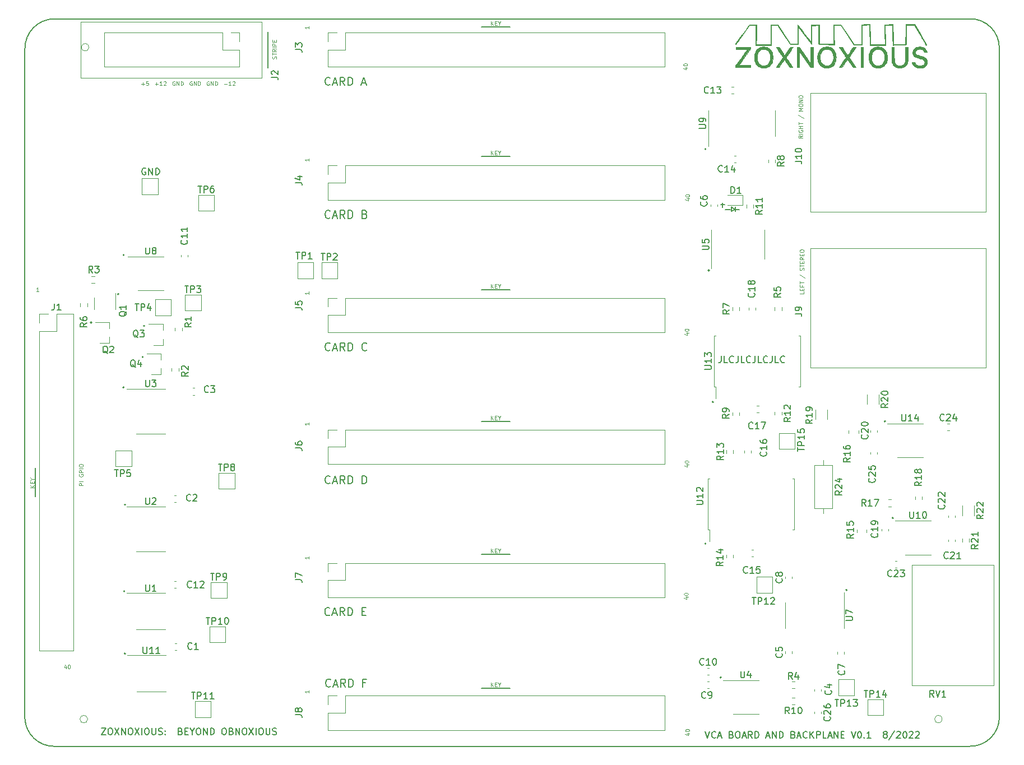
<source format=gbr>
G04 #@! TF.GenerationSoftware,KiCad,Pcbnew,(5.1.12-1-10_14)*
G04 #@! TF.CreationDate,2022-08-03T22:22:08-07:00*
G04 #@! TF.ProjectId,vca_board,7663615f-626f-4617-9264-2e6b69636164,rev?*
G04 #@! TF.SameCoordinates,Original*
G04 #@! TF.FileFunction,Legend,Top*
G04 #@! TF.FilePolarity,Positive*
%FSLAX46Y46*%
G04 Gerber Fmt 4.6, Leading zero omitted, Abs format (unit mm)*
G04 Created by KiCad (PCBNEW (5.1.12-1-10_14)) date 2022-08-03 22:22:08*
%MOMM*%
%LPD*%
G01*
G04 APERTURE LIST*
%ADD10C,0.150000*%
G04 #@! TA.AperFunction,Profile*
%ADD11C,0.050000*%
G04 #@! TD*
%ADD12C,0.090000*%
G04 #@! TA.AperFunction,Profile*
%ADD13C,0.150000*%
G04 #@! TD*
%ADD14C,0.120000*%
%ADD15C,0.010000*%
G04 APERTURE END LIST*
D10*
X41461904Y-140552380D02*
X42128571Y-140552380D01*
X41461904Y-141552380D01*
X42128571Y-141552380D01*
X42700000Y-140552380D02*
X42890476Y-140552380D01*
X42985714Y-140600000D01*
X43080952Y-140695238D01*
X43128571Y-140885714D01*
X43128571Y-141219047D01*
X43080952Y-141409523D01*
X42985714Y-141504761D01*
X42890476Y-141552380D01*
X42700000Y-141552380D01*
X42604761Y-141504761D01*
X42509523Y-141409523D01*
X42461904Y-141219047D01*
X42461904Y-140885714D01*
X42509523Y-140695238D01*
X42604761Y-140600000D01*
X42700000Y-140552380D01*
X43461904Y-140552380D02*
X44128571Y-141552380D01*
X44128571Y-140552380D02*
X43461904Y-141552380D01*
X44509523Y-141552380D02*
X44509523Y-140552380D01*
X45080952Y-141552380D01*
X45080952Y-140552380D01*
X45747619Y-140552380D02*
X45938095Y-140552380D01*
X46033333Y-140600000D01*
X46128571Y-140695238D01*
X46176190Y-140885714D01*
X46176190Y-141219047D01*
X46128571Y-141409523D01*
X46033333Y-141504761D01*
X45938095Y-141552380D01*
X45747619Y-141552380D01*
X45652380Y-141504761D01*
X45557142Y-141409523D01*
X45509523Y-141219047D01*
X45509523Y-140885714D01*
X45557142Y-140695238D01*
X45652380Y-140600000D01*
X45747619Y-140552380D01*
X46509523Y-140552380D02*
X47176190Y-141552380D01*
X47176190Y-140552380D02*
X46509523Y-141552380D01*
X47557142Y-141552380D02*
X47557142Y-140552380D01*
X48223809Y-140552380D02*
X48414285Y-140552380D01*
X48509523Y-140600000D01*
X48604761Y-140695238D01*
X48652380Y-140885714D01*
X48652380Y-141219047D01*
X48604761Y-141409523D01*
X48509523Y-141504761D01*
X48414285Y-141552380D01*
X48223809Y-141552380D01*
X48128571Y-141504761D01*
X48033333Y-141409523D01*
X47985714Y-141219047D01*
X47985714Y-140885714D01*
X48033333Y-140695238D01*
X48128571Y-140600000D01*
X48223809Y-140552380D01*
X49080952Y-140552380D02*
X49080952Y-141361904D01*
X49128571Y-141457142D01*
X49176190Y-141504761D01*
X49271428Y-141552380D01*
X49461904Y-141552380D01*
X49557142Y-141504761D01*
X49604761Y-141457142D01*
X49652380Y-141361904D01*
X49652380Y-140552380D01*
X50080952Y-141504761D02*
X50223809Y-141552380D01*
X50461904Y-141552380D01*
X50557142Y-141504761D01*
X50604761Y-141457142D01*
X50652380Y-141361904D01*
X50652380Y-141266666D01*
X50604761Y-141171428D01*
X50557142Y-141123809D01*
X50461904Y-141076190D01*
X50271428Y-141028571D01*
X50176190Y-140980952D01*
X50128571Y-140933333D01*
X50080952Y-140838095D01*
X50080952Y-140742857D01*
X50128571Y-140647619D01*
X50176190Y-140600000D01*
X50271428Y-140552380D01*
X50509523Y-140552380D01*
X50652380Y-140600000D01*
X51080952Y-141457142D02*
X51128571Y-141504761D01*
X51080952Y-141552380D01*
X51033333Y-141504761D01*
X51080952Y-141457142D01*
X51080952Y-141552380D01*
X51080952Y-140933333D02*
X51128571Y-140980952D01*
X51080952Y-141028571D01*
X51033333Y-140980952D01*
X51080952Y-140933333D01*
X51080952Y-141028571D01*
X53414285Y-141028571D02*
X53557142Y-141076190D01*
X53604761Y-141123809D01*
X53652380Y-141219047D01*
X53652380Y-141361904D01*
X53604761Y-141457142D01*
X53557142Y-141504761D01*
X53461904Y-141552380D01*
X53080952Y-141552380D01*
X53080952Y-140552380D01*
X53414285Y-140552380D01*
X53509523Y-140600000D01*
X53557142Y-140647619D01*
X53604761Y-140742857D01*
X53604761Y-140838095D01*
X53557142Y-140933333D01*
X53509523Y-140980952D01*
X53414285Y-141028571D01*
X53080952Y-141028571D01*
X54080952Y-141028571D02*
X54414285Y-141028571D01*
X54557142Y-141552380D02*
X54080952Y-141552380D01*
X54080952Y-140552380D01*
X54557142Y-140552380D01*
X55176190Y-141076190D02*
X55176190Y-141552380D01*
X54842857Y-140552380D02*
X55176190Y-141076190D01*
X55509523Y-140552380D01*
X56033333Y-140552380D02*
X56223809Y-140552380D01*
X56319047Y-140600000D01*
X56414285Y-140695238D01*
X56461904Y-140885714D01*
X56461904Y-141219047D01*
X56414285Y-141409523D01*
X56319047Y-141504761D01*
X56223809Y-141552380D01*
X56033333Y-141552380D01*
X55938095Y-141504761D01*
X55842857Y-141409523D01*
X55795238Y-141219047D01*
X55795238Y-140885714D01*
X55842857Y-140695238D01*
X55938095Y-140600000D01*
X56033333Y-140552380D01*
X56890476Y-141552380D02*
X56890476Y-140552380D01*
X57461904Y-141552380D01*
X57461904Y-140552380D01*
X57938095Y-141552380D02*
X57938095Y-140552380D01*
X58176190Y-140552380D01*
X58319047Y-140600000D01*
X58414285Y-140695238D01*
X58461904Y-140790476D01*
X58509523Y-140980952D01*
X58509523Y-141123809D01*
X58461904Y-141314285D01*
X58414285Y-141409523D01*
X58319047Y-141504761D01*
X58176190Y-141552380D01*
X57938095Y-141552380D01*
X59890476Y-140552380D02*
X60080952Y-140552380D01*
X60176190Y-140600000D01*
X60271428Y-140695238D01*
X60319047Y-140885714D01*
X60319047Y-141219047D01*
X60271428Y-141409523D01*
X60176190Y-141504761D01*
X60080952Y-141552380D01*
X59890476Y-141552380D01*
X59795238Y-141504761D01*
X59699999Y-141409523D01*
X59652380Y-141219047D01*
X59652380Y-140885714D01*
X59699999Y-140695238D01*
X59795238Y-140600000D01*
X59890476Y-140552380D01*
X61080952Y-141028571D02*
X61223809Y-141076190D01*
X61271428Y-141123809D01*
X61319047Y-141219047D01*
X61319047Y-141361904D01*
X61271428Y-141457142D01*
X61223809Y-141504761D01*
X61128571Y-141552380D01*
X60747619Y-141552380D01*
X60747619Y-140552380D01*
X61080952Y-140552380D01*
X61176190Y-140600000D01*
X61223809Y-140647619D01*
X61271428Y-140742857D01*
X61271428Y-140838095D01*
X61223809Y-140933333D01*
X61176190Y-140980952D01*
X61080952Y-141028571D01*
X60747619Y-141028571D01*
X61747619Y-141552380D02*
X61747619Y-140552380D01*
X62319047Y-141552380D01*
X62319047Y-140552380D01*
X62985714Y-140552380D02*
X63176190Y-140552380D01*
X63271428Y-140600000D01*
X63366666Y-140695238D01*
X63414285Y-140885714D01*
X63414285Y-141219047D01*
X63366666Y-141409523D01*
X63271428Y-141504761D01*
X63176190Y-141552380D01*
X62985714Y-141552380D01*
X62890476Y-141504761D01*
X62795238Y-141409523D01*
X62747619Y-141219047D01*
X62747619Y-140885714D01*
X62795238Y-140695238D01*
X62890476Y-140600000D01*
X62985714Y-140552380D01*
X63747619Y-140552380D02*
X64414285Y-141552380D01*
X64414285Y-140552380D02*
X63747619Y-141552380D01*
X64795238Y-141552380D02*
X64795238Y-140552380D01*
X65461904Y-140552380D02*
X65652380Y-140552380D01*
X65747619Y-140600000D01*
X65842857Y-140695238D01*
X65890476Y-140885714D01*
X65890476Y-141219047D01*
X65842857Y-141409523D01*
X65747619Y-141504761D01*
X65652380Y-141552380D01*
X65461904Y-141552380D01*
X65366666Y-141504761D01*
X65271428Y-141409523D01*
X65223809Y-141219047D01*
X65223809Y-140885714D01*
X65271428Y-140695238D01*
X65366666Y-140600000D01*
X65461904Y-140552380D01*
X66319047Y-140552380D02*
X66319047Y-141361904D01*
X66366666Y-141457142D01*
X66414285Y-141504761D01*
X66509523Y-141552380D01*
X66700000Y-141552380D01*
X66795238Y-141504761D01*
X66842857Y-141457142D01*
X66890476Y-141361904D01*
X66890476Y-140552380D01*
X67319047Y-141504761D02*
X67461904Y-141552380D01*
X67700000Y-141552380D01*
X67795238Y-141504761D01*
X67842857Y-141457142D01*
X67890476Y-141361904D01*
X67890476Y-141266666D01*
X67842857Y-141171428D01*
X67795238Y-141123809D01*
X67700000Y-141076190D01*
X67509523Y-141028571D01*
X67414285Y-140980952D01*
X67366666Y-140933333D01*
X67319047Y-140838095D01*
X67319047Y-140742857D01*
X67366666Y-140647619D01*
X67414285Y-140600000D01*
X67509523Y-140552380D01*
X67747619Y-140552380D01*
X67890476Y-140600000D01*
D11*
X39376000Y-139200000D02*
G75*
G03*
X39376000Y-139200000I-576000J0D01*
G01*
X168476000Y-139200000D02*
G75*
G03*
X168476000Y-139200000I-576000J0D01*
G01*
X39576000Y-37700000D02*
G75*
G03*
X39576000Y-37700000I-576000J0D01*
G01*
D10*
X135080952Y-84352380D02*
X135080952Y-85066666D01*
X135033333Y-85209523D01*
X134938095Y-85304761D01*
X134795238Y-85352380D01*
X134700000Y-85352380D01*
X136033333Y-85352380D02*
X135557142Y-85352380D01*
X135557142Y-84352380D01*
X136938095Y-85257142D02*
X136890476Y-85304761D01*
X136747619Y-85352380D01*
X136652380Y-85352380D01*
X136509523Y-85304761D01*
X136414285Y-85209523D01*
X136366666Y-85114285D01*
X136319047Y-84923809D01*
X136319047Y-84780952D01*
X136366666Y-84590476D01*
X136414285Y-84495238D01*
X136509523Y-84400000D01*
X136652380Y-84352380D01*
X136747619Y-84352380D01*
X136890476Y-84400000D01*
X136938095Y-84447619D01*
X137652380Y-84352380D02*
X137652380Y-85066666D01*
X137604761Y-85209523D01*
X137509523Y-85304761D01*
X137366666Y-85352380D01*
X137271428Y-85352380D01*
X138604761Y-85352380D02*
X138128571Y-85352380D01*
X138128571Y-84352380D01*
X139509523Y-85257142D02*
X139461904Y-85304761D01*
X139319047Y-85352380D01*
X139223809Y-85352380D01*
X139080952Y-85304761D01*
X138985714Y-85209523D01*
X138938095Y-85114285D01*
X138890476Y-84923809D01*
X138890476Y-84780952D01*
X138938095Y-84590476D01*
X138985714Y-84495238D01*
X139080952Y-84400000D01*
X139223809Y-84352380D01*
X139319047Y-84352380D01*
X139461904Y-84400000D01*
X139509523Y-84447619D01*
X140223809Y-84352380D02*
X140223809Y-85066666D01*
X140176190Y-85209523D01*
X140080952Y-85304761D01*
X139938095Y-85352380D01*
X139842857Y-85352380D01*
X141176190Y-85352380D02*
X140700000Y-85352380D01*
X140700000Y-84352380D01*
X142080952Y-85257142D02*
X142033333Y-85304761D01*
X141890476Y-85352380D01*
X141795238Y-85352380D01*
X141652380Y-85304761D01*
X141557142Y-85209523D01*
X141509523Y-85114285D01*
X141461904Y-84923809D01*
X141461904Y-84780952D01*
X141509523Y-84590476D01*
X141557142Y-84495238D01*
X141652380Y-84400000D01*
X141795238Y-84352380D01*
X141890476Y-84352380D01*
X142033333Y-84400000D01*
X142080952Y-84447619D01*
X142795238Y-84352380D02*
X142795238Y-85066666D01*
X142747619Y-85209523D01*
X142652380Y-85304761D01*
X142509523Y-85352380D01*
X142414285Y-85352380D01*
X143747619Y-85352380D02*
X143271428Y-85352380D01*
X143271428Y-84352380D01*
X144652380Y-85257142D02*
X144604761Y-85304761D01*
X144461904Y-85352380D01*
X144366666Y-85352380D01*
X144223809Y-85304761D01*
X144128571Y-85209523D01*
X144080952Y-85114285D01*
X144033333Y-84923809D01*
X144033333Y-84780952D01*
X144080952Y-84590476D01*
X144128571Y-84495238D01*
X144223809Y-84400000D01*
X144366666Y-84352380D01*
X144461904Y-84352380D01*
X144604761Y-84400000D01*
X144652380Y-84447619D01*
X135600000Y-61500000D02*
X135000000Y-61500000D01*
X135300000Y-61200000D02*
X135300000Y-61900000D01*
X159900000Y-94200000D02*
G75*
G03*
X159900000Y-94200000I-100000J0D01*
G01*
X161100000Y-108800000D02*
G75*
G03*
X161100000Y-108800000I-100000J0D01*
G01*
X154100000Y-119700000D02*
G75*
G03*
X154100000Y-119700000I-100000J0D01*
G01*
X135100000Y-132900000D02*
G75*
G03*
X135100000Y-132900000I-100000J0D01*
G01*
X132800000Y-112700000D02*
G75*
G03*
X132800000Y-112700000I-100000J0D01*
G01*
X133900000Y-91300000D02*
G75*
G03*
X133900000Y-91300000I-100000J0D01*
G01*
X133300000Y-71400000D02*
G75*
G03*
X133300000Y-71400000I-100000J0D01*
G01*
X132800000Y-53100000D02*
G75*
G03*
X132800000Y-53100000I-100000J0D01*
G01*
X45100000Y-129300000D02*
G75*
G03*
X45100000Y-129300000I-100000J0D01*
G01*
X45000000Y-119900000D02*
G75*
G03*
X45000000Y-119900000I-100000J0D01*
G01*
X45100000Y-106800000D02*
G75*
G03*
X45100000Y-106800000I-100000J0D01*
G01*
X44900000Y-89100000D02*
G75*
G03*
X44900000Y-89100000I-100000J0D01*
G01*
X47800000Y-84500000D02*
G75*
G03*
X47800000Y-84500000I-100000J0D01*
G01*
X48000000Y-79800000D02*
G75*
G03*
X48000000Y-79800000I-100000J0D01*
G01*
X40000000Y-79300000D02*
G75*
G03*
X40000000Y-79300000I-100000J0D01*
G01*
X44100000Y-75000000D02*
G75*
G03*
X44100000Y-75000000I-100000J0D01*
G01*
X44900000Y-69100000D02*
G75*
G03*
X44900000Y-69100000I-100000J0D01*
G01*
D12*
X52531427Y-42900000D02*
X52474284Y-42871428D01*
X52388570Y-42871428D01*
X52302855Y-42900000D01*
X52245712Y-42957142D01*
X52217141Y-43014285D01*
X52188570Y-43128571D01*
X52188570Y-43214285D01*
X52217141Y-43328571D01*
X52245712Y-43385714D01*
X52302855Y-43442857D01*
X52388570Y-43471428D01*
X52445712Y-43471428D01*
X52531427Y-43442857D01*
X52559998Y-43414285D01*
X52559998Y-43214285D01*
X52445712Y-43214285D01*
X52817141Y-43471428D02*
X52817141Y-42871428D01*
X53159998Y-43471428D01*
X53159998Y-42871428D01*
X53445712Y-43471428D02*
X53445712Y-42871428D01*
X53588570Y-42871428D01*
X53674284Y-42900000D01*
X53731427Y-42957142D01*
X53759998Y-43014285D01*
X53788570Y-43128571D01*
X53788570Y-43214285D01*
X53759998Y-43328571D01*
X53731427Y-43385714D01*
X53674284Y-43442857D01*
X53588570Y-43471428D01*
X53445712Y-43471428D01*
X57719997Y-42900000D02*
X57662854Y-42871428D01*
X57577140Y-42871428D01*
X57491425Y-42900000D01*
X57434282Y-42957142D01*
X57405711Y-43014285D01*
X57377140Y-43128571D01*
X57377140Y-43214285D01*
X57405711Y-43328571D01*
X57434282Y-43385714D01*
X57491425Y-43442857D01*
X57577140Y-43471428D01*
X57634282Y-43471428D01*
X57719997Y-43442857D01*
X57748568Y-43414285D01*
X57748568Y-43214285D01*
X57634282Y-43214285D01*
X58005711Y-43471428D02*
X58005711Y-42871428D01*
X58348568Y-43471428D01*
X58348568Y-42871428D01*
X58634282Y-43471428D02*
X58634282Y-42871428D01*
X58777140Y-42871428D01*
X58862854Y-42900000D01*
X58919997Y-42957142D01*
X58948568Y-43014285D01*
X58977140Y-43128571D01*
X58977140Y-43214285D01*
X58948568Y-43328571D01*
X58919997Y-43385714D01*
X58862854Y-43442857D01*
X58777140Y-43471428D01*
X58634282Y-43471428D01*
D13*
X172600001Y-143299999D02*
X34300000Y-143304543D01*
D10*
X48138095Y-56000000D02*
X48042857Y-55952380D01*
X47900000Y-55952380D01*
X47757142Y-56000000D01*
X47661904Y-56095238D01*
X47614285Y-56190476D01*
X47566666Y-56380952D01*
X47566666Y-56523809D01*
X47614285Y-56714285D01*
X47661904Y-56809523D01*
X47757142Y-56904761D01*
X47900000Y-56952380D01*
X47995238Y-56952380D01*
X48138095Y-56904761D01*
X48185714Y-56857142D01*
X48185714Y-56523809D01*
X47995238Y-56523809D01*
X48614285Y-56952380D02*
X48614285Y-55952380D01*
X49185714Y-56952380D01*
X49185714Y-55952380D01*
X49661904Y-56952380D02*
X49661904Y-55952380D01*
X49900000Y-55952380D01*
X50042857Y-56000000D01*
X50138095Y-56095238D01*
X50185714Y-56190476D01*
X50233333Y-56380952D01*
X50233333Y-56523809D01*
X50185714Y-56714285D01*
X50138095Y-56809523D01*
X50042857Y-56904761D01*
X49900000Y-56952380D01*
X49661904Y-56952380D01*
X132685714Y-141052380D02*
X133019047Y-142052380D01*
X133352380Y-141052380D01*
X134257142Y-141957142D02*
X134209523Y-142004761D01*
X134066666Y-142052380D01*
X133971428Y-142052380D01*
X133828571Y-142004761D01*
X133733333Y-141909523D01*
X133685714Y-141814285D01*
X133638095Y-141623809D01*
X133638095Y-141480952D01*
X133685714Y-141290476D01*
X133733333Y-141195238D01*
X133828571Y-141100000D01*
X133971428Y-141052380D01*
X134066666Y-141052380D01*
X134209523Y-141100000D01*
X134257142Y-141147619D01*
X134638095Y-141766666D02*
X135114285Y-141766666D01*
X134542857Y-142052380D02*
X134876190Y-141052380D01*
X135209523Y-142052380D01*
X136638095Y-141528571D02*
X136780952Y-141576190D01*
X136828571Y-141623809D01*
X136876190Y-141719047D01*
X136876190Y-141861904D01*
X136828571Y-141957142D01*
X136780952Y-142004761D01*
X136685714Y-142052380D01*
X136304761Y-142052380D01*
X136304761Y-141052380D01*
X136638095Y-141052380D01*
X136733333Y-141100000D01*
X136780952Y-141147619D01*
X136828571Y-141242857D01*
X136828571Y-141338095D01*
X136780952Y-141433333D01*
X136733333Y-141480952D01*
X136638095Y-141528571D01*
X136304761Y-141528571D01*
X137495238Y-141052380D02*
X137685714Y-141052380D01*
X137780952Y-141100000D01*
X137876190Y-141195238D01*
X137923809Y-141385714D01*
X137923809Y-141719047D01*
X137876190Y-141909523D01*
X137780952Y-142004761D01*
X137685714Y-142052380D01*
X137495238Y-142052380D01*
X137400000Y-142004761D01*
X137304761Y-141909523D01*
X137257142Y-141719047D01*
X137257142Y-141385714D01*
X137304761Y-141195238D01*
X137400000Y-141100000D01*
X137495238Y-141052380D01*
X138304761Y-141766666D02*
X138780952Y-141766666D01*
X138209523Y-142052380D02*
X138542857Y-141052380D01*
X138876190Y-142052380D01*
X139780952Y-142052380D02*
X139447619Y-141576190D01*
X139209523Y-142052380D02*
X139209523Y-141052380D01*
X139590476Y-141052380D01*
X139685714Y-141100000D01*
X139733333Y-141147619D01*
X139780952Y-141242857D01*
X139780952Y-141385714D01*
X139733333Y-141480952D01*
X139685714Y-141528571D01*
X139590476Y-141576190D01*
X139209523Y-141576190D01*
X140209523Y-142052380D02*
X140209523Y-141052380D01*
X140447619Y-141052380D01*
X140590476Y-141100000D01*
X140685714Y-141195238D01*
X140733333Y-141290476D01*
X140780952Y-141480952D01*
X140780952Y-141623809D01*
X140733333Y-141814285D01*
X140685714Y-141909523D01*
X140590476Y-142004761D01*
X140447619Y-142052380D01*
X140209523Y-142052380D01*
X141923809Y-141766666D02*
X142400000Y-141766666D01*
X141828571Y-142052380D02*
X142161904Y-141052380D01*
X142495238Y-142052380D01*
X142828571Y-142052380D02*
X142828571Y-141052380D01*
X143400000Y-142052380D01*
X143400000Y-141052380D01*
X143876190Y-142052380D02*
X143876190Y-141052380D01*
X144114285Y-141052380D01*
X144257142Y-141100000D01*
X144352380Y-141195238D01*
X144400000Y-141290476D01*
X144447619Y-141480952D01*
X144447619Y-141623809D01*
X144400000Y-141814285D01*
X144352380Y-141909523D01*
X144257142Y-142004761D01*
X144114285Y-142052380D01*
X143876190Y-142052380D01*
X145971428Y-141528571D02*
X146114285Y-141576190D01*
X146161904Y-141623809D01*
X146209523Y-141719047D01*
X146209523Y-141861904D01*
X146161904Y-141957142D01*
X146114285Y-142004761D01*
X146019047Y-142052380D01*
X145638095Y-142052380D01*
X145638095Y-141052380D01*
X145971428Y-141052380D01*
X146066666Y-141100000D01*
X146114285Y-141147619D01*
X146161904Y-141242857D01*
X146161904Y-141338095D01*
X146114285Y-141433333D01*
X146066666Y-141480952D01*
X145971428Y-141528571D01*
X145638095Y-141528571D01*
X146590476Y-141766666D02*
X147066666Y-141766666D01*
X146495238Y-142052380D02*
X146828571Y-141052380D01*
X147161904Y-142052380D01*
X148066666Y-141957142D02*
X148019047Y-142004761D01*
X147876190Y-142052380D01*
X147780952Y-142052380D01*
X147638095Y-142004761D01*
X147542857Y-141909523D01*
X147495238Y-141814285D01*
X147447619Y-141623809D01*
X147447619Y-141480952D01*
X147495238Y-141290476D01*
X147542857Y-141195238D01*
X147638095Y-141100000D01*
X147780952Y-141052380D01*
X147876190Y-141052380D01*
X148019047Y-141100000D01*
X148066666Y-141147619D01*
X148495238Y-142052380D02*
X148495238Y-141052380D01*
X149066666Y-142052380D02*
X148638095Y-141480952D01*
X149066666Y-141052380D02*
X148495238Y-141623809D01*
X149495238Y-142052380D02*
X149495238Y-141052380D01*
X149876190Y-141052380D01*
X149971428Y-141100000D01*
X150019047Y-141147619D01*
X150066666Y-141242857D01*
X150066666Y-141385714D01*
X150019047Y-141480952D01*
X149971428Y-141528571D01*
X149876190Y-141576190D01*
X149495238Y-141576190D01*
X150971428Y-142052380D02*
X150495238Y-142052380D01*
X150495238Y-141052380D01*
X151257142Y-141766666D02*
X151733333Y-141766666D01*
X151161904Y-142052380D02*
X151495238Y-141052380D01*
X151828571Y-142052380D01*
X152161904Y-142052380D02*
X152161904Y-141052380D01*
X152733333Y-142052380D01*
X152733333Y-141052380D01*
X153209523Y-141528571D02*
X153542857Y-141528571D01*
X153685714Y-142052380D02*
X153209523Y-142052380D01*
X153209523Y-141052380D01*
X153685714Y-141052380D01*
X154733333Y-141052380D02*
X155066666Y-142052380D01*
X155400000Y-141052380D01*
X155923809Y-141052380D02*
X156019047Y-141052380D01*
X156114285Y-141100000D01*
X156161904Y-141147619D01*
X156209523Y-141242857D01*
X156257142Y-141433333D01*
X156257142Y-141671428D01*
X156209523Y-141861904D01*
X156161904Y-141957142D01*
X156114285Y-142004761D01*
X156019047Y-142052380D01*
X155923809Y-142052380D01*
X155828571Y-142004761D01*
X155780952Y-141957142D01*
X155733333Y-141861904D01*
X155685714Y-141671428D01*
X155685714Y-141433333D01*
X155733333Y-141242857D01*
X155780952Y-141147619D01*
X155828571Y-141100000D01*
X155923809Y-141052380D01*
X156685714Y-141957142D02*
X156733333Y-142004761D01*
X156685714Y-142052380D01*
X156638095Y-142004761D01*
X156685714Y-141957142D01*
X156685714Y-142052380D01*
X157685714Y-142052380D02*
X157114285Y-142052380D01*
X157400000Y-142052380D02*
X157400000Y-141052380D01*
X157304761Y-141195238D01*
X157209523Y-141290476D01*
X157114285Y-141338095D01*
X159780952Y-141480952D02*
X159685714Y-141433333D01*
X159638095Y-141385714D01*
X159590476Y-141290476D01*
X159590476Y-141242857D01*
X159638095Y-141147619D01*
X159685714Y-141100000D01*
X159780952Y-141052380D01*
X159971428Y-141052380D01*
X160066666Y-141100000D01*
X160114285Y-141147619D01*
X160161904Y-141242857D01*
X160161904Y-141290476D01*
X160114285Y-141385714D01*
X160066666Y-141433333D01*
X159971428Y-141480952D01*
X159780952Y-141480952D01*
X159685714Y-141528571D01*
X159638095Y-141576190D01*
X159590476Y-141671428D01*
X159590476Y-141861904D01*
X159638095Y-141957142D01*
X159685714Y-142004761D01*
X159780952Y-142052380D01*
X159971428Y-142052380D01*
X160066666Y-142004761D01*
X160114285Y-141957142D01*
X160161904Y-141861904D01*
X160161904Y-141671428D01*
X160114285Y-141576190D01*
X160066666Y-141528571D01*
X159971428Y-141480952D01*
X161304761Y-141004761D02*
X160447619Y-142290476D01*
X161590476Y-141147619D02*
X161638095Y-141100000D01*
X161733333Y-141052380D01*
X161971428Y-141052380D01*
X162066666Y-141100000D01*
X162114285Y-141147619D01*
X162161904Y-141242857D01*
X162161904Y-141338095D01*
X162114285Y-141480952D01*
X161542857Y-142052380D01*
X162161904Y-142052380D01*
X162780952Y-141052380D02*
X162876190Y-141052380D01*
X162971428Y-141100000D01*
X163019047Y-141147619D01*
X163066666Y-141242857D01*
X163114285Y-141433333D01*
X163114285Y-141671428D01*
X163066666Y-141861904D01*
X163019047Y-141957142D01*
X162971428Y-142004761D01*
X162876190Y-142052380D01*
X162780952Y-142052380D01*
X162685714Y-142004761D01*
X162638095Y-141957142D01*
X162590476Y-141861904D01*
X162542857Y-141671428D01*
X162542857Y-141433333D01*
X162590476Y-141242857D01*
X162638095Y-141147619D01*
X162685714Y-141100000D01*
X162780952Y-141052380D01*
X163495238Y-141147619D02*
X163542857Y-141100000D01*
X163638095Y-141052380D01*
X163876190Y-141052380D01*
X163971428Y-141100000D01*
X164019047Y-141147619D01*
X164066666Y-141242857D01*
X164066666Y-141338095D01*
X164019047Y-141480952D01*
X163447619Y-142052380D01*
X164066666Y-142052380D01*
X164447619Y-141147619D02*
X164495238Y-141100000D01*
X164590476Y-141052380D01*
X164828571Y-141052380D01*
X164923809Y-141100000D01*
X164971428Y-141147619D01*
X165019047Y-141242857D01*
X165019047Y-141338095D01*
X164971428Y-141480952D01*
X164400000Y-142052380D01*
X165019047Y-142052380D01*
X137200000Y-62200000D02*
X137800000Y-62200000D01*
X135700000Y-62200000D02*
X136500000Y-62200000D01*
X137200000Y-61800000D02*
X137200000Y-62500000D01*
X137100000Y-62200000D02*
X136600000Y-62500000D01*
X136600000Y-61800000D02*
X137100000Y-62200000D01*
X136600000Y-62500000D02*
X136600000Y-61800000D01*
X66600000Y-40800000D02*
X66600000Y-35400000D01*
X103200000Y-134500000D02*
X98900000Y-134500000D01*
D12*
X100314285Y-134271428D02*
X100314285Y-133671428D01*
X100657142Y-134271428D02*
X100400000Y-133928571D01*
X100657142Y-133671428D02*
X100314285Y-134014285D01*
X100914285Y-133957142D02*
X101114285Y-133957142D01*
X101200000Y-134271428D02*
X100914285Y-134271428D01*
X100914285Y-133671428D01*
X101200000Y-133671428D01*
X101571428Y-133985714D02*
X101571428Y-134271428D01*
X101371428Y-133671428D02*
X101571428Y-133985714D01*
X101771428Y-133671428D01*
D10*
X103200000Y-114300000D02*
X98900000Y-114300000D01*
D12*
X100314285Y-114071428D02*
X100314285Y-113471428D01*
X100657142Y-114071428D02*
X100400000Y-113728571D01*
X100657142Y-113471428D02*
X100314285Y-113814285D01*
X100914285Y-113757142D02*
X101114285Y-113757142D01*
X101200000Y-114071428D02*
X100914285Y-114071428D01*
X100914285Y-113471428D01*
X101200000Y-113471428D01*
X101571428Y-113785714D02*
X101571428Y-114071428D01*
X101371428Y-113471428D02*
X101571428Y-113785714D01*
X101771428Y-113471428D01*
D10*
X103200000Y-94200000D02*
X98900000Y-94200000D01*
D12*
X100314285Y-93971428D02*
X100314285Y-93371428D01*
X100657142Y-93971428D02*
X100400000Y-93628571D01*
X100657142Y-93371428D02*
X100314285Y-93714285D01*
X100914285Y-93657142D02*
X101114285Y-93657142D01*
X101200000Y-93971428D02*
X100914285Y-93971428D01*
X100914285Y-93371428D01*
X101200000Y-93371428D01*
X101571428Y-93685714D02*
X101571428Y-93971428D01*
X101371428Y-93371428D02*
X101571428Y-93685714D01*
X101771428Y-93371428D01*
D10*
X103200000Y-74300000D02*
X98900000Y-74300000D01*
D12*
X100314285Y-74071428D02*
X100314285Y-73471428D01*
X100657142Y-74071428D02*
X100400000Y-73728571D01*
X100657142Y-73471428D02*
X100314285Y-73814285D01*
X100914285Y-73757142D02*
X101114285Y-73757142D01*
X101200000Y-74071428D02*
X100914285Y-74071428D01*
X100914285Y-73471428D01*
X101200000Y-73471428D01*
X101571428Y-73785714D02*
X101571428Y-74071428D01*
X101371428Y-73471428D02*
X101571428Y-73785714D01*
X101771428Y-73471428D01*
D10*
X103200000Y-54200000D02*
X98900000Y-54200000D01*
D12*
X100314285Y-53971428D02*
X100314285Y-53371428D01*
X100657142Y-53971428D02*
X100400000Y-53628571D01*
X100657142Y-53371428D02*
X100314285Y-53714285D01*
X100914285Y-53657142D02*
X101114285Y-53657142D01*
X101200000Y-53971428D02*
X100914285Y-53971428D01*
X100914285Y-53371428D01*
X101200000Y-53371428D01*
X101571428Y-53685714D02*
X101571428Y-53971428D01*
X101371428Y-53371428D02*
X101571428Y-53685714D01*
X101771428Y-53371428D01*
D10*
X103200000Y-34600000D02*
X98900000Y-34600000D01*
D12*
X100314285Y-34371428D02*
X100314285Y-33771428D01*
X100657142Y-34371428D02*
X100400000Y-34028571D01*
X100657142Y-33771428D02*
X100314285Y-34114285D01*
X100914285Y-34057142D02*
X101114285Y-34057142D01*
X101200000Y-34371428D02*
X100914285Y-34371428D01*
X100914285Y-33771428D01*
X101200000Y-33771428D01*
X101571428Y-34085714D02*
X101571428Y-34371428D01*
X101371428Y-33771428D02*
X101571428Y-34085714D01*
X101771428Y-33771428D01*
X31271428Y-104185714D02*
X30671428Y-104185714D01*
X31271428Y-103842857D02*
X30928571Y-104100000D01*
X30671428Y-103842857D02*
X31014285Y-104185714D01*
X30957142Y-103585714D02*
X30957142Y-103385714D01*
X31271428Y-103300000D02*
X31271428Y-103585714D01*
X30671428Y-103585714D01*
X30671428Y-103300000D01*
X30985714Y-102928571D02*
X31271428Y-102928571D01*
X30671428Y-103128571D02*
X30985714Y-102928571D01*
X30671428Y-102728571D01*
D10*
X31500000Y-101300000D02*
X31500000Y-105600000D01*
X76085714Y-134228571D02*
X76028571Y-134285714D01*
X75857142Y-134342857D01*
X75742857Y-134342857D01*
X75571428Y-134285714D01*
X75457142Y-134171428D01*
X75400000Y-134057142D01*
X75342857Y-133828571D01*
X75342857Y-133657142D01*
X75400000Y-133428571D01*
X75457142Y-133314285D01*
X75571428Y-133200000D01*
X75742857Y-133142857D01*
X75857142Y-133142857D01*
X76028571Y-133200000D01*
X76085714Y-133257142D01*
X76542857Y-134000000D02*
X77114285Y-134000000D01*
X76428571Y-134342857D02*
X76828571Y-133142857D01*
X77228571Y-134342857D01*
X78314285Y-134342857D02*
X77914285Y-133771428D01*
X77628571Y-134342857D02*
X77628571Y-133142857D01*
X78085714Y-133142857D01*
X78200000Y-133200000D01*
X78257142Y-133257142D01*
X78314285Y-133371428D01*
X78314285Y-133542857D01*
X78257142Y-133657142D01*
X78200000Y-133714285D01*
X78085714Y-133771428D01*
X77628571Y-133771428D01*
X78828571Y-134342857D02*
X78828571Y-133142857D01*
X79114285Y-133142857D01*
X79285714Y-133200000D01*
X79400000Y-133314285D01*
X79457142Y-133428571D01*
X79514285Y-133657142D01*
X79514285Y-133828571D01*
X79457142Y-134057142D01*
X79400000Y-134171428D01*
X79285714Y-134285714D01*
X79114285Y-134342857D01*
X78828571Y-134342857D01*
X81342857Y-133714285D02*
X80942857Y-133714285D01*
X80942857Y-134342857D02*
X80942857Y-133142857D01*
X81514285Y-133142857D01*
X75957142Y-123428571D02*
X75900000Y-123485714D01*
X75728571Y-123542857D01*
X75614285Y-123542857D01*
X75442857Y-123485714D01*
X75328571Y-123371428D01*
X75271428Y-123257142D01*
X75214285Y-123028571D01*
X75214285Y-122857142D01*
X75271428Y-122628571D01*
X75328571Y-122514285D01*
X75442857Y-122400000D01*
X75614285Y-122342857D01*
X75728571Y-122342857D01*
X75900000Y-122400000D01*
X75957142Y-122457142D01*
X76414285Y-123200000D02*
X76985714Y-123200000D01*
X76300000Y-123542857D02*
X76700000Y-122342857D01*
X77100000Y-123542857D01*
X78185714Y-123542857D02*
X77785714Y-122971428D01*
X77500000Y-123542857D02*
X77500000Y-122342857D01*
X77957142Y-122342857D01*
X78071428Y-122400000D01*
X78128571Y-122457142D01*
X78185714Y-122571428D01*
X78185714Y-122742857D01*
X78128571Y-122857142D01*
X78071428Y-122914285D01*
X77957142Y-122971428D01*
X77500000Y-122971428D01*
X78700000Y-123542857D02*
X78700000Y-122342857D01*
X78985714Y-122342857D01*
X79157142Y-122400000D01*
X79271428Y-122514285D01*
X79328571Y-122628571D01*
X79385714Y-122857142D01*
X79385714Y-123028571D01*
X79328571Y-123257142D01*
X79271428Y-123371428D01*
X79157142Y-123485714D01*
X78985714Y-123542857D01*
X78700000Y-123542857D01*
X80814285Y-122914285D02*
X81214285Y-122914285D01*
X81385714Y-123542857D02*
X80814285Y-123542857D01*
X80814285Y-122342857D01*
X81385714Y-122342857D01*
X76000000Y-103528571D02*
X75942857Y-103585714D01*
X75771428Y-103642857D01*
X75657142Y-103642857D01*
X75485714Y-103585714D01*
X75371428Y-103471428D01*
X75314285Y-103357142D01*
X75257142Y-103128571D01*
X75257142Y-102957142D01*
X75314285Y-102728571D01*
X75371428Y-102614285D01*
X75485714Y-102500000D01*
X75657142Y-102442857D01*
X75771428Y-102442857D01*
X75942857Y-102500000D01*
X76000000Y-102557142D01*
X76457142Y-103300000D02*
X77028571Y-103300000D01*
X76342857Y-103642857D02*
X76742857Y-102442857D01*
X77142857Y-103642857D01*
X78228571Y-103642857D02*
X77828571Y-103071428D01*
X77542857Y-103642857D02*
X77542857Y-102442857D01*
X78000000Y-102442857D01*
X78114285Y-102500000D01*
X78171428Y-102557142D01*
X78228571Y-102671428D01*
X78228571Y-102842857D01*
X78171428Y-102957142D01*
X78114285Y-103014285D01*
X78000000Y-103071428D01*
X77542857Y-103071428D01*
X78742857Y-103642857D02*
X78742857Y-102442857D01*
X79028571Y-102442857D01*
X79200000Y-102500000D01*
X79314285Y-102614285D01*
X79371428Y-102728571D01*
X79428571Y-102957142D01*
X79428571Y-103128571D01*
X79371428Y-103357142D01*
X79314285Y-103471428D01*
X79200000Y-103585714D01*
X79028571Y-103642857D01*
X78742857Y-103642857D01*
X80857142Y-103642857D02*
X80857142Y-102442857D01*
X81142857Y-102442857D01*
X81314285Y-102500000D01*
X81428571Y-102614285D01*
X81485714Y-102728571D01*
X81542857Y-102957142D01*
X81542857Y-103128571D01*
X81485714Y-103357142D01*
X81428571Y-103471428D01*
X81314285Y-103585714D01*
X81142857Y-103642857D01*
X80857142Y-103642857D01*
X76000000Y-83428571D02*
X75942857Y-83485714D01*
X75771428Y-83542857D01*
X75657142Y-83542857D01*
X75485714Y-83485714D01*
X75371428Y-83371428D01*
X75314285Y-83257142D01*
X75257142Y-83028571D01*
X75257142Y-82857142D01*
X75314285Y-82628571D01*
X75371428Y-82514285D01*
X75485714Y-82400000D01*
X75657142Y-82342857D01*
X75771428Y-82342857D01*
X75942857Y-82400000D01*
X76000000Y-82457142D01*
X76457142Y-83200000D02*
X77028571Y-83200000D01*
X76342857Y-83542857D02*
X76742857Y-82342857D01*
X77142857Y-83542857D01*
X78228571Y-83542857D02*
X77828571Y-82971428D01*
X77542857Y-83542857D02*
X77542857Y-82342857D01*
X78000000Y-82342857D01*
X78114285Y-82400000D01*
X78171428Y-82457142D01*
X78228571Y-82571428D01*
X78228571Y-82742857D01*
X78171428Y-82857142D01*
X78114285Y-82914285D01*
X78000000Y-82971428D01*
X77542857Y-82971428D01*
X78742857Y-83542857D02*
X78742857Y-82342857D01*
X79028571Y-82342857D01*
X79200000Y-82400000D01*
X79314285Y-82514285D01*
X79371428Y-82628571D01*
X79428571Y-82857142D01*
X79428571Y-83028571D01*
X79371428Y-83257142D01*
X79314285Y-83371428D01*
X79200000Y-83485714D01*
X79028571Y-83542857D01*
X78742857Y-83542857D01*
X81542857Y-83428571D02*
X81485714Y-83485714D01*
X81314285Y-83542857D01*
X81200000Y-83542857D01*
X81028571Y-83485714D01*
X80914285Y-83371428D01*
X80857142Y-83257142D01*
X80800000Y-83028571D01*
X80800000Y-82857142D01*
X80857142Y-82628571D01*
X80914285Y-82514285D01*
X81028571Y-82400000D01*
X81200000Y-82342857D01*
X81314285Y-82342857D01*
X81485714Y-82400000D01*
X81542857Y-82457142D01*
X76000000Y-63428571D02*
X75942857Y-63485714D01*
X75771428Y-63542857D01*
X75657142Y-63542857D01*
X75485714Y-63485714D01*
X75371428Y-63371428D01*
X75314285Y-63257142D01*
X75257142Y-63028571D01*
X75257142Y-62857142D01*
X75314285Y-62628571D01*
X75371428Y-62514285D01*
X75485714Y-62400000D01*
X75657142Y-62342857D01*
X75771428Y-62342857D01*
X75942857Y-62400000D01*
X76000000Y-62457142D01*
X76457142Y-63200000D02*
X77028571Y-63200000D01*
X76342857Y-63542857D02*
X76742857Y-62342857D01*
X77142857Y-63542857D01*
X78228571Y-63542857D02*
X77828571Y-62971428D01*
X77542857Y-63542857D02*
X77542857Y-62342857D01*
X78000000Y-62342857D01*
X78114285Y-62400000D01*
X78171428Y-62457142D01*
X78228571Y-62571428D01*
X78228571Y-62742857D01*
X78171428Y-62857142D01*
X78114285Y-62914285D01*
X78000000Y-62971428D01*
X77542857Y-62971428D01*
X78742857Y-63542857D02*
X78742857Y-62342857D01*
X79028571Y-62342857D01*
X79200000Y-62400000D01*
X79314285Y-62514285D01*
X79371428Y-62628571D01*
X79428571Y-62857142D01*
X79428571Y-63028571D01*
X79371428Y-63257142D01*
X79314285Y-63371428D01*
X79200000Y-63485714D01*
X79028571Y-63542857D01*
X78742857Y-63542857D01*
X81257142Y-62914285D02*
X81428571Y-62971428D01*
X81485714Y-63028571D01*
X81542857Y-63142857D01*
X81542857Y-63314285D01*
X81485714Y-63428571D01*
X81428571Y-63485714D01*
X81314285Y-63542857D01*
X80857142Y-63542857D01*
X80857142Y-62342857D01*
X81257142Y-62342857D01*
X81371428Y-62400000D01*
X81428571Y-62457142D01*
X81485714Y-62571428D01*
X81485714Y-62685714D01*
X81428571Y-62800000D01*
X81371428Y-62857142D01*
X81257142Y-62914285D01*
X80857142Y-62914285D01*
X75985714Y-43328571D02*
X75928571Y-43385714D01*
X75757142Y-43442857D01*
X75642857Y-43442857D01*
X75471428Y-43385714D01*
X75357142Y-43271428D01*
X75300000Y-43157142D01*
X75242857Y-42928571D01*
X75242857Y-42757142D01*
X75300000Y-42528571D01*
X75357142Y-42414285D01*
X75471428Y-42300000D01*
X75642857Y-42242857D01*
X75757142Y-42242857D01*
X75928571Y-42300000D01*
X75985714Y-42357142D01*
X76442857Y-43100000D02*
X77014285Y-43100000D01*
X76328571Y-43442857D02*
X76728571Y-42242857D01*
X77128571Y-43442857D01*
X78214285Y-43442857D02*
X77814285Y-42871428D01*
X77528571Y-43442857D02*
X77528571Y-42242857D01*
X77985714Y-42242857D01*
X78100000Y-42300000D01*
X78157142Y-42357142D01*
X78214285Y-42471428D01*
X78214285Y-42642857D01*
X78157142Y-42757142D01*
X78100000Y-42814285D01*
X77985714Y-42871428D01*
X77528571Y-42871428D01*
X78728571Y-43442857D02*
X78728571Y-42242857D01*
X79014285Y-42242857D01*
X79185714Y-42300000D01*
X79300000Y-42414285D01*
X79357142Y-42528571D01*
X79414285Y-42757142D01*
X79414285Y-42928571D01*
X79357142Y-43157142D01*
X79300000Y-43271428D01*
X79185714Y-43385714D01*
X79014285Y-43442857D01*
X78728571Y-43442857D01*
X80785714Y-43100000D02*
X81357142Y-43100000D01*
X80671428Y-43442857D02*
X81071428Y-42242857D01*
X81471428Y-43442857D01*
D12*
X147571428Y-74614285D02*
X147571428Y-74900000D01*
X146971428Y-74900000D01*
X147257142Y-74414285D02*
X147257142Y-74214285D01*
X147571428Y-74128571D02*
X147571428Y-74414285D01*
X146971428Y-74414285D01*
X146971428Y-74128571D01*
X147257142Y-73671428D02*
X147257142Y-73871428D01*
X147571428Y-73871428D02*
X146971428Y-73871428D01*
X146971428Y-73585714D01*
X146971428Y-73442857D02*
X146971428Y-73100000D01*
X147571428Y-73271428D02*
X146971428Y-73271428D01*
X146942857Y-72014285D02*
X147714285Y-72528571D01*
X147542857Y-71385714D02*
X147571428Y-71300000D01*
X147571428Y-71157142D01*
X147542857Y-71100000D01*
X147514285Y-71071428D01*
X147457142Y-71042857D01*
X147400000Y-71042857D01*
X147342857Y-71071428D01*
X147314285Y-71100000D01*
X147285714Y-71157142D01*
X147257142Y-71271428D01*
X147228571Y-71328571D01*
X147200000Y-71357142D01*
X147142857Y-71385714D01*
X147085714Y-71385714D01*
X147028571Y-71357142D01*
X147000000Y-71328571D01*
X146971428Y-71271428D01*
X146971428Y-71128571D01*
X147000000Y-71042857D01*
X146971428Y-70871428D02*
X146971428Y-70528571D01*
X147571428Y-70700000D02*
X146971428Y-70700000D01*
X147257142Y-70328571D02*
X147257142Y-70128571D01*
X147571428Y-70042857D02*
X147571428Y-70328571D01*
X146971428Y-70328571D01*
X146971428Y-70042857D01*
X147571428Y-69442857D02*
X147285714Y-69642857D01*
X147571428Y-69785714D02*
X146971428Y-69785714D01*
X146971428Y-69557142D01*
X147000000Y-69500000D01*
X147028571Y-69471428D01*
X147085714Y-69442857D01*
X147171428Y-69442857D01*
X147228571Y-69471428D01*
X147257142Y-69500000D01*
X147285714Y-69557142D01*
X147285714Y-69785714D01*
X147257142Y-69185714D02*
X147257142Y-68985714D01*
X147571428Y-68900000D02*
X147571428Y-69185714D01*
X146971428Y-69185714D01*
X146971428Y-68900000D01*
X146971428Y-68528571D02*
X146971428Y-68414285D01*
X147000000Y-68357142D01*
X147057142Y-68300000D01*
X147171428Y-68271428D01*
X147371428Y-68271428D01*
X147485714Y-68300000D01*
X147542857Y-68357142D01*
X147571428Y-68414285D01*
X147571428Y-68528571D01*
X147542857Y-68585714D01*
X147485714Y-68642857D01*
X147371428Y-68671428D01*
X147171428Y-68671428D01*
X147057142Y-68642857D01*
X147000000Y-68585714D01*
X146971428Y-68528571D01*
X147371428Y-51057142D02*
X147085714Y-51257142D01*
X147371428Y-51400000D02*
X146771428Y-51400000D01*
X146771428Y-51171428D01*
X146800000Y-51114285D01*
X146828571Y-51085714D01*
X146885714Y-51057142D01*
X146971428Y-51057142D01*
X147028571Y-51085714D01*
X147057142Y-51114285D01*
X147085714Y-51171428D01*
X147085714Y-51400000D01*
X147371428Y-50800000D02*
X146771428Y-50800000D01*
X146800000Y-50200000D02*
X146771428Y-50257142D01*
X146771428Y-50342857D01*
X146800000Y-50428571D01*
X146857142Y-50485714D01*
X146914285Y-50514285D01*
X147028571Y-50542857D01*
X147114285Y-50542857D01*
X147228571Y-50514285D01*
X147285714Y-50485714D01*
X147342857Y-50428571D01*
X147371428Y-50342857D01*
X147371428Y-50285714D01*
X147342857Y-50200000D01*
X147314285Y-50171428D01*
X147114285Y-50171428D01*
X147114285Y-50285714D01*
X147371428Y-49914285D02*
X146771428Y-49914285D01*
X147057142Y-49914285D02*
X147057142Y-49571428D01*
X147371428Y-49571428D02*
X146771428Y-49571428D01*
X146771428Y-49371428D02*
X146771428Y-49028571D01*
X147371428Y-49200000D02*
X146771428Y-49200000D01*
X146742857Y-47942857D02*
X147514285Y-48457142D01*
X147371428Y-47285714D02*
X146771428Y-47285714D01*
X147200000Y-47085714D01*
X146771428Y-46885714D01*
X147371428Y-46885714D01*
X146771428Y-46485714D02*
X146771428Y-46371428D01*
X146800000Y-46314285D01*
X146857142Y-46257142D01*
X146971428Y-46228571D01*
X147171428Y-46228571D01*
X147285714Y-46257142D01*
X147342857Y-46314285D01*
X147371428Y-46371428D01*
X147371428Y-46485714D01*
X147342857Y-46542857D01*
X147285714Y-46600000D01*
X147171428Y-46628571D01*
X146971428Y-46628571D01*
X146857142Y-46600000D01*
X146800000Y-46542857D01*
X146771428Y-46485714D01*
X147371428Y-45971428D02*
X146771428Y-45971428D01*
X147371428Y-45628571D01*
X146771428Y-45628571D01*
X146771428Y-45228571D02*
X146771428Y-45114285D01*
X146800000Y-45057142D01*
X146857142Y-45000000D01*
X146971428Y-44971428D01*
X147171428Y-44971428D01*
X147285714Y-45000000D01*
X147342857Y-45057142D01*
X147371428Y-45114285D01*
X147371428Y-45228571D01*
X147342857Y-45285714D01*
X147285714Y-45342857D01*
X147171428Y-45371428D01*
X146971428Y-45371428D01*
X146857142Y-45342857D01*
X146800000Y-45285714D01*
X146771428Y-45228571D01*
X129871428Y-141371428D02*
X130271428Y-141371428D01*
X129642857Y-141514285D02*
X130071428Y-141657142D01*
X130071428Y-141285714D01*
X129671428Y-140942857D02*
X129671428Y-140885714D01*
X129700000Y-140828571D01*
X129728571Y-140800000D01*
X129785714Y-140771428D01*
X129900000Y-140742857D01*
X130042857Y-140742857D01*
X130157142Y-140771428D01*
X130214285Y-140800000D01*
X130242857Y-140828571D01*
X130271428Y-140885714D01*
X130271428Y-140942857D01*
X130242857Y-141000000D01*
X130214285Y-141028571D01*
X130157142Y-141057142D01*
X130042857Y-141085714D01*
X129900000Y-141085714D01*
X129785714Y-141057142D01*
X129728571Y-141028571D01*
X129700000Y-141000000D01*
X129671428Y-140942857D01*
X129671428Y-120771428D02*
X130071428Y-120771428D01*
X129442857Y-120914285D02*
X129871428Y-121057142D01*
X129871428Y-120685714D01*
X129471428Y-120342857D02*
X129471428Y-120285714D01*
X129500000Y-120228571D01*
X129528571Y-120200000D01*
X129585714Y-120171428D01*
X129700000Y-120142857D01*
X129842857Y-120142857D01*
X129957142Y-120171428D01*
X130014285Y-120200000D01*
X130042857Y-120228571D01*
X130071428Y-120285714D01*
X130071428Y-120342857D01*
X130042857Y-120400000D01*
X130014285Y-120428571D01*
X129957142Y-120457142D01*
X129842857Y-120485714D01*
X129700000Y-120485714D01*
X129585714Y-120457142D01*
X129528571Y-120428571D01*
X129500000Y-120400000D01*
X129471428Y-120342857D01*
X129771428Y-100771428D02*
X130171428Y-100771428D01*
X129542857Y-100914285D02*
X129971428Y-101057142D01*
X129971428Y-100685714D01*
X129571428Y-100342857D02*
X129571428Y-100285714D01*
X129600000Y-100228571D01*
X129628571Y-100200000D01*
X129685714Y-100171428D01*
X129800000Y-100142857D01*
X129942857Y-100142857D01*
X130057142Y-100171428D01*
X130114285Y-100200000D01*
X130142857Y-100228571D01*
X130171428Y-100285714D01*
X130171428Y-100342857D01*
X130142857Y-100400000D01*
X130114285Y-100428571D01*
X130057142Y-100457142D01*
X129942857Y-100485714D01*
X129800000Y-100485714D01*
X129685714Y-100457142D01*
X129628571Y-100428571D01*
X129600000Y-100400000D01*
X129571428Y-100342857D01*
X129771428Y-80871428D02*
X130171428Y-80871428D01*
X129542857Y-81014285D02*
X129971428Y-81157142D01*
X129971428Y-80785714D01*
X129571428Y-80442857D02*
X129571428Y-80385714D01*
X129600000Y-80328571D01*
X129628571Y-80300000D01*
X129685714Y-80271428D01*
X129800000Y-80242857D01*
X129942857Y-80242857D01*
X130057142Y-80271428D01*
X130114285Y-80300000D01*
X130142857Y-80328571D01*
X130171428Y-80385714D01*
X130171428Y-80442857D01*
X130142857Y-80500000D01*
X130114285Y-80528571D01*
X130057142Y-80557142D01*
X129942857Y-80585714D01*
X129800000Y-80585714D01*
X129685714Y-80557142D01*
X129628571Y-80528571D01*
X129600000Y-80500000D01*
X129571428Y-80442857D01*
X129871428Y-60571428D02*
X130271428Y-60571428D01*
X129642857Y-60714285D02*
X130071428Y-60857142D01*
X130071428Y-60485714D01*
X129671428Y-60142857D02*
X129671428Y-60085714D01*
X129700000Y-60028571D01*
X129728571Y-60000000D01*
X129785714Y-59971428D01*
X129900000Y-59942857D01*
X130042857Y-59942857D01*
X130157142Y-59971428D01*
X130214285Y-60000000D01*
X130242857Y-60028571D01*
X130271428Y-60085714D01*
X130271428Y-60142857D01*
X130242857Y-60200000D01*
X130214285Y-60228571D01*
X130157142Y-60257142D01*
X130042857Y-60285714D01*
X129900000Y-60285714D01*
X129785714Y-60257142D01*
X129728571Y-60228571D01*
X129700000Y-60200000D01*
X129671428Y-60142857D01*
X129571428Y-40771428D02*
X129971428Y-40771428D01*
X129342857Y-40914285D02*
X129771428Y-41057142D01*
X129771428Y-40685714D01*
X129371428Y-40342857D02*
X129371428Y-40285714D01*
X129400000Y-40228571D01*
X129428571Y-40200000D01*
X129485714Y-40171428D01*
X129600000Y-40142857D01*
X129742857Y-40142857D01*
X129857142Y-40171428D01*
X129914285Y-40200000D01*
X129942857Y-40228571D01*
X129971428Y-40285714D01*
X129971428Y-40342857D01*
X129942857Y-40400000D01*
X129914285Y-40428571D01*
X129857142Y-40457142D01*
X129742857Y-40485714D01*
X129600000Y-40485714D01*
X129485714Y-40457142D01*
X129428571Y-40428571D01*
X129400000Y-40400000D01*
X129371428Y-40342857D01*
X72771428Y-134828571D02*
X72771428Y-135171428D01*
X72771428Y-135000000D02*
X72171428Y-135000000D01*
X72257142Y-135057142D01*
X72314285Y-135114285D01*
X72342857Y-135171428D01*
X72771428Y-114628571D02*
X72771428Y-114971428D01*
X72771428Y-114800000D02*
X72171428Y-114800000D01*
X72257142Y-114857142D01*
X72314285Y-114914285D01*
X72342857Y-114971428D01*
X72771428Y-94428571D02*
X72771428Y-94771428D01*
X72771428Y-94600000D02*
X72171428Y-94600000D01*
X72257142Y-94657142D01*
X72314285Y-94714285D01*
X72342857Y-94771428D01*
X72771428Y-74628571D02*
X72771428Y-74971428D01*
X72771428Y-74800000D02*
X72171428Y-74800000D01*
X72257142Y-74857142D01*
X72314285Y-74914285D01*
X72342857Y-74971428D01*
X72771428Y-54528571D02*
X72771428Y-54871428D01*
X72771428Y-54700000D02*
X72171428Y-54700000D01*
X72257142Y-54757142D01*
X72314285Y-54814285D01*
X72342857Y-54871428D01*
X72771428Y-34528571D02*
X72771428Y-34871428D01*
X72771428Y-34700000D02*
X72171428Y-34700000D01*
X72257142Y-34757142D01*
X72314285Y-34814285D01*
X72342857Y-34871428D01*
X55125712Y-42900000D02*
X55068569Y-42871428D01*
X54982855Y-42871428D01*
X54897140Y-42900000D01*
X54839997Y-42957142D01*
X54811426Y-43014285D01*
X54782855Y-43128571D01*
X54782855Y-43214285D01*
X54811426Y-43328571D01*
X54839997Y-43385714D01*
X54897140Y-43442857D01*
X54982855Y-43471428D01*
X55039997Y-43471428D01*
X55125712Y-43442857D01*
X55154283Y-43414285D01*
X55154283Y-43214285D01*
X55039997Y-43214285D01*
X55411426Y-43471428D02*
X55411426Y-42871428D01*
X55754283Y-43471428D01*
X55754283Y-42871428D01*
X56039997Y-43471428D02*
X56039997Y-42871428D01*
X56182855Y-42871428D01*
X56268569Y-42900000D01*
X56325712Y-42957142D01*
X56354283Y-43014285D01*
X56382855Y-43128571D01*
X56382855Y-43214285D01*
X56354283Y-43328571D01*
X56325712Y-43385714D01*
X56268569Y-43442857D01*
X56182855Y-43471428D01*
X56039997Y-43471428D01*
X47485714Y-43242857D02*
X47942857Y-43242857D01*
X47714285Y-43471428D02*
X47714285Y-43014285D01*
X48514285Y-42871428D02*
X48228571Y-42871428D01*
X48200000Y-43157142D01*
X48228571Y-43128571D01*
X48285714Y-43100000D01*
X48428571Y-43100000D01*
X48485714Y-43128571D01*
X48514285Y-43157142D01*
X48542857Y-43214285D01*
X48542857Y-43357142D01*
X48514285Y-43414285D01*
X48485714Y-43442857D01*
X48428571Y-43471428D01*
X48285714Y-43471428D01*
X48228571Y-43442857D01*
X48200000Y-43414285D01*
X49565714Y-43242857D02*
X50022856Y-43242857D01*
X49794285Y-43471428D02*
X49794285Y-43014285D01*
X50622856Y-43471428D02*
X50279999Y-43471428D01*
X50451428Y-43471428D02*
X50451428Y-42871428D01*
X50394285Y-42957142D01*
X50337142Y-43014285D01*
X50279999Y-43042857D01*
X50851428Y-42928571D02*
X50879999Y-42900000D01*
X50937142Y-42871428D01*
X51079999Y-42871428D01*
X51137142Y-42900000D01*
X51165714Y-42928571D01*
X51194285Y-42985714D01*
X51194285Y-43042857D01*
X51165714Y-43128571D01*
X50822856Y-43471428D01*
X51194285Y-43471428D01*
X60000000Y-43242857D02*
X60457142Y-43242857D01*
X61057142Y-43471428D02*
X60714285Y-43471428D01*
X60885714Y-43471428D02*
X60885714Y-42871428D01*
X60828571Y-42957142D01*
X60771428Y-43014285D01*
X60714285Y-43042857D01*
X61285714Y-42928571D02*
X61314285Y-42900000D01*
X61371428Y-42871428D01*
X61514285Y-42871428D01*
X61571428Y-42900000D01*
X61600000Y-42928571D01*
X61628571Y-42985714D01*
X61628571Y-43042857D01*
X61600000Y-43128571D01*
X61257142Y-43471428D01*
X61628571Y-43471428D01*
X36128571Y-131171428D02*
X36128571Y-131571428D01*
X35985714Y-130942857D02*
X35842857Y-131371428D01*
X36214285Y-131371428D01*
X36557142Y-130971428D02*
X36614285Y-130971428D01*
X36671428Y-131000000D01*
X36700000Y-131028571D01*
X36728571Y-131085714D01*
X36757142Y-131200000D01*
X36757142Y-131342857D01*
X36728571Y-131457142D01*
X36700000Y-131514285D01*
X36671428Y-131542857D01*
X36614285Y-131571428D01*
X36557142Y-131571428D01*
X36500000Y-131542857D01*
X36471428Y-131514285D01*
X36442857Y-131457142D01*
X36414285Y-131342857D01*
X36414285Y-131200000D01*
X36442857Y-131085714D01*
X36471428Y-131028571D01*
X36500000Y-131000000D01*
X36557142Y-130971428D01*
X31971428Y-74571428D02*
X31628571Y-74571428D01*
X31800000Y-74571428D02*
X31800000Y-73971428D01*
X31742857Y-74057142D01*
X31685714Y-74114285D01*
X31628571Y-74142857D01*
X38671428Y-103885714D02*
X38071428Y-103885714D01*
X38071428Y-103657142D01*
X38100000Y-103600000D01*
X38128571Y-103571428D01*
X38185714Y-103542857D01*
X38271428Y-103542857D01*
X38328571Y-103571428D01*
X38357142Y-103600000D01*
X38385714Y-103657142D01*
X38385714Y-103885714D01*
X38671428Y-103285714D02*
X38071428Y-103285714D01*
X38100000Y-102228571D02*
X38071428Y-102285714D01*
X38071428Y-102371428D01*
X38100000Y-102457142D01*
X38157142Y-102514285D01*
X38214285Y-102542857D01*
X38328571Y-102571428D01*
X38414285Y-102571428D01*
X38528571Y-102542857D01*
X38585714Y-102514285D01*
X38642857Y-102457142D01*
X38671428Y-102371428D01*
X38671428Y-102314285D01*
X38642857Y-102228571D01*
X38614285Y-102200000D01*
X38414285Y-102200000D01*
X38414285Y-102314285D01*
X38671428Y-101942857D02*
X38071428Y-101942857D01*
X38071428Y-101714285D01*
X38100000Y-101657142D01*
X38128571Y-101628571D01*
X38185714Y-101600000D01*
X38271428Y-101600000D01*
X38328571Y-101628571D01*
X38357142Y-101657142D01*
X38385714Y-101714285D01*
X38385714Y-101942857D01*
X38671428Y-101342857D02*
X38071428Y-101342857D01*
X38071428Y-100942857D02*
X38071428Y-100828571D01*
X38100000Y-100771428D01*
X38157142Y-100714285D01*
X38271428Y-100685714D01*
X38471428Y-100685714D01*
X38585714Y-100714285D01*
X38642857Y-100771428D01*
X38671428Y-100828571D01*
X38671428Y-100942857D01*
X38642857Y-101000000D01*
X38585714Y-101057142D01*
X38471428Y-101085714D01*
X38271428Y-101085714D01*
X38157142Y-101057142D01*
X38100000Y-101000000D01*
X38071428Y-100942857D01*
X67842857Y-39414285D02*
X67871428Y-39328571D01*
X67871428Y-39185714D01*
X67842857Y-39128571D01*
X67814285Y-39100000D01*
X67757142Y-39071428D01*
X67700000Y-39071428D01*
X67642857Y-39100000D01*
X67614285Y-39128571D01*
X67585714Y-39185714D01*
X67557142Y-39300000D01*
X67528571Y-39357142D01*
X67500000Y-39385714D01*
X67442857Y-39414285D01*
X67385714Y-39414285D01*
X67328571Y-39385714D01*
X67300000Y-39357142D01*
X67271428Y-39300000D01*
X67271428Y-39157142D01*
X67300000Y-39071428D01*
X67271428Y-38900000D02*
X67271428Y-38557142D01*
X67871428Y-38728571D02*
X67271428Y-38728571D01*
X67871428Y-38014285D02*
X67585714Y-38214285D01*
X67871428Y-38357142D02*
X67271428Y-38357142D01*
X67271428Y-38128571D01*
X67300000Y-38071428D01*
X67328571Y-38042857D01*
X67385714Y-38014285D01*
X67471428Y-38014285D01*
X67528571Y-38042857D01*
X67557142Y-38071428D01*
X67585714Y-38128571D01*
X67585714Y-38357142D01*
X67871428Y-37757142D02*
X67271428Y-37757142D01*
X67871428Y-37471428D02*
X67271428Y-37471428D01*
X67271428Y-37242857D01*
X67300000Y-37185714D01*
X67328571Y-37157142D01*
X67385714Y-37128571D01*
X67471428Y-37128571D01*
X67528571Y-37157142D01*
X67557142Y-37185714D01*
X67585714Y-37242857D01*
X67585714Y-37471428D01*
X67557142Y-36871428D02*
X67557142Y-36671428D01*
X67871428Y-36585714D02*
X67871428Y-36871428D01*
X67271428Y-36871428D01*
X67271428Y-36585714D01*
D13*
X34300000Y-143304543D02*
G75*
G02*
X29900000Y-139100000I0J4404543D01*
G01*
X177101135Y-138899999D02*
G75*
G02*
X172600001Y-143299999I-4401135J-1D01*
G01*
X172700000Y-33400000D02*
G75*
G02*
X177100000Y-37800000I0J-4400000D01*
G01*
X29898889Y-37900000D02*
G75*
G02*
X34300000Y-33400000I4501111J0D01*
G01*
X29900000Y-139100000D02*
X29900000Y-37900000D01*
X177100000Y-37800000D02*
X177100000Y-138900000D01*
X34300000Y-33400000D02*
X172700000Y-33400000D01*
D14*
X154365000Y-95572936D02*
X154365000Y-96027064D01*
X155835000Y-95572936D02*
X155835000Y-96027064D01*
X155565000Y-110572936D02*
X155565000Y-111027064D01*
X157035000Y-110572936D02*
X157035000Y-111027064D01*
X151870000Y-100810000D02*
X149130000Y-100810000D01*
X149130000Y-100810000D02*
X149130000Y-107350000D01*
X149130000Y-107350000D02*
X151870000Y-107350000D01*
X151870000Y-107350000D02*
X151870000Y-100810000D01*
X150500000Y-100040000D02*
X150500000Y-100810000D01*
X150500000Y-108120000D02*
X150500000Y-107350000D01*
X38300000Y-33900000D02*
X65700000Y-33900000D01*
X38300000Y-42300000D02*
X38300000Y-33900000D01*
X65700000Y-42300000D02*
X38300000Y-42300000D01*
X65700000Y-33900000D02*
X65700000Y-42300000D01*
X61000000Y-35470000D02*
X62330000Y-35470000D01*
X62330000Y-35470000D02*
X62330000Y-36800000D01*
X41890000Y-35470000D02*
X41890000Y-40670000D01*
X59730000Y-35470000D02*
X41890000Y-35470000D01*
X59730000Y-35470000D02*
X59730000Y-38070000D01*
X62330000Y-40670000D02*
X41890000Y-40670000D01*
X59730000Y-38070000D02*
X62330000Y-38070000D01*
X62330000Y-38070000D02*
X62330000Y-40670000D01*
X78270000Y-135670000D02*
X126590000Y-135670000D01*
X75670000Y-137000000D02*
X75670000Y-135670000D01*
X78270000Y-138270000D02*
X78270000Y-135670000D01*
X75670000Y-138270000D02*
X78270000Y-138270000D01*
X126590000Y-140870000D02*
X126590000Y-135670000D01*
X75670000Y-140870000D02*
X75670000Y-138270000D01*
X75670000Y-135670000D02*
X77000000Y-135670000D01*
X75670000Y-140870000D02*
X126590000Y-140870000D01*
X78270000Y-115610000D02*
X126590000Y-115610000D01*
X75670000Y-116940000D02*
X75670000Y-115610000D01*
X78270000Y-118210000D02*
X78270000Y-115610000D01*
X75670000Y-118210000D02*
X78270000Y-118210000D01*
X126590000Y-120810000D02*
X126590000Y-115610000D01*
X75670000Y-120810000D02*
X75670000Y-118210000D01*
X75670000Y-115610000D02*
X77000000Y-115610000D01*
X75670000Y-120810000D02*
X126590000Y-120810000D01*
X78270000Y-95470000D02*
X126590000Y-95470000D01*
X75670000Y-96800000D02*
X75670000Y-95470000D01*
X78270000Y-98070000D02*
X78270000Y-95470000D01*
X75670000Y-98070000D02*
X78270000Y-98070000D01*
X126590000Y-100670000D02*
X126590000Y-95470000D01*
X75670000Y-100670000D02*
X75670000Y-98070000D01*
X75670000Y-95470000D02*
X77000000Y-95470000D01*
X75670000Y-100670000D02*
X126590000Y-100670000D01*
X78270000Y-75570000D02*
X126590000Y-75570000D01*
X75670000Y-76900000D02*
X75670000Y-75570000D01*
X78270000Y-78170000D02*
X78270000Y-75570000D01*
X75670000Y-78170000D02*
X78270000Y-78170000D01*
X126590000Y-80770000D02*
X126590000Y-75570000D01*
X75670000Y-80770000D02*
X75670000Y-78170000D01*
X75670000Y-75570000D02*
X77000000Y-75570000D01*
X75670000Y-80770000D02*
X126590000Y-80770000D01*
X78270000Y-55570000D02*
X126590000Y-55570000D01*
X75670000Y-56900000D02*
X75670000Y-55570000D01*
X78270000Y-58170000D02*
X78270000Y-55570000D01*
X75670000Y-58170000D02*
X78270000Y-58170000D01*
X126590000Y-60770000D02*
X126590000Y-55570000D01*
X75670000Y-60770000D02*
X75670000Y-58170000D01*
X75670000Y-55570000D02*
X77000000Y-55570000D01*
X75670000Y-60770000D02*
X126590000Y-60770000D01*
X78270000Y-35470000D02*
X126590000Y-35470000D01*
X75670000Y-36800000D02*
X75670000Y-35470000D01*
X78270000Y-38070000D02*
X78270000Y-35470000D01*
X75670000Y-38070000D02*
X78270000Y-38070000D01*
X126590000Y-40670000D02*
X126590000Y-35470000D01*
X75670000Y-40670000D02*
X75670000Y-38070000D01*
X75670000Y-35470000D02*
X77000000Y-35470000D01*
X75670000Y-40670000D02*
X126590000Y-40670000D01*
X32070000Y-77970000D02*
X33400000Y-77970000D01*
X32070000Y-79300000D02*
X32070000Y-77970000D01*
X34670000Y-77970000D02*
X37270000Y-77970000D01*
X34670000Y-80570000D02*
X34670000Y-77970000D01*
X32070000Y-80570000D02*
X34670000Y-80570000D01*
X37270000Y-77970000D02*
X37270000Y-128890000D01*
X32070000Y-80570000D02*
X32070000Y-128890000D01*
X32070000Y-128890000D02*
X37270000Y-128890000D01*
D15*
G36*
X157535980Y-34203315D02*
G01*
X157536107Y-34203396D01*
X157537621Y-34220785D01*
X157540173Y-34269056D01*
X157543655Y-34345248D01*
X157547960Y-34446395D01*
X157552981Y-34569534D01*
X157558608Y-34711701D01*
X157564736Y-34869932D01*
X157571256Y-35041264D01*
X157578060Y-35222732D01*
X157585041Y-35411373D01*
X157592091Y-35604222D01*
X157599102Y-35798317D01*
X157605968Y-35990693D01*
X157612579Y-36178386D01*
X157618829Y-36358432D01*
X157624609Y-36527868D01*
X157629813Y-36683730D01*
X157634332Y-36823054D01*
X157638059Y-36942875D01*
X157640885Y-37040231D01*
X157642704Y-37112158D01*
X157643408Y-37155690D01*
X157643412Y-37157101D01*
X157643601Y-37262934D01*
X159811067Y-37262934D01*
X159810993Y-37140167D01*
X159810322Y-37103597D01*
X159808406Y-37036113D01*
X159805347Y-36940642D01*
X159801251Y-36820110D01*
X159796222Y-36677443D01*
X159790366Y-36515567D01*
X159783787Y-36337409D01*
X159776589Y-36145894D01*
X159768877Y-35943948D01*
X159760756Y-35734499D01*
X159760267Y-35722001D01*
X159752150Y-35513303D01*
X159744433Y-35312756D01*
X159737220Y-35123185D01*
X159730614Y-34947416D01*
X159724720Y-34788276D01*
X159719641Y-34648590D01*
X159715481Y-34531186D01*
X159712342Y-34438888D01*
X159710330Y-34374523D01*
X159709548Y-34340917D01*
X159709542Y-34339495D01*
X159709467Y-34252390D01*
X160365634Y-34245486D01*
X160511353Y-34244113D01*
X160646250Y-34243150D01*
X160766624Y-34242600D01*
X160868770Y-34242467D01*
X160948987Y-34242753D01*
X161003570Y-34243463D01*
X161028819Y-34244598D01*
X161030074Y-34244910D01*
X161031582Y-34262311D01*
X161033525Y-34310557D01*
X161035848Y-34386628D01*
X161038495Y-34487505D01*
X161041410Y-34610169D01*
X161044540Y-34751601D01*
X161047829Y-34908783D01*
X161051221Y-35078695D01*
X161054661Y-35258318D01*
X161058094Y-35444633D01*
X161061466Y-35634621D01*
X161064720Y-35825264D01*
X161067802Y-36013542D01*
X161070656Y-36196436D01*
X161073228Y-36370928D01*
X161075462Y-36533997D01*
X161077302Y-36682626D01*
X161078694Y-36813796D01*
X161079583Y-36924487D01*
X161079796Y-36965031D01*
X161081067Y-37268261D01*
X161982323Y-37256164D01*
X162153816Y-37253702D01*
X162314954Y-37251079D01*
X162462589Y-37248367D01*
X162593573Y-37245639D01*
X162704757Y-37242968D01*
X162792994Y-37240425D01*
X162855134Y-37238085D01*
X162888030Y-37236020D01*
X162892489Y-37235168D01*
X162894141Y-37217325D01*
X162896220Y-37168650D01*
X162898670Y-37092176D01*
X162901435Y-36990934D01*
X162904458Y-36867955D01*
X162907682Y-36726272D01*
X162911052Y-36568917D01*
X162914510Y-36398921D01*
X162918000Y-36219315D01*
X162921466Y-36033132D01*
X162924851Y-35843404D01*
X162928099Y-35653162D01*
X162931153Y-35465438D01*
X162933956Y-35283263D01*
X162936453Y-35109670D01*
X162938586Y-34947690D01*
X162940300Y-34800356D01*
X162941537Y-34670698D01*
X162942221Y-34566301D01*
X162943734Y-34231867D01*
X164327038Y-34231867D01*
X165205953Y-35767634D01*
X165326211Y-35977883D01*
X165441712Y-36180043D01*
X165551344Y-36372153D01*
X165653992Y-36552252D01*
X165748545Y-36718382D01*
X165833889Y-36868581D01*
X165908912Y-37000888D01*
X165972500Y-37113345D01*
X166023541Y-37203990D01*
X166060921Y-37270863D01*
X166083528Y-37312005D01*
X166090306Y-37325314D01*
X166081639Y-37345435D01*
X166055204Y-37365195D01*
X166023858Y-37378092D01*
X166000453Y-37377628D01*
X165996394Y-37372801D01*
X165987243Y-37356086D01*
X165962373Y-37311968D01*
X165922911Y-37242424D01*
X165869986Y-37149430D01*
X165804726Y-37034962D01*
X165728259Y-36900997D01*
X165641715Y-36749510D01*
X165546220Y-36582477D01*
X165442905Y-36401875D01*
X165332896Y-36209679D01*
X165217322Y-36007867D01*
X165131154Y-35857467D01*
X164272410Y-34358867D01*
X164196505Y-34347422D01*
X164160753Y-34344522D01*
X164096014Y-34341810D01*
X164007166Y-34339389D01*
X163899091Y-34337361D01*
X163776666Y-34335830D01*
X163644771Y-34334898D01*
X163593254Y-34334722D01*
X163065908Y-34333467D01*
X163055769Y-34625567D01*
X163053790Y-34692321D01*
X163051399Y-34789323D01*
X163048664Y-34912961D01*
X163045656Y-35059620D01*
X163042442Y-35225685D01*
X163039092Y-35407543D01*
X163035675Y-35601580D01*
X163032259Y-35804181D01*
X163028914Y-36011732D01*
X163027103Y-36128400D01*
X163023960Y-36327735D01*
X163020794Y-36517029D01*
X163017663Y-36693580D01*
X163014623Y-36854687D01*
X163011730Y-36997650D01*
X163009041Y-37119766D01*
X163006612Y-37218335D01*
X163004500Y-37290655D01*
X163002761Y-37334025D01*
X163001654Y-37346090D01*
X162983863Y-37347723D01*
X162935822Y-37349647D01*
X162861137Y-37351806D01*
X162763415Y-37354150D01*
X162646262Y-37356625D01*
X162513285Y-37359177D01*
X162368090Y-37361755D01*
X162214284Y-37364304D01*
X162055472Y-37366773D01*
X161895263Y-37369107D01*
X161737261Y-37371255D01*
X161585074Y-37373163D01*
X161442308Y-37374779D01*
X161312570Y-37376048D01*
X161199465Y-37376919D01*
X161106601Y-37377339D01*
X161037584Y-37377254D01*
X160996020Y-37376612D01*
X160984983Y-37375694D01*
X160983934Y-37358485D01*
X160982367Y-37310370D01*
X160980338Y-37234309D01*
X160977903Y-37133257D01*
X160975120Y-37010171D01*
X160972045Y-36868010D01*
X160968733Y-36709730D01*
X160965241Y-36538289D01*
X160961626Y-36356643D01*
X160957944Y-36167750D01*
X160954251Y-35974566D01*
X160950604Y-35780050D01*
X160947058Y-35587158D01*
X160943671Y-35398847D01*
X160940498Y-35218075D01*
X160937597Y-35047799D01*
X160935023Y-34890976D01*
X160932832Y-34750563D01*
X160931082Y-34629517D01*
X160929828Y-34530795D01*
X160929126Y-34457355D01*
X160929026Y-34439300D01*
X160928667Y-34350401D01*
X160381156Y-34350400D01*
X160248447Y-34350615D01*
X160126897Y-34351222D01*
X160020563Y-34352170D01*
X159933503Y-34353406D01*
X159869772Y-34354878D01*
X159833427Y-34356532D01*
X159826459Y-34357586D01*
X159825997Y-34375214D01*
X159826812Y-34424161D01*
X159828817Y-34501906D01*
X159831930Y-34605928D01*
X159836064Y-34733708D01*
X159841134Y-34882725D01*
X159847057Y-35050458D01*
X159853747Y-35234387D01*
X159861119Y-35431991D01*
X159869089Y-35640750D01*
X159873342Y-35750353D01*
X159881759Y-35967189D01*
X159889801Y-36176604D01*
X159897365Y-36375792D01*
X159904349Y-36561945D01*
X159910651Y-36732256D01*
X159916167Y-36883915D01*
X159920795Y-37014117D01*
X159924432Y-37120054D01*
X159926975Y-37198917D01*
X159928323Y-37247900D01*
X159928506Y-37258701D01*
X159929601Y-37381467D01*
X157546555Y-37381467D01*
X157535657Y-37140167D01*
X157533296Y-37083651D01*
X157529917Y-36996575D01*
X157525637Y-36882230D01*
X157520575Y-36743904D01*
X157514848Y-36584886D01*
X157508574Y-36408464D01*
X157501870Y-36217928D01*
X157494855Y-36016566D01*
X157487645Y-35807668D01*
X157480952Y-35611934D01*
X157473878Y-35406356D01*
X157467000Y-35210757D01*
X157460417Y-35027751D01*
X157454232Y-34859953D01*
X157448546Y-34709981D01*
X157443458Y-34580448D01*
X157439072Y-34473971D01*
X157435487Y-34393165D01*
X157432804Y-34340646D01*
X157431125Y-34319029D01*
X157430990Y-34318628D01*
X157413036Y-34317619D01*
X157366333Y-34318345D01*
X157295941Y-34320553D01*
X157206919Y-34323993D01*
X157104326Y-34328415D01*
X156993224Y-34333566D01*
X156878670Y-34339195D01*
X156765724Y-34345053D01*
X156659447Y-34350887D01*
X156564897Y-34356447D01*
X156487134Y-34361481D01*
X156431218Y-34365738D01*
X156402208Y-34368968D01*
X156399334Y-34369823D01*
X156397981Y-34387520D01*
X156396297Y-34436632D01*
X156394324Y-34514712D01*
X156392104Y-34619310D01*
X156389679Y-34747977D01*
X156387093Y-34898265D01*
X156384388Y-35067725D01*
X156381606Y-35253908D01*
X156378789Y-35454365D01*
X156375980Y-35666648D01*
X156373699Y-35848902D01*
X156370929Y-36069095D01*
X156368117Y-36279481D01*
X156365304Y-36477612D01*
X156362534Y-36661040D01*
X156359849Y-36827315D01*
X156357292Y-36973989D01*
X156354903Y-37098613D01*
X156352727Y-37198738D01*
X156350806Y-37271916D01*
X156349181Y-37315698D01*
X156348094Y-37327952D01*
X156329982Y-37329942D01*
X156281859Y-37332204D01*
X156207576Y-37334636D01*
X156110987Y-37337138D01*
X155995944Y-37339610D01*
X155866300Y-37341952D01*
X155734214Y-37343949D01*
X155127999Y-37352283D01*
X154120966Y-35868356D01*
X153113934Y-34384430D01*
X152627100Y-34384349D01*
X152140267Y-34384267D01*
X152140267Y-34729321D01*
X152140556Y-34808211D01*
X152141389Y-34916886D01*
X152142716Y-35051268D01*
X152144485Y-35207280D01*
X152146645Y-35380846D01*
X152149146Y-35567888D01*
X152151936Y-35764329D01*
X152154965Y-35966093D01*
X152158182Y-36169102D01*
X152158476Y-36187134D01*
X152161507Y-36378032D01*
X152164195Y-36558768D01*
X152166512Y-36726524D01*
X152168425Y-36878485D01*
X152169906Y-37011833D01*
X152170924Y-37123753D01*
X152171448Y-37211426D01*
X152171448Y-37272037D01*
X152170895Y-37302768D01*
X152170497Y-37306082D01*
X152152889Y-37306895D01*
X152104751Y-37306915D01*
X152029411Y-37306213D01*
X151930195Y-37304864D01*
X151810429Y-37302939D01*
X151673441Y-37300511D01*
X151522555Y-37297655D01*
X151361100Y-37294441D01*
X151192402Y-37290945D01*
X151019787Y-37287238D01*
X150846581Y-37283394D01*
X150676111Y-37279485D01*
X150511704Y-37275584D01*
X150356686Y-37271765D01*
X150214384Y-37268101D01*
X150088124Y-37264664D01*
X149981233Y-37261527D01*
X149897036Y-37258763D01*
X149838862Y-37256446D01*
X149810036Y-37254647D01*
X149807701Y-37254255D01*
X149803798Y-37246459D01*
X149800373Y-37224691D01*
X149797399Y-37187158D01*
X149794849Y-37132062D01*
X149792696Y-37057609D01*
X149790915Y-36962002D01*
X149789478Y-36843447D01*
X149788359Y-36700146D01*
X149787532Y-36530305D01*
X149786970Y-36332128D01*
X149786646Y-36103818D01*
X149786534Y-35843581D01*
X149786534Y-34395870D01*
X149494434Y-34406950D01*
X149376858Y-34410880D01*
X149250774Y-34414203D01*
X149128584Y-34416649D01*
X149022688Y-34417946D01*
X148986531Y-34418082D01*
X148770727Y-34418134D01*
X148766397Y-35831339D01*
X148762067Y-37244545D01*
X146747001Y-34607175D01*
X146736600Y-35278888D01*
X146733969Y-35464465D01*
X146731435Y-35672249D01*
X146729099Y-35892009D01*
X146727058Y-36113511D01*
X146725410Y-36326520D01*
X146724252Y-36520806D01*
X146723900Y-36604257D01*
X146721601Y-37257914D01*
X146581901Y-37268789D01*
X146527040Y-37271714D01*
X146444497Y-37274349D01*
X146340452Y-37276583D01*
X146221090Y-37278304D01*
X146092593Y-37279402D01*
X145972040Y-37279766D01*
X145501880Y-37279867D01*
X144532707Y-35822280D01*
X143563534Y-34364694D01*
X143097867Y-34376198D01*
X142976059Y-34379307D01*
X142865911Y-34382311D01*
X142771785Y-34385075D01*
X142698042Y-34387464D01*
X142649045Y-34389344D01*
X142629154Y-34390580D01*
X142628942Y-34390655D01*
X142628786Y-34407628D01*
X142629277Y-34456038D01*
X142630372Y-34533462D01*
X142632029Y-34637478D01*
X142634204Y-34765663D01*
X142636855Y-34915595D01*
X142639939Y-35084849D01*
X142643414Y-35271005D01*
X142647236Y-35471639D01*
X142651363Y-35684329D01*
X142655287Y-35883304D01*
X142659658Y-36104788D01*
X142663773Y-36316422D01*
X142667589Y-36515778D01*
X142671062Y-36700431D01*
X142674149Y-36867953D01*
X142676806Y-37015920D01*
X142678990Y-37141904D01*
X142680657Y-37243479D01*
X142681763Y-37318220D01*
X142682264Y-37363700D01*
X142682164Y-37377605D01*
X142665222Y-37378516D01*
X142617116Y-37379671D01*
X142540552Y-37381035D01*
X142438232Y-37382574D01*
X142312860Y-37384252D01*
X142167138Y-37386035D01*
X142003770Y-37387887D01*
X141825459Y-37389775D01*
X141634908Y-37391662D01*
X141481348Y-37393095D01*
X140283259Y-37403981D01*
X140294558Y-35940691D01*
X140296358Y-35720030D01*
X140298271Y-35508407D01*
X140300264Y-35308364D01*
X140302301Y-35122444D01*
X140304351Y-34953192D01*
X140306377Y-34803149D01*
X140308348Y-34674860D01*
X140310228Y-34570867D01*
X140311984Y-34493714D01*
X140313582Y-34445943D01*
X140314674Y-34430834D01*
X140323491Y-34384267D01*
X139953846Y-34386246D01*
X139837792Y-34387340D01*
X139726369Y-34389255D01*
X139626448Y-34391808D01*
X139544901Y-34394815D01*
X139488600Y-34398092D01*
X139479131Y-34398946D01*
X139374061Y-34409667D01*
X138363965Y-35798201D01*
X138223328Y-35991433D01*
X138087962Y-36177243D01*
X137959236Y-36353758D01*
X137838523Y-36519105D01*
X137727193Y-36671413D01*
X137626619Y-36808808D01*
X137538171Y-36929419D01*
X137463221Y-37031372D01*
X137403140Y-37112797D01*
X137359300Y-37171819D01*
X137333072Y-37206567D01*
X137326034Y-37215336D01*
X137303927Y-37233644D01*
X137283761Y-37230357D01*
X137259354Y-37212017D01*
X137220509Y-37180096D01*
X138265351Y-35744082D01*
X138408028Y-35548019D01*
X138545141Y-35359658D01*
X138675372Y-35180807D01*
X138797403Y-35013274D01*
X138909916Y-34858867D01*
X139011591Y-34719395D01*
X139101111Y-34596666D01*
X139177157Y-34492487D01*
X139238410Y-34408668D01*
X139283551Y-34347016D01*
X139311264Y-34309339D01*
X139320198Y-34297439D01*
X139338950Y-34294521D01*
X139387483Y-34291193D01*
X139461712Y-34287617D01*
X139557557Y-34283956D01*
X139670935Y-34280372D01*
X139797763Y-34277028D01*
X139878093Y-34275216D01*
X140425985Y-34263619D01*
X140415597Y-35352643D01*
X140413553Y-35556744D01*
X140411308Y-35762531D01*
X140408925Y-35965507D01*
X140406462Y-36161176D01*
X140403982Y-36345041D01*
X140401543Y-36512605D01*
X140399207Y-36659371D01*
X140397034Y-36780843D01*
X140395256Y-36865306D01*
X140385302Y-37288946D01*
X141474885Y-37282613D01*
X141663679Y-37281461D01*
X141842227Y-37280266D01*
X142007688Y-37279053D01*
X142157221Y-37277848D01*
X142287987Y-37276678D01*
X142397146Y-37275568D01*
X142481857Y-37274544D01*
X142539282Y-37273632D01*
X142566578Y-37272858D01*
X142568484Y-37272646D01*
X142568809Y-37255554D01*
X142568464Y-37207295D01*
X142567496Y-37130562D01*
X142565949Y-37028047D01*
X142563871Y-36902441D01*
X142561305Y-36756438D01*
X142558299Y-36592729D01*
X142554898Y-36414006D01*
X142551148Y-36222963D01*
X142547854Y-36059473D01*
X142543662Y-35851273D01*
X142539631Y-35646334D01*
X142535826Y-35448226D01*
X142532311Y-35260522D01*
X142529150Y-35086794D01*
X142526409Y-34930616D01*
X142524151Y-34795559D01*
X142522440Y-34685195D01*
X142521342Y-34603099D01*
X142521016Y-34570534D01*
X142518826Y-34291134D01*
X142702513Y-34280690D01*
X142777516Y-34276872D01*
X142877626Y-34272422D01*
X142994098Y-34267695D01*
X143118188Y-34263045D01*
X143241149Y-34258823D01*
X143251972Y-34258473D01*
X143617743Y-34246700D01*
X144589705Y-35712724D01*
X145561667Y-37178747D01*
X146069667Y-37168682D01*
X146198168Y-37165937D01*
X146316126Y-37163037D01*
X146419172Y-37160121D01*
X146502932Y-37157325D01*
X146563038Y-37154787D01*
X146595116Y-37152645D01*
X146598834Y-37152040D01*
X146602739Y-37144367D01*
X146606166Y-37122731D01*
X146609141Y-37085334D01*
X146611692Y-37030379D01*
X146613845Y-36956069D01*
X146615626Y-36860607D01*
X146617062Y-36742194D01*
X146618180Y-36599034D01*
X146619006Y-36429330D01*
X146619567Y-36231284D01*
X146619889Y-36003098D01*
X146620000Y-35742975D01*
X146620001Y-35722532D01*
X146620173Y-35497713D01*
X146620676Y-35285267D01*
X146621484Y-35087460D01*
X146622574Y-34906564D01*
X146623924Y-34744846D01*
X146625508Y-34604575D01*
X146627303Y-34488022D01*
X146629286Y-34397454D01*
X146631433Y-34335141D01*
X146633720Y-34303352D01*
X146634844Y-34299600D01*
X146647004Y-34312767D01*
X146678267Y-34351049D01*
X146727215Y-34412618D01*
X146792433Y-34495647D01*
X146872503Y-34598310D01*
X146966008Y-34718779D01*
X147071531Y-34855226D01*
X147187655Y-35005825D01*
X147312964Y-35168747D01*
X147446040Y-35342167D01*
X147585466Y-35524256D01*
X147652498Y-35611934D01*
X147794290Y-35797396D01*
X147930255Y-35975050D01*
X148058986Y-36143069D01*
X148179079Y-36299627D01*
X148289129Y-36442900D01*
X148387730Y-36571062D01*
X148473478Y-36682287D01*
X148544966Y-36774749D01*
X148600791Y-36846623D01*
X148639547Y-36896084D01*
X148659828Y-36921306D01*
X148662581Y-36924267D01*
X148663587Y-36907766D01*
X148664257Y-36859984D01*
X148664599Y-36783509D01*
X148664621Y-36680924D01*
X148664333Y-36554815D01*
X148663742Y-36407768D01*
X148662859Y-36242368D01*
X148661691Y-36061199D01*
X148660247Y-35866848D01*
X148658536Y-35661899D01*
X148658185Y-35622335D01*
X148646515Y-34320403D01*
X148941358Y-34310370D01*
X149063255Y-34306476D01*
X149205088Y-34302349D01*
X149352933Y-34298371D01*
X149492865Y-34294924D01*
X149559584Y-34293432D01*
X149882968Y-34286526D01*
X149894017Y-34566701D01*
X149895934Y-34632702D01*
X149897745Y-34728846D01*
X149899422Y-34851407D01*
X149900936Y-34996663D01*
X149902258Y-35160889D01*
X149903359Y-35340361D01*
X149904211Y-35531355D01*
X149904785Y-35730146D01*
X149905051Y-35933011D01*
X149905067Y-35994871D01*
X149905067Y-37142866D01*
X149960101Y-37151089D01*
X149989662Y-37153340D01*
X150048249Y-37155909D01*
X150132317Y-37158733D01*
X150238322Y-37161749D01*
X150362720Y-37164894D01*
X150501967Y-37168106D01*
X150652518Y-37171323D01*
X150810830Y-37174482D01*
X150973358Y-37177520D01*
X151136558Y-37180375D01*
X151296887Y-37182985D01*
X151450800Y-37185286D01*
X151594754Y-37187216D01*
X151725203Y-37188714D01*
X151838604Y-37189715D01*
X151931413Y-37190158D01*
X152000086Y-37189980D01*
X152041078Y-37189118D01*
X152051514Y-37187999D01*
X152052792Y-37169933D01*
X152053544Y-37120485D01*
X152053787Y-37042134D01*
X152053541Y-36937362D01*
X152052824Y-36808647D01*
X152051655Y-36658469D01*
X152050052Y-36489309D01*
X152048035Y-36303647D01*
X152045620Y-36103962D01*
X152042828Y-35892735D01*
X152040625Y-35736976D01*
X152037522Y-35519198D01*
X152034678Y-35311304D01*
X152032122Y-35115763D01*
X152029878Y-34935043D01*
X152027975Y-34771612D01*
X152026438Y-34627939D01*
X152025296Y-34506491D01*
X152024573Y-34409737D01*
X152024298Y-34340145D01*
X152024497Y-34300182D01*
X152024944Y-34291146D01*
X152042505Y-34289821D01*
X152089978Y-34288277D01*
X152163411Y-34286586D01*
X152258850Y-34284825D01*
X152372342Y-34283068D01*
X152499935Y-34281390D01*
X152600879Y-34280245D01*
X153171557Y-34274201D01*
X154177220Y-35755867D01*
X155182883Y-37237534D01*
X155714742Y-37231144D01*
X155845208Y-37229514D01*
X155964226Y-37227906D01*
X156067728Y-37226386D01*
X156151644Y-37225017D01*
X156211904Y-37223865D01*
X156244439Y-37222993D01*
X156249045Y-37222677D01*
X156249570Y-37205834D01*
X156250388Y-37157554D01*
X156251468Y-37080264D01*
X156252784Y-36976393D01*
X156254308Y-36848368D01*
X156256013Y-36698618D01*
X156257870Y-36529571D01*
X156259852Y-36343654D01*
X156261931Y-36143296D01*
X156264080Y-35930924D01*
X156265978Y-35738934D01*
X156280467Y-34257267D01*
X156904795Y-34226839D01*
X157046686Y-34220115D01*
X157177641Y-34214279D01*
X157293875Y-34209469D01*
X157391609Y-34205828D01*
X157467059Y-34203495D01*
X157516443Y-34202610D01*
X157535980Y-34203315D01*
G37*
X157535980Y-34203315D02*
X157536107Y-34203396D01*
X157537621Y-34220785D01*
X157540173Y-34269056D01*
X157543655Y-34345248D01*
X157547960Y-34446395D01*
X157552981Y-34569534D01*
X157558608Y-34711701D01*
X157564736Y-34869932D01*
X157571256Y-35041264D01*
X157578060Y-35222732D01*
X157585041Y-35411373D01*
X157592091Y-35604222D01*
X157599102Y-35798317D01*
X157605968Y-35990693D01*
X157612579Y-36178386D01*
X157618829Y-36358432D01*
X157624609Y-36527868D01*
X157629813Y-36683730D01*
X157634332Y-36823054D01*
X157638059Y-36942875D01*
X157640885Y-37040231D01*
X157642704Y-37112158D01*
X157643408Y-37155690D01*
X157643412Y-37157101D01*
X157643601Y-37262934D01*
X159811067Y-37262934D01*
X159810993Y-37140167D01*
X159810322Y-37103597D01*
X159808406Y-37036113D01*
X159805347Y-36940642D01*
X159801251Y-36820110D01*
X159796222Y-36677443D01*
X159790366Y-36515567D01*
X159783787Y-36337409D01*
X159776589Y-36145894D01*
X159768877Y-35943948D01*
X159760756Y-35734499D01*
X159760267Y-35722001D01*
X159752150Y-35513303D01*
X159744433Y-35312756D01*
X159737220Y-35123185D01*
X159730614Y-34947416D01*
X159724720Y-34788276D01*
X159719641Y-34648590D01*
X159715481Y-34531186D01*
X159712342Y-34438888D01*
X159710330Y-34374523D01*
X159709548Y-34340917D01*
X159709542Y-34339495D01*
X159709467Y-34252390D01*
X160365634Y-34245486D01*
X160511353Y-34244113D01*
X160646250Y-34243150D01*
X160766624Y-34242600D01*
X160868770Y-34242467D01*
X160948987Y-34242753D01*
X161003570Y-34243463D01*
X161028819Y-34244598D01*
X161030074Y-34244910D01*
X161031582Y-34262311D01*
X161033525Y-34310557D01*
X161035848Y-34386628D01*
X161038495Y-34487505D01*
X161041410Y-34610169D01*
X161044540Y-34751601D01*
X161047829Y-34908783D01*
X161051221Y-35078695D01*
X161054661Y-35258318D01*
X161058094Y-35444633D01*
X161061466Y-35634621D01*
X161064720Y-35825264D01*
X161067802Y-36013542D01*
X161070656Y-36196436D01*
X161073228Y-36370928D01*
X161075462Y-36533997D01*
X161077302Y-36682626D01*
X161078694Y-36813796D01*
X161079583Y-36924487D01*
X161079796Y-36965031D01*
X161081067Y-37268261D01*
X161982323Y-37256164D01*
X162153816Y-37253702D01*
X162314954Y-37251079D01*
X162462589Y-37248367D01*
X162593573Y-37245639D01*
X162704757Y-37242968D01*
X162792994Y-37240425D01*
X162855134Y-37238085D01*
X162888030Y-37236020D01*
X162892489Y-37235168D01*
X162894141Y-37217325D01*
X162896220Y-37168650D01*
X162898670Y-37092176D01*
X162901435Y-36990934D01*
X162904458Y-36867955D01*
X162907682Y-36726272D01*
X162911052Y-36568917D01*
X162914510Y-36398921D01*
X162918000Y-36219315D01*
X162921466Y-36033132D01*
X162924851Y-35843404D01*
X162928099Y-35653162D01*
X162931153Y-35465438D01*
X162933956Y-35283263D01*
X162936453Y-35109670D01*
X162938586Y-34947690D01*
X162940300Y-34800356D01*
X162941537Y-34670698D01*
X162942221Y-34566301D01*
X162943734Y-34231867D01*
X164327038Y-34231867D01*
X165205953Y-35767634D01*
X165326211Y-35977883D01*
X165441712Y-36180043D01*
X165551344Y-36372153D01*
X165653992Y-36552252D01*
X165748545Y-36718382D01*
X165833889Y-36868581D01*
X165908912Y-37000888D01*
X165972500Y-37113345D01*
X166023541Y-37203990D01*
X166060921Y-37270863D01*
X166083528Y-37312005D01*
X166090306Y-37325314D01*
X166081639Y-37345435D01*
X166055204Y-37365195D01*
X166023858Y-37378092D01*
X166000453Y-37377628D01*
X165996394Y-37372801D01*
X165987243Y-37356086D01*
X165962373Y-37311968D01*
X165922911Y-37242424D01*
X165869986Y-37149430D01*
X165804726Y-37034962D01*
X165728259Y-36900997D01*
X165641715Y-36749510D01*
X165546220Y-36582477D01*
X165442905Y-36401875D01*
X165332896Y-36209679D01*
X165217322Y-36007867D01*
X165131154Y-35857467D01*
X164272410Y-34358867D01*
X164196505Y-34347422D01*
X164160753Y-34344522D01*
X164096014Y-34341810D01*
X164007166Y-34339389D01*
X163899091Y-34337361D01*
X163776666Y-34335830D01*
X163644771Y-34334898D01*
X163593254Y-34334722D01*
X163065908Y-34333467D01*
X163055769Y-34625567D01*
X163053790Y-34692321D01*
X163051399Y-34789323D01*
X163048664Y-34912961D01*
X163045656Y-35059620D01*
X163042442Y-35225685D01*
X163039092Y-35407543D01*
X163035675Y-35601580D01*
X163032259Y-35804181D01*
X163028914Y-36011732D01*
X163027103Y-36128400D01*
X163023960Y-36327735D01*
X163020794Y-36517029D01*
X163017663Y-36693580D01*
X163014623Y-36854687D01*
X163011730Y-36997650D01*
X163009041Y-37119766D01*
X163006612Y-37218335D01*
X163004500Y-37290655D01*
X163002761Y-37334025D01*
X163001654Y-37346090D01*
X162983863Y-37347723D01*
X162935822Y-37349647D01*
X162861137Y-37351806D01*
X162763415Y-37354150D01*
X162646262Y-37356625D01*
X162513285Y-37359177D01*
X162368090Y-37361755D01*
X162214284Y-37364304D01*
X162055472Y-37366773D01*
X161895263Y-37369107D01*
X161737261Y-37371255D01*
X161585074Y-37373163D01*
X161442308Y-37374779D01*
X161312570Y-37376048D01*
X161199465Y-37376919D01*
X161106601Y-37377339D01*
X161037584Y-37377254D01*
X160996020Y-37376612D01*
X160984983Y-37375694D01*
X160983934Y-37358485D01*
X160982367Y-37310370D01*
X160980338Y-37234309D01*
X160977903Y-37133257D01*
X160975120Y-37010171D01*
X160972045Y-36868010D01*
X160968733Y-36709730D01*
X160965241Y-36538289D01*
X160961626Y-36356643D01*
X160957944Y-36167750D01*
X160954251Y-35974566D01*
X160950604Y-35780050D01*
X160947058Y-35587158D01*
X160943671Y-35398847D01*
X160940498Y-35218075D01*
X160937597Y-35047799D01*
X160935023Y-34890976D01*
X160932832Y-34750563D01*
X160931082Y-34629517D01*
X160929828Y-34530795D01*
X160929126Y-34457355D01*
X160929026Y-34439300D01*
X160928667Y-34350401D01*
X160381156Y-34350400D01*
X160248447Y-34350615D01*
X160126897Y-34351222D01*
X160020563Y-34352170D01*
X159933503Y-34353406D01*
X159869772Y-34354878D01*
X159833427Y-34356532D01*
X159826459Y-34357586D01*
X159825997Y-34375214D01*
X159826812Y-34424161D01*
X159828817Y-34501906D01*
X159831930Y-34605928D01*
X159836064Y-34733708D01*
X159841134Y-34882725D01*
X159847057Y-35050458D01*
X159853747Y-35234387D01*
X159861119Y-35431991D01*
X159869089Y-35640750D01*
X159873342Y-35750353D01*
X159881759Y-35967189D01*
X159889801Y-36176604D01*
X159897365Y-36375792D01*
X159904349Y-36561945D01*
X159910651Y-36732256D01*
X159916167Y-36883915D01*
X159920795Y-37014117D01*
X159924432Y-37120054D01*
X159926975Y-37198917D01*
X159928323Y-37247900D01*
X159928506Y-37258701D01*
X159929601Y-37381467D01*
X157546555Y-37381467D01*
X157535657Y-37140167D01*
X157533296Y-37083651D01*
X157529917Y-36996575D01*
X157525637Y-36882230D01*
X157520575Y-36743904D01*
X157514848Y-36584886D01*
X157508574Y-36408464D01*
X157501870Y-36217928D01*
X157494855Y-36016566D01*
X157487645Y-35807668D01*
X157480952Y-35611934D01*
X157473878Y-35406356D01*
X157467000Y-35210757D01*
X157460417Y-35027751D01*
X157454232Y-34859953D01*
X157448546Y-34709981D01*
X157443458Y-34580448D01*
X157439072Y-34473971D01*
X157435487Y-34393165D01*
X157432804Y-34340646D01*
X157431125Y-34319029D01*
X157430990Y-34318628D01*
X157413036Y-34317619D01*
X157366333Y-34318345D01*
X157295941Y-34320553D01*
X157206919Y-34323993D01*
X157104326Y-34328415D01*
X156993224Y-34333566D01*
X156878670Y-34339195D01*
X156765724Y-34345053D01*
X156659447Y-34350887D01*
X156564897Y-34356447D01*
X156487134Y-34361481D01*
X156431218Y-34365738D01*
X156402208Y-34368968D01*
X156399334Y-34369823D01*
X156397981Y-34387520D01*
X156396297Y-34436632D01*
X156394324Y-34514712D01*
X156392104Y-34619310D01*
X156389679Y-34747977D01*
X156387093Y-34898265D01*
X156384388Y-35067725D01*
X156381606Y-35253908D01*
X156378789Y-35454365D01*
X156375980Y-35666648D01*
X156373699Y-35848902D01*
X156370929Y-36069095D01*
X156368117Y-36279481D01*
X156365304Y-36477612D01*
X156362534Y-36661040D01*
X156359849Y-36827315D01*
X156357292Y-36973989D01*
X156354903Y-37098613D01*
X156352727Y-37198738D01*
X156350806Y-37271916D01*
X156349181Y-37315698D01*
X156348094Y-37327952D01*
X156329982Y-37329942D01*
X156281859Y-37332204D01*
X156207576Y-37334636D01*
X156110987Y-37337138D01*
X155995944Y-37339610D01*
X155866300Y-37341952D01*
X155734214Y-37343949D01*
X155127999Y-37352283D01*
X154120966Y-35868356D01*
X153113934Y-34384430D01*
X152627100Y-34384349D01*
X152140267Y-34384267D01*
X152140267Y-34729321D01*
X152140556Y-34808211D01*
X152141389Y-34916886D01*
X152142716Y-35051268D01*
X152144485Y-35207280D01*
X152146645Y-35380846D01*
X152149146Y-35567888D01*
X152151936Y-35764329D01*
X152154965Y-35966093D01*
X152158182Y-36169102D01*
X152158476Y-36187134D01*
X152161507Y-36378032D01*
X152164195Y-36558768D01*
X152166512Y-36726524D01*
X152168425Y-36878485D01*
X152169906Y-37011833D01*
X152170924Y-37123753D01*
X152171448Y-37211426D01*
X152171448Y-37272037D01*
X152170895Y-37302768D01*
X152170497Y-37306082D01*
X152152889Y-37306895D01*
X152104751Y-37306915D01*
X152029411Y-37306213D01*
X151930195Y-37304864D01*
X151810429Y-37302939D01*
X151673441Y-37300511D01*
X151522555Y-37297655D01*
X151361100Y-37294441D01*
X151192402Y-37290945D01*
X151019787Y-37287238D01*
X150846581Y-37283394D01*
X150676111Y-37279485D01*
X150511704Y-37275584D01*
X150356686Y-37271765D01*
X150214384Y-37268101D01*
X150088124Y-37264664D01*
X149981233Y-37261527D01*
X149897036Y-37258763D01*
X149838862Y-37256446D01*
X149810036Y-37254647D01*
X149807701Y-37254255D01*
X149803798Y-37246459D01*
X149800373Y-37224691D01*
X149797399Y-37187158D01*
X149794849Y-37132062D01*
X149792696Y-37057609D01*
X149790915Y-36962002D01*
X149789478Y-36843447D01*
X149788359Y-36700146D01*
X149787532Y-36530305D01*
X149786970Y-36332128D01*
X149786646Y-36103818D01*
X149786534Y-35843581D01*
X149786534Y-34395870D01*
X149494434Y-34406950D01*
X149376858Y-34410880D01*
X149250774Y-34414203D01*
X149128584Y-34416649D01*
X149022688Y-34417946D01*
X148986531Y-34418082D01*
X148770727Y-34418134D01*
X148766397Y-35831339D01*
X148762067Y-37244545D01*
X146747001Y-34607175D01*
X146736600Y-35278888D01*
X146733969Y-35464465D01*
X146731435Y-35672249D01*
X146729099Y-35892009D01*
X146727058Y-36113511D01*
X146725410Y-36326520D01*
X146724252Y-36520806D01*
X146723900Y-36604257D01*
X146721601Y-37257914D01*
X146581901Y-37268789D01*
X146527040Y-37271714D01*
X146444497Y-37274349D01*
X146340452Y-37276583D01*
X146221090Y-37278304D01*
X146092593Y-37279402D01*
X145972040Y-37279766D01*
X145501880Y-37279867D01*
X144532707Y-35822280D01*
X143563534Y-34364694D01*
X143097867Y-34376198D01*
X142976059Y-34379307D01*
X142865911Y-34382311D01*
X142771785Y-34385075D01*
X142698042Y-34387464D01*
X142649045Y-34389344D01*
X142629154Y-34390580D01*
X142628942Y-34390655D01*
X142628786Y-34407628D01*
X142629277Y-34456038D01*
X142630372Y-34533462D01*
X142632029Y-34637478D01*
X142634204Y-34765663D01*
X142636855Y-34915595D01*
X142639939Y-35084849D01*
X142643414Y-35271005D01*
X142647236Y-35471639D01*
X142651363Y-35684329D01*
X142655287Y-35883304D01*
X142659658Y-36104788D01*
X142663773Y-36316422D01*
X142667589Y-36515778D01*
X142671062Y-36700431D01*
X142674149Y-36867953D01*
X142676806Y-37015920D01*
X142678990Y-37141904D01*
X142680657Y-37243479D01*
X142681763Y-37318220D01*
X142682264Y-37363700D01*
X142682164Y-37377605D01*
X142665222Y-37378516D01*
X142617116Y-37379671D01*
X142540552Y-37381035D01*
X142438232Y-37382574D01*
X142312860Y-37384252D01*
X142167138Y-37386035D01*
X142003770Y-37387887D01*
X141825459Y-37389775D01*
X141634908Y-37391662D01*
X141481348Y-37393095D01*
X140283259Y-37403981D01*
X140294558Y-35940691D01*
X140296358Y-35720030D01*
X140298271Y-35508407D01*
X140300264Y-35308364D01*
X140302301Y-35122444D01*
X140304351Y-34953192D01*
X140306377Y-34803149D01*
X140308348Y-34674860D01*
X140310228Y-34570867D01*
X140311984Y-34493714D01*
X140313582Y-34445943D01*
X140314674Y-34430834D01*
X140323491Y-34384267D01*
X139953846Y-34386246D01*
X139837792Y-34387340D01*
X139726369Y-34389255D01*
X139626448Y-34391808D01*
X139544901Y-34394815D01*
X139488600Y-34398092D01*
X139479131Y-34398946D01*
X139374061Y-34409667D01*
X138363965Y-35798201D01*
X138223328Y-35991433D01*
X138087962Y-36177243D01*
X137959236Y-36353758D01*
X137838523Y-36519105D01*
X137727193Y-36671413D01*
X137626619Y-36808808D01*
X137538171Y-36929419D01*
X137463221Y-37031372D01*
X137403140Y-37112797D01*
X137359300Y-37171819D01*
X137333072Y-37206567D01*
X137326034Y-37215336D01*
X137303927Y-37233644D01*
X137283761Y-37230357D01*
X137259354Y-37212017D01*
X137220509Y-37180096D01*
X138265351Y-35744082D01*
X138408028Y-35548019D01*
X138545141Y-35359658D01*
X138675372Y-35180807D01*
X138797403Y-35013274D01*
X138909916Y-34858867D01*
X139011591Y-34719395D01*
X139101111Y-34596666D01*
X139177157Y-34492487D01*
X139238410Y-34408668D01*
X139283551Y-34347016D01*
X139311264Y-34309339D01*
X139320198Y-34297439D01*
X139338950Y-34294521D01*
X139387483Y-34291193D01*
X139461712Y-34287617D01*
X139557557Y-34283956D01*
X139670935Y-34280372D01*
X139797763Y-34277028D01*
X139878093Y-34275216D01*
X140425985Y-34263619D01*
X140415597Y-35352643D01*
X140413553Y-35556744D01*
X140411308Y-35762531D01*
X140408925Y-35965507D01*
X140406462Y-36161176D01*
X140403982Y-36345041D01*
X140401543Y-36512605D01*
X140399207Y-36659371D01*
X140397034Y-36780843D01*
X140395256Y-36865306D01*
X140385302Y-37288946D01*
X141474885Y-37282613D01*
X141663679Y-37281461D01*
X141842227Y-37280266D01*
X142007688Y-37279053D01*
X142157221Y-37277848D01*
X142287987Y-37276678D01*
X142397146Y-37275568D01*
X142481857Y-37274544D01*
X142539282Y-37273632D01*
X142566578Y-37272858D01*
X142568484Y-37272646D01*
X142568809Y-37255554D01*
X142568464Y-37207295D01*
X142567496Y-37130562D01*
X142565949Y-37028047D01*
X142563871Y-36902441D01*
X142561305Y-36756438D01*
X142558299Y-36592729D01*
X142554898Y-36414006D01*
X142551148Y-36222963D01*
X142547854Y-36059473D01*
X142543662Y-35851273D01*
X142539631Y-35646334D01*
X142535826Y-35448226D01*
X142532311Y-35260522D01*
X142529150Y-35086794D01*
X142526409Y-34930616D01*
X142524151Y-34795559D01*
X142522440Y-34685195D01*
X142521342Y-34603099D01*
X142521016Y-34570534D01*
X142518826Y-34291134D01*
X142702513Y-34280690D01*
X142777516Y-34276872D01*
X142877626Y-34272422D01*
X142994098Y-34267695D01*
X143118188Y-34263045D01*
X143241149Y-34258823D01*
X143251972Y-34258473D01*
X143617743Y-34246700D01*
X144589705Y-35712724D01*
X145561667Y-37178747D01*
X146069667Y-37168682D01*
X146198168Y-37165937D01*
X146316126Y-37163037D01*
X146419172Y-37160121D01*
X146502932Y-37157325D01*
X146563038Y-37154787D01*
X146595116Y-37152645D01*
X146598834Y-37152040D01*
X146602739Y-37144367D01*
X146606166Y-37122731D01*
X146609141Y-37085334D01*
X146611692Y-37030379D01*
X146613845Y-36956069D01*
X146615626Y-36860607D01*
X146617062Y-36742194D01*
X146618180Y-36599034D01*
X146619006Y-36429330D01*
X146619567Y-36231284D01*
X146619889Y-36003098D01*
X146620000Y-35742975D01*
X146620001Y-35722532D01*
X146620173Y-35497713D01*
X146620676Y-35285267D01*
X146621484Y-35087460D01*
X146622574Y-34906564D01*
X146623924Y-34744846D01*
X146625508Y-34604575D01*
X146627303Y-34488022D01*
X146629286Y-34397454D01*
X146631433Y-34335141D01*
X146633720Y-34303352D01*
X146634844Y-34299600D01*
X146647004Y-34312767D01*
X146678267Y-34351049D01*
X146727215Y-34412618D01*
X146792433Y-34495647D01*
X146872503Y-34598310D01*
X146966008Y-34718779D01*
X147071531Y-34855226D01*
X147187655Y-35005825D01*
X147312964Y-35168747D01*
X147446040Y-35342167D01*
X147585466Y-35524256D01*
X147652498Y-35611934D01*
X147794290Y-35797396D01*
X147930255Y-35975050D01*
X148058986Y-36143069D01*
X148179079Y-36299627D01*
X148289129Y-36442900D01*
X148387730Y-36571062D01*
X148473478Y-36682287D01*
X148544966Y-36774749D01*
X148600791Y-36846623D01*
X148639547Y-36896084D01*
X148659828Y-36921306D01*
X148662581Y-36924267D01*
X148663587Y-36907766D01*
X148664257Y-36859984D01*
X148664599Y-36783509D01*
X148664621Y-36680924D01*
X148664333Y-36554815D01*
X148663742Y-36407768D01*
X148662859Y-36242368D01*
X148661691Y-36061199D01*
X148660247Y-35866848D01*
X148658536Y-35661899D01*
X148658185Y-35622335D01*
X148646515Y-34320403D01*
X148941358Y-34310370D01*
X149063255Y-34306476D01*
X149205088Y-34302349D01*
X149352933Y-34298371D01*
X149492865Y-34294924D01*
X149559584Y-34293432D01*
X149882968Y-34286526D01*
X149894017Y-34566701D01*
X149895934Y-34632702D01*
X149897745Y-34728846D01*
X149899422Y-34851407D01*
X149900936Y-34996663D01*
X149902258Y-35160889D01*
X149903359Y-35340361D01*
X149904211Y-35531355D01*
X149904785Y-35730146D01*
X149905051Y-35933011D01*
X149905067Y-35994871D01*
X149905067Y-37142866D01*
X149960101Y-37151089D01*
X149989662Y-37153340D01*
X150048249Y-37155909D01*
X150132317Y-37158733D01*
X150238322Y-37161749D01*
X150362720Y-37164894D01*
X150501967Y-37168106D01*
X150652518Y-37171323D01*
X150810830Y-37174482D01*
X150973358Y-37177520D01*
X151136558Y-37180375D01*
X151296887Y-37182985D01*
X151450800Y-37185286D01*
X151594754Y-37187216D01*
X151725203Y-37188714D01*
X151838604Y-37189715D01*
X151931413Y-37190158D01*
X152000086Y-37189980D01*
X152041078Y-37189118D01*
X152051514Y-37187999D01*
X152052792Y-37169933D01*
X152053544Y-37120485D01*
X152053787Y-37042134D01*
X152053541Y-36937362D01*
X152052824Y-36808647D01*
X152051655Y-36658469D01*
X152050052Y-36489309D01*
X152048035Y-36303647D01*
X152045620Y-36103962D01*
X152042828Y-35892735D01*
X152040625Y-35736976D01*
X152037522Y-35519198D01*
X152034678Y-35311304D01*
X152032122Y-35115763D01*
X152029878Y-34935043D01*
X152027975Y-34771612D01*
X152026438Y-34627939D01*
X152025296Y-34506491D01*
X152024573Y-34409737D01*
X152024298Y-34340145D01*
X152024497Y-34300182D01*
X152024944Y-34291146D01*
X152042505Y-34289821D01*
X152089978Y-34288277D01*
X152163411Y-34286586D01*
X152258850Y-34284825D01*
X152372342Y-34283068D01*
X152499935Y-34281390D01*
X152600879Y-34280245D01*
X153171557Y-34274201D01*
X154177220Y-35755867D01*
X155182883Y-37237534D01*
X155714742Y-37231144D01*
X155845208Y-37229514D01*
X155964226Y-37227906D01*
X156067728Y-37226386D01*
X156151644Y-37225017D01*
X156211904Y-37223865D01*
X156244439Y-37222993D01*
X156249045Y-37222677D01*
X156249570Y-37205834D01*
X156250388Y-37157554D01*
X156251468Y-37080264D01*
X156252784Y-36976393D01*
X156254308Y-36848368D01*
X156256013Y-36698618D01*
X156257870Y-36529571D01*
X156259852Y-36343654D01*
X156261931Y-36143296D01*
X156264080Y-35930924D01*
X156265978Y-35738934D01*
X156280467Y-34257267D01*
X156904795Y-34226839D01*
X157046686Y-34220115D01*
X157177641Y-34214279D01*
X157293875Y-34209469D01*
X157391609Y-34205828D01*
X157467059Y-34203495D01*
X157516443Y-34202610D01*
X157535980Y-34203315D01*
G36*
X156559867Y-40751200D02*
G01*
X156170401Y-40751200D01*
X156170401Y-37686267D01*
X156559867Y-37686267D01*
X156559867Y-40751200D01*
G37*
X156559867Y-40751200D02*
X156170401Y-40751200D01*
X156170401Y-37686267D01*
X156559867Y-37686267D01*
X156559867Y-40751200D01*
G36*
X153760891Y-38295692D02*
G01*
X153846098Y-38423985D01*
X153925939Y-38543069D01*
X153998423Y-38650054D01*
X154061557Y-38742054D01*
X154113351Y-38816180D01*
X154151813Y-38869544D01*
X154174951Y-38899259D01*
X154180734Y-38904538D01*
X154193408Y-38890772D01*
X154222767Y-38851646D01*
X154266808Y-38790045D01*
X154323526Y-38708851D01*
X154390918Y-38610948D01*
X154466980Y-38499221D01*
X154549707Y-38376551D01*
X154604067Y-38295368D01*
X155010467Y-37686776D01*
X155228315Y-37686522D01*
X155446162Y-37686267D01*
X155416156Y-37732834D01*
X155400569Y-37756087D01*
X155367833Y-37804208D01*
X155320019Y-37874176D01*
X155259196Y-37962972D01*
X155187434Y-38067577D01*
X155106802Y-38184973D01*
X155019369Y-38312139D01*
X154943171Y-38422867D01*
X154850595Y-38557363D01*
X154762190Y-38685839D01*
X154680173Y-38805069D01*
X154606762Y-38911829D01*
X154544174Y-39002894D01*
X154494625Y-39075038D01*
X154460334Y-39125037D01*
X154445581Y-39146624D01*
X154390970Y-39226915D01*
X154896351Y-39967891D01*
X154993073Y-40109747D01*
X155084199Y-40243481D01*
X155167912Y-40366420D01*
X155242396Y-40475893D01*
X155305834Y-40569228D01*
X155356410Y-40643756D01*
X155392308Y-40696803D01*
X155411712Y-40725698D01*
X155414532Y-40730034D01*
X155412677Y-40738821D01*
X155392093Y-40744947D01*
X155348840Y-40748794D01*
X155278981Y-40750745D01*
X155197107Y-40751200D01*
X154966882Y-40751200D01*
X154568426Y-40150067D01*
X154483488Y-40022656D01*
X154403751Y-39904452D01*
X154331248Y-39798366D01*
X154268013Y-39707310D01*
X154216079Y-39634194D01*
X154177477Y-39581931D01*
X154154241Y-39553430D01*
X154148657Y-39548934D01*
X154134976Y-39562545D01*
X154104570Y-39601453D01*
X154059488Y-39662769D01*
X154001780Y-39743603D01*
X153933496Y-39841067D01*
X153856685Y-39952270D01*
X153773398Y-40074325D01*
X153722239Y-40149978D01*
X153317134Y-40751022D01*
X153099286Y-40751111D01*
X152881439Y-40751200D01*
X152911428Y-40704634D01*
X152926676Y-40681732D01*
X152959033Y-40633713D01*
X153006547Y-40563453D01*
X153067268Y-40473829D01*
X153139246Y-40367718D01*
X153220530Y-40247998D01*
X153309169Y-40117544D01*
X153403213Y-39979235D01*
X153421334Y-39952596D01*
X153515444Y-39814034D01*
X153603838Y-39683467D01*
X153684660Y-39563660D01*
X153756059Y-39457382D01*
X153816180Y-39367400D01*
X153863171Y-39296481D01*
X153895177Y-39247393D01*
X153910346Y-39222902D01*
X153911236Y-39221098D01*
X153904052Y-39200821D01*
X153877785Y-39153816D01*
X153832995Y-39080948D01*
X153770237Y-38983080D01*
X153690071Y-38861074D01*
X153593055Y-38715794D01*
X153479745Y-38548104D01*
X153411745Y-38448192D01*
X153315069Y-38306331D01*
X153224393Y-38173010D01*
X153141470Y-38050822D01*
X153068050Y-37942364D01*
X153005888Y-37850229D01*
X152956736Y-37777013D01*
X152922345Y-37725310D01*
X152904468Y-37697715D01*
X152902267Y-37693789D01*
X152918170Y-37691036D01*
X152961759Y-37688734D01*
X153026853Y-37687089D01*
X153107274Y-37686305D01*
X153130124Y-37686267D01*
X153357981Y-37686267D01*
X153760891Y-38295692D01*
G37*
X153760891Y-38295692D02*
X153846098Y-38423985D01*
X153925939Y-38543069D01*
X153998423Y-38650054D01*
X154061557Y-38742054D01*
X154113351Y-38816180D01*
X154151813Y-38869544D01*
X154174951Y-38899259D01*
X154180734Y-38904538D01*
X154193408Y-38890772D01*
X154222767Y-38851646D01*
X154266808Y-38790045D01*
X154323526Y-38708851D01*
X154390918Y-38610948D01*
X154466980Y-38499221D01*
X154549707Y-38376551D01*
X154604067Y-38295368D01*
X155010467Y-37686776D01*
X155228315Y-37686522D01*
X155446162Y-37686267D01*
X155416156Y-37732834D01*
X155400569Y-37756087D01*
X155367833Y-37804208D01*
X155320019Y-37874176D01*
X155259196Y-37962972D01*
X155187434Y-38067577D01*
X155106802Y-38184973D01*
X155019369Y-38312139D01*
X154943171Y-38422867D01*
X154850595Y-38557363D01*
X154762190Y-38685839D01*
X154680173Y-38805069D01*
X154606762Y-38911829D01*
X154544174Y-39002894D01*
X154494625Y-39075038D01*
X154460334Y-39125037D01*
X154445581Y-39146624D01*
X154390970Y-39226915D01*
X154896351Y-39967891D01*
X154993073Y-40109747D01*
X155084199Y-40243481D01*
X155167912Y-40366420D01*
X155242396Y-40475893D01*
X155305834Y-40569228D01*
X155356410Y-40643756D01*
X155392308Y-40696803D01*
X155411712Y-40725698D01*
X155414532Y-40730034D01*
X155412677Y-40738821D01*
X155392093Y-40744947D01*
X155348840Y-40748794D01*
X155278981Y-40750745D01*
X155197107Y-40751200D01*
X154966882Y-40751200D01*
X154568426Y-40150067D01*
X154483488Y-40022656D01*
X154403751Y-39904452D01*
X154331248Y-39798366D01*
X154268013Y-39707310D01*
X154216079Y-39634194D01*
X154177477Y-39581931D01*
X154154241Y-39553430D01*
X154148657Y-39548934D01*
X154134976Y-39562545D01*
X154104570Y-39601453D01*
X154059488Y-39662769D01*
X154001780Y-39743603D01*
X153933496Y-39841067D01*
X153856685Y-39952270D01*
X153773398Y-40074325D01*
X153722239Y-40149978D01*
X153317134Y-40751022D01*
X153099286Y-40751111D01*
X152881439Y-40751200D01*
X152911428Y-40704634D01*
X152926676Y-40681732D01*
X152959033Y-40633713D01*
X153006547Y-40563453D01*
X153067268Y-40473829D01*
X153139246Y-40367718D01*
X153220530Y-40247998D01*
X153309169Y-40117544D01*
X153403213Y-39979235D01*
X153421334Y-39952596D01*
X153515444Y-39814034D01*
X153603838Y-39683467D01*
X153684660Y-39563660D01*
X153756059Y-39457382D01*
X153816180Y-39367400D01*
X153863171Y-39296481D01*
X153895177Y-39247393D01*
X153910346Y-39222902D01*
X153911236Y-39221098D01*
X153904052Y-39200821D01*
X153877785Y-39153816D01*
X153832995Y-39080948D01*
X153770237Y-38983080D01*
X153690071Y-38861074D01*
X153593055Y-38715794D01*
X153479745Y-38548104D01*
X153411745Y-38448192D01*
X153315069Y-38306331D01*
X153224393Y-38173010D01*
X153141470Y-38050822D01*
X153068050Y-37942364D01*
X153005888Y-37850229D01*
X152956736Y-37777013D01*
X152922345Y-37725310D01*
X152904468Y-37697715D01*
X152902267Y-37693789D01*
X152918170Y-37691036D01*
X152961759Y-37688734D01*
X153026853Y-37687089D01*
X153107274Y-37686305D01*
X153130124Y-37686267D01*
X153357981Y-37686267D01*
X153760891Y-38295692D01*
G36*
X148956801Y-40752310D02*
G01*
X148766743Y-40747522D01*
X148576686Y-40742734D01*
X147753415Y-39566758D01*
X147628447Y-39388500D01*
X147508795Y-39218304D01*
X147395908Y-39058207D01*
X147291240Y-38910246D01*
X147196239Y-38776455D01*
X147112359Y-38658871D01*
X147041051Y-38559531D01*
X146983765Y-38480470D01*
X146941953Y-38423724D01*
X146917066Y-38391330D01*
X146910539Y-38384247D01*
X146906520Y-38391547D01*
X146903032Y-38417409D01*
X146900048Y-38463480D01*
X146897539Y-38531406D01*
X146895478Y-38622835D01*
X146893839Y-38739413D01*
X146892593Y-38882789D01*
X146891714Y-39054609D01*
X146891174Y-39256520D01*
X146890946Y-39490170D01*
X146890934Y-39564456D01*
X146890934Y-40751200D01*
X146501467Y-40751200D01*
X146501467Y-37686267D01*
X146882467Y-37686651D01*
X147703359Y-38864454D01*
X147828081Y-39043253D01*
X147947538Y-39214212D01*
X148060277Y-39375267D01*
X148164843Y-39524356D01*
X148259782Y-39659413D01*
X148343641Y-39778377D01*
X148414966Y-39879182D01*
X148472303Y-39959767D01*
X148514199Y-40018067D01*
X148539198Y-40052020D01*
X148545792Y-40060136D01*
X148550055Y-40058069D01*
X148553748Y-40042969D01*
X148556906Y-40012842D01*
X148559566Y-39965692D01*
X148561765Y-39899526D01*
X148563539Y-39812348D01*
X148564925Y-39702165D01*
X148565959Y-39566981D01*
X148566678Y-39404802D01*
X148567117Y-39213634D01*
X148567315Y-38991481D01*
X148567334Y-38882141D01*
X148567334Y-37686267D01*
X148956801Y-37686267D01*
X148956801Y-40752310D01*
G37*
X148956801Y-40752310D02*
X148766743Y-40747522D01*
X148576686Y-40742734D01*
X147753415Y-39566758D01*
X147628447Y-39388500D01*
X147508795Y-39218304D01*
X147395908Y-39058207D01*
X147291240Y-38910246D01*
X147196239Y-38776455D01*
X147112359Y-38658871D01*
X147041051Y-38559531D01*
X146983765Y-38480470D01*
X146941953Y-38423724D01*
X146917066Y-38391330D01*
X146910539Y-38384247D01*
X146906520Y-38391547D01*
X146903032Y-38417409D01*
X146900048Y-38463480D01*
X146897539Y-38531406D01*
X146895478Y-38622835D01*
X146893839Y-38739413D01*
X146892593Y-38882789D01*
X146891714Y-39054609D01*
X146891174Y-39256520D01*
X146890946Y-39490170D01*
X146890934Y-39564456D01*
X146890934Y-40751200D01*
X146501467Y-40751200D01*
X146501467Y-37686267D01*
X146882467Y-37686651D01*
X147703359Y-38864454D01*
X147828081Y-39043253D01*
X147947538Y-39214212D01*
X148060277Y-39375267D01*
X148164843Y-39524356D01*
X148259782Y-39659413D01*
X148343641Y-39778377D01*
X148414966Y-39879182D01*
X148472303Y-39959767D01*
X148514199Y-40018067D01*
X148539198Y-40052020D01*
X148545792Y-40060136D01*
X148550055Y-40058069D01*
X148553748Y-40042969D01*
X148556906Y-40012842D01*
X148559566Y-39965692D01*
X148561765Y-39899526D01*
X148563539Y-39812348D01*
X148564925Y-39702165D01*
X148565959Y-39566981D01*
X148566678Y-39404802D01*
X148567117Y-39213634D01*
X148567315Y-38991481D01*
X148567334Y-38882141D01*
X148567334Y-37686267D01*
X148956801Y-37686267D01*
X148956801Y-40752310D01*
G36*
X145853785Y-37792100D02*
G01*
X145797402Y-37872240D01*
X145730596Y-37968013D01*
X145655482Y-38076321D01*
X145574174Y-38194063D01*
X145488788Y-38318140D01*
X145401438Y-38445452D01*
X145314240Y-38572899D01*
X145229308Y-38697382D01*
X145148756Y-38815800D01*
X145074700Y-38925054D01*
X145009255Y-39022044D01*
X144954535Y-39103670D01*
X144912656Y-39166833D01*
X144885731Y-39208432D01*
X144875877Y-39225368D01*
X144875867Y-39225468D01*
X144885149Y-39242141D01*
X144911822Y-39284111D01*
X144954126Y-39348742D01*
X145010301Y-39433398D01*
X145078586Y-39535445D01*
X145157222Y-39652247D01*
X145244449Y-39781168D01*
X145338506Y-39919573D01*
X145383867Y-39986118D01*
X145480434Y-40127832D01*
X145570993Y-40261093D01*
X145653788Y-40383290D01*
X145727062Y-40491814D01*
X145789057Y-40584054D01*
X145838017Y-40657398D01*
X145872184Y-40709238D01*
X145889803Y-40736962D01*
X145891867Y-40740915D01*
X145875970Y-40744699D01*
X145832421Y-40747856D01*
X145767432Y-40750103D01*
X145687217Y-40751157D01*
X145666424Y-40751200D01*
X145440982Y-40751200D01*
X145044124Y-40150192D01*
X144950389Y-40009141D01*
X144865273Y-39882854D01*
X144790333Y-39773544D01*
X144727129Y-39683429D01*
X144677218Y-39614724D01*
X144642159Y-39569643D01*
X144623510Y-39550404D01*
X144621867Y-39549852D01*
X144607193Y-39563671D01*
X144575864Y-39602964D01*
X144529872Y-39664935D01*
X144471210Y-39746787D01*
X144401870Y-39845724D01*
X144323843Y-39958949D01*
X144239121Y-40083665D01*
X144196771Y-40146627D01*
X143797075Y-40742734D01*
X143580926Y-40747488D01*
X143490591Y-40748914D01*
X143429387Y-40748224D01*
X143392621Y-40744993D01*
X143375599Y-40738793D01*
X143373629Y-40729199D01*
X143373820Y-40728679D01*
X143384836Y-40710555D01*
X143413171Y-40667137D01*
X143457030Y-40601089D01*
X143514624Y-40515078D01*
X143584158Y-40411770D01*
X143663842Y-40293829D01*
X143751884Y-40163921D01*
X143846491Y-40024713D01*
X143893135Y-39956212D01*
X144403409Y-39207309D01*
X144303398Y-39060621D01*
X144269998Y-39011632D01*
X144220536Y-38939087D01*
X144158031Y-38847410D01*
X144085498Y-38741026D01*
X144005956Y-38624362D01*
X143922421Y-38501841D01*
X143857032Y-38405934D01*
X143774066Y-38284225D01*
X143694158Y-38166955D01*
X143620052Y-38058157D01*
X143554494Y-37961863D01*
X143500228Y-37882105D01*
X143460001Y-37822916D01*
X143439107Y-37792100D01*
X143367539Y-37686267D01*
X143834467Y-37686551D01*
X144236816Y-38296009D01*
X144321839Y-38424324D01*
X144401379Y-38543452D01*
X144473460Y-38650503D01*
X144536109Y-38742586D01*
X144587350Y-38816809D01*
X144625210Y-38870281D01*
X144647712Y-38900113D01*
X144653090Y-38905467D01*
X144665167Y-38891863D01*
X144694059Y-38852959D01*
X144737771Y-38791623D01*
X144794310Y-38710719D01*
X144861683Y-38613113D01*
X144937895Y-38501669D01*
X145020955Y-38379255D01*
X145077194Y-38295867D01*
X145487374Y-37686267D01*
X145928707Y-37686267D01*
X145853785Y-37792100D01*
G37*
X145853785Y-37792100D02*
X145797402Y-37872240D01*
X145730596Y-37968013D01*
X145655482Y-38076321D01*
X145574174Y-38194063D01*
X145488788Y-38318140D01*
X145401438Y-38445452D01*
X145314240Y-38572899D01*
X145229308Y-38697382D01*
X145148756Y-38815800D01*
X145074700Y-38925054D01*
X145009255Y-39022044D01*
X144954535Y-39103670D01*
X144912656Y-39166833D01*
X144885731Y-39208432D01*
X144875877Y-39225368D01*
X144875867Y-39225468D01*
X144885149Y-39242141D01*
X144911822Y-39284111D01*
X144954126Y-39348742D01*
X145010301Y-39433398D01*
X145078586Y-39535445D01*
X145157222Y-39652247D01*
X145244449Y-39781168D01*
X145338506Y-39919573D01*
X145383867Y-39986118D01*
X145480434Y-40127832D01*
X145570993Y-40261093D01*
X145653788Y-40383290D01*
X145727062Y-40491814D01*
X145789057Y-40584054D01*
X145838017Y-40657398D01*
X145872184Y-40709238D01*
X145889803Y-40736962D01*
X145891867Y-40740915D01*
X145875970Y-40744699D01*
X145832421Y-40747856D01*
X145767432Y-40750103D01*
X145687217Y-40751157D01*
X145666424Y-40751200D01*
X145440982Y-40751200D01*
X145044124Y-40150192D01*
X144950389Y-40009141D01*
X144865273Y-39882854D01*
X144790333Y-39773544D01*
X144727129Y-39683429D01*
X144677218Y-39614724D01*
X144642159Y-39569643D01*
X144623510Y-39550404D01*
X144621867Y-39549852D01*
X144607193Y-39563671D01*
X144575864Y-39602964D01*
X144529872Y-39664935D01*
X144471210Y-39746787D01*
X144401870Y-39845724D01*
X144323843Y-39958949D01*
X144239121Y-40083665D01*
X144196771Y-40146627D01*
X143797075Y-40742734D01*
X143580926Y-40747488D01*
X143490591Y-40748914D01*
X143429387Y-40748224D01*
X143392621Y-40744993D01*
X143375599Y-40738793D01*
X143373629Y-40729199D01*
X143373820Y-40728679D01*
X143384836Y-40710555D01*
X143413171Y-40667137D01*
X143457030Y-40601089D01*
X143514624Y-40515078D01*
X143584158Y-40411770D01*
X143663842Y-40293829D01*
X143751884Y-40163921D01*
X143846491Y-40024713D01*
X143893135Y-39956212D01*
X144403409Y-39207309D01*
X144303398Y-39060621D01*
X144269998Y-39011632D01*
X144220536Y-38939087D01*
X144158031Y-38847410D01*
X144085498Y-38741026D01*
X144005956Y-38624362D01*
X143922421Y-38501841D01*
X143857032Y-38405934D01*
X143774066Y-38284225D01*
X143694158Y-38166955D01*
X143620052Y-38058157D01*
X143554494Y-37961863D01*
X143500228Y-37882105D01*
X143460001Y-37822916D01*
X143439107Y-37792100D01*
X143367539Y-37686267D01*
X143834467Y-37686551D01*
X144236816Y-38296009D01*
X144321839Y-38424324D01*
X144401379Y-38543452D01*
X144473460Y-38650503D01*
X144536109Y-38742586D01*
X144587350Y-38816809D01*
X144625210Y-38870281D01*
X144647712Y-38900113D01*
X144653090Y-38905467D01*
X144665167Y-38891863D01*
X144694059Y-38852959D01*
X144737771Y-38791623D01*
X144794310Y-38710719D01*
X144861683Y-38613113D01*
X144937895Y-38501669D01*
X145020955Y-38379255D01*
X145077194Y-38295867D01*
X145487374Y-37686267D01*
X145928707Y-37686267D01*
X145853785Y-37792100D01*
G36*
X139474134Y-37959104D02*
G01*
X138610534Y-39167934D01*
X138481951Y-39348023D01*
X138359158Y-39520208D01*
X138243563Y-39682501D01*
X138136577Y-39832914D01*
X138039608Y-39969458D01*
X137954065Y-40090146D01*
X137881359Y-40192988D01*
X137822898Y-40275998D01*
X137780093Y-40337187D01*
X137754351Y-40374566D01*
X137746934Y-40386182D01*
X137763343Y-40387991D01*
X137810475Y-40389686D01*
X137885186Y-40391233D01*
X137984332Y-40392598D01*
X138104770Y-40393749D01*
X138243355Y-40394651D01*
X138396943Y-40395271D01*
X138562392Y-40395575D01*
X138627467Y-40395601D01*
X139508001Y-40395601D01*
X139508001Y-40751200D01*
X137238934Y-40751200D01*
X137238934Y-40484020D01*
X138111323Y-39270315D01*
X138240713Y-39089976D01*
X138364089Y-38917383D01*
X138480057Y-38754524D01*
X138587221Y-38603388D01*
X138684186Y-38465963D01*
X138769559Y-38344237D01*
X138841944Y-38240197D01*
X138899947Y-38155832D01*
X138942172Y-38093130D01*
X138967225Y-38054079D01*
X138973924Y-38040772D01*
X138955077Y-38037224D01*
X138904658Y-38034039D01*
X138824959Y-38031260D01*
X138718273Y-38028931D01*
X138586891Y-38027094D01*
X138433107Y-38025793D01*
X138259213Y-38025072D01*
X138135401Y-38024934D01*
X137306667Y-38024934D01*
X137306667Y-37686267D01*
X139474134Y-37686267D01*
X139474134Y-37959104D01*
G37*
X139474134Y-37959104D02*
X138610534Y-39167934D01*
X138481951Y-39348023D01*
X138359158Y-39520208D01*
X138243563Y-39682501D01*
X138136577Y-39832914D01*
X138039608Y-39969458D01*
X137954065Y-40090146D01*
X137881359Y-40192988D01*
X137822898Y-40275998D01*
X137780093Y-40337187D01*
X137754351Y-40374566D01*
X137746934Y-40386182D01*
X137763343Y-40387991D01*
X137810475Y-40389686D01*
X137885186Y-40391233D01*
X137984332Y-40392598D01*
X138104770Y-40393749D01*
X138243355Y-40394651D01*
X138396943Y-40395271D01*
X138562392Y-40395575D01*
X138627467Y-40395601D01*
X139508001Y-40395601D01*
X139508001Y-40751200D01*
X137238934Y-40751200D01*
X137238934Y-40484020D01*
X138111323Y-39270315D01*
X138240713Y-39089976D01*
X138364089Y-38917383D01*
X138480057Y-38754524D01*
X138587221Y-38603388D01*
X138684186Y-38465963D01*
X138769559Y-38344237D01*
X138841944Y-38240197D01*
X138899947Y-38155832D01*
X138942172Y-38093130D01*
X138967225Y-38054079D01*
X138973924Y-38040772D01*
X138955077Y-38037224D01*
X138904658Y-38034039D01*
X138824959Y-38031260D01*
X138718273Y-38028931D01*
X138586891Y-38027094D01*
X138433107Y-38025793D01*
X138259213Y-38025072D01*
X138135401Y-38024934D01*
X137306667Y-38024934D01*
X137306667Y-37686267D01*
X139474134Y-37686267D01*
X139474134Y-37959104D01*
G36*
X165328234Y-37639209D02*
G01*
X165489758Y-37674843D01*
X165634674Y-37731246D01*
X165741044Y-37791334D01*
X165861483Y-37883895D01*
X165965490Y-37993079D01*
X166048981Y-38112958D01*
X166107867Y-38237599D01*
X166138062Y-38361075D01*
X166138903Y-38368610D01*
X166148872Y-38465201D01*
X165959705Y-38465201D01*
X165868963Y-38463941D01*
X165808478Y-38459908D01*
X165774724Y-38452720D01*
X165764469Y-38444034D01*
X165708617Y-38301642D01*
X165629850Y-38184178D01*
X165528143Y-38091620D01*
X165403468Y-38023946D01*
X165255800Y-37981134D01*
X165205794Y-37972968D01*
X165052029Y-37963837D01*
X164904561Y-37977791D01*
X164768010Y-38013053D01*
X164646993Y-38067846D01*
X164546130Y-38140392D01*
X164470040Y-38228916D01*
X164449869Y-38263825D01*
X164419249Y-38351007D01*
X164405119Y-38451348D01*
X164409271Y-38548080D01*
X164416031Y-38580460D01*
X164439959Y-38644519D01*
X164477011Y-38701924D01*
X164530005Y-38754252D01*
X164601761Y-38803084D01*
X164695101Y-38849997D01*
X164812842Y-38896571D01*
X164957805Y-38944383D01*
X165132811Y-38995014D01*
X165178934Y-39007581D01*
X165361268Y-39058804D01*
X165514179Y-39106636D01*
X165641701Y-39152928D01*
X165747870Y-39199528D01*
X165836720Y-39248287D01*
X165912286Y-39301053D01*
X165978604Y-39359677D01*
X166003969Y-39385739D01*
X166081250Y-39479234D01*
X166134924Y-39572885D01*
X166168885Y-39676304D01*
X166187031Y-39799106D01*
X166190198Y-39845267D01*
X166186665Y-40019939D01*
X166155501Y-40176556D01*
X166095637Y-40318076D01*
X166006005Y-40447452D01*
X165950799Y-40507405D01*
X165820587Y-40614473D01*
X165665702Y-40701056D01*
X165489869Y-40765114D01*
X165469098Y-40770780D01*
X165364858Y-40791272D01*
X165238444Y-40805292D01*
X165100986Y-40812493D01*
X164963617Y-40812533D01*
X164837469Y-40805064D01*
X164749998Y-40793056D01*
X164571654Y-40745386D01*
X164409186Y-40674234D01*
X164265317Y-40582195D01*
X164142772Y-40471865D01*
X164044275Y-40345838D01*
X163972550Y-40206709D01*
X163930320Y-40057074D01*
X163923283Y-40005456D01*
X163917400Y-39946867D01*
X164108218Y-39942076D01*
X164196856Y-39940881D01*
X164256193Y-39942809D01*
X164290681Y-39948246D01*
X164304775Y-39957572D01*
X164305318Y-39959010D01*
X164358006Y-40099391D01*
X164428678Y-40212934D01*
X164520777Y-40303386D01*
X164637742Y-40374493D01*
X164717807Y-40408155D01*
X164811630Y-40433800D01*
X164926554Y-40451801D01*
X165050510Y-40461346D01*
X165171428Y-40461623D01*
X165277241Y-40451818D01*
X165301184Y-40447435D01*
X165436579Y-40406644D01*
X165552897Y-40346715D01*
X165648644Y-40271139D01*
X165722328Y-40183411D01*
X165772455Y-40087023D01*
X165797534Y-39985467D01*
X165796070Y-39882237D01*
X165766571Y-39780825D01*
X165707545Y-39684723D01*
X165652149Y-39626319D01*
X165604734Y-39587775D01*
X165550130Y-39552735D01*
X165484163Y-39519546D01*
X165402656Y-39486553D01*
X165301432Y-39452102D01*
X165176315Y-39414540D01*
X165023129Y-39372211D01*
X164984618Y-39361928D01*
X164817472Y-39316101D01*
X164679106Y-39274682D01*
X164565006Y-39235874D01*
X164470658Y-39197880D01*
X164391548Y-39158904D01*
X164323162Y-39117149D01*
X164268581Y-39076927D01*
X164166218Y-38979482D01*
X164091100Y-38870216D01*
X164041751Y-38745472D01*
X164016693Y-38601591D01*
X164013943Y-38446200D01*
X164018275Y-38361572D01*
X164024712Y-38299831D01*
X164035745Y-38249999D01*
X164053863Y-38201097D01*
X164081556Y-38142147D01*
X164084050Y-38137092D01*
X164173619Y-37992463D01*
X164287493Y-37870814D01*
X164424650Y-37772641D01*
X164584067Y-37698440D01*
X164764723Y-37648707D01*
X164965595Y-37623938D01*
X165143824Y-37622571D01*
X165328234Y-37639209D01*
G37*
X165328234Y-37639209D02*
X165489758Y-37674843D01*
X165634674Y-37731246D01*
X165741044Y-37791334D01*
X165861483Y-37883895D01*
X165965490Y-37993079D01*
X166048981Y-38112958D01*
X166107867Y-38237599D01*
X166138062Y-38361075D01*
X166138903Y-38368610D01*
X166148872Y-38465201D01*
X165959705Y-38465201D01*
X165868963Y-38463941D01*
X165808478Y-38459908D01*
X165774724Y-38452720D01*
X165764469Y-38444034D01*
X165708617Y-38301642D01*
X165629850Y-38184178D01*
X165528143Y-38091620D01*
X165403468Y-38023946D01*
X165255800Y-37981134D01*
X165205794Y-37972968D01*
X165052029Y-37963837D01*
X164904561Y-37977791D01*
X164768010Y-38013053D01*
X164646993Y-38067846D01*
X164546130Y-38140392D01*
X164470040Y-38228916D01*
X164449869Y-38263825D01*
X164419249Y-38351007D01*
X164405119Y-38451348D01*
X164409271Y-38548080D01*
X164416031Y-38580460D01*
X164439959Y-38644519D01*
X164477011Y-38701924D01*
X164530005Y-38754252D01*
X164601761Y-38803084D01*
X164695101Y-38849997D01*
X164812842Y-38896571D01*
X164957805Y-38944383D01*
X165132811Y-38995014D01*
X165178934Y-39007581D01*
X165361268Y-39058804D01*
X165514179Y-39106636D01*
X165641701Y-39152928D01*
X165747870Y-39199528D01*
X165836720Y-39248287D01*
X165912286Y-39301053D01*
X165978604Y-39359677D01*
X166003969Y-39385739D01*
X166081250Y-39479234D01*
X166134924Y-39572885D01*
X166168885Y-39676304D01*
X166187031Y-39799106D01*
X166190198Y-39845267D01*
X166186665Y-40019939D01*
X166155501Y-40176556D01*
X166095637Y-40318076D01*
X166006005Y-40447452D01*
X165950799Y-40507405D01*
X165820587Y-40614473D01*
X165665702Y-40701056D01*
X165489869Y-40765114D01*
X165469098Y-40770780D01*
X165364858Y-40791272D01*
X165238444Y-40805292D01*
X165100986Y-40812493D01*
X164963617Y-40812533D01*
X164837469Y-40805064D01*
X164749998Y-40793056D01*
X164571654Y-40745386D01*
X164409186Y-40674234D01*
X164265317Y-40582195D01*
X164142772Y-40471865D01*
X164044275Y-40345838D01*
X163972550Y-40206709D01*
X163930320Y-40057074D01*
X163923283Y-40005456D01*
X163917400Y-39946867D01*
X164108218Y-39942076D01*
X164196856Y-39940881D01*
X164256193Y-39942809D01*
X164290681Y-39948246D01*
X164304775Y-39957572D01*
X164305318Y-39959010D01*
X164358006Y-40099391D01*
X164428678Y-40212934D01*
X164520777Y-40303386D01*
X164637742Y-40374493D01*
X164717807Y-40408155D01*
X164811630Y-40433800D01*
X164926554Y-40451801D01*
X165050510Y-40461346D01*
X165171428Y-40461623D01*
X165277241Y-40451818D01*
X165301184Y-40447435D01*
X165436579Y-40406644D01*
X165552897Y-40346715D01*
X165648644Y-40271139D01*
X165722328Y-40183411D01*
X165772455Y-40087023D01*
X165797534Y-39985467D01*
X165796070Y-39882237D01*
X165766571Y-39780825D01*
X165707545Y-39684723D01*
X165652149Y-39626319D01*
X165604734Y-39587775D01*
X165550130Y-39552735D01*
X165484163Y-39519546D01*
X165402656Y-39486553D01*
X165301432Y-39452102D01*
X165176315Y-39414540D01*
X165023129Y-39372211D01*
X164984618Y-39361928D01*
X164817472Y-39316101D01*
X164679106Y-39274682D01*
X164565006Y-39235874D01*
X164470658Y-39197880D01*
X164391548Y-39158904D01*
X164323162Y-39117149D01*
X164268581Y-39076927D01*
X164166218Y-38979482D01*
X164091100Y-38870216D01*
X164041751Y-38745472D01*
X164016693Y-38601591D01*
X164013943Y-38446200D01*
X164018275Y-38361572D01*
X164024712Y-38299831D01*
X164035745Y-38249999D01*
X164053863Y-38201097D01*
X164081556Y-38142147D01*
X164084050Y-38137092D01*
X164173619Y-37992463D01*
X164287493Y-37870814D01*
X164424650Y-37772641D01*
X164584067Y-37698440D01*
X164764723Y-37648707D01*
X164965595Y-37623938D01*
X165143824Y-37622571D01*
X165328234Y-37639209D01*
G36*
X161220277Y-38757301D02*
G01*
X161221487Y-38974618D01*
X161222648Y-39160778D01*
X161223856Y-39318490D01*
X161225205Y-39450463D01*
X161226792Y-39559407D01*
X161228712Y-39648031D01*
X161231060Y-39719044D01*
X161233932Y-39775155D01*
X161237422Y-39819074D01*
X161241626Y-39853510D01*
X161246640Y-39881171D01*
X161252559Y-39904768D01*
X161259477Y-39927010D01*
X161261674Y-39933561D01*
X161315574Y-40064586D01*
X161381641Y-40170465D01*
X161464846Y-40259148D01*
X161466033Y-40260197D01*
X161573139Y-40341167D01*
X161687365Y-40398949D01*
X161816446Y-40436521D01*
X161968115Y-40456863D01*
X161978584Y-40457634D01*
X162158232Y-40456752D01*
X162323577Y-40428591D01*
X162472278Y-40374297D01*
X162601988Y-40295017D01*
X162710364Y-40191897D01*
X162795061Y-40066082D01*
X162800374Y-40055801D01*
X162818196Y-40018933D01*
X162833548Y-39981964D01*
X162846615Y-39942167D01*
X162857582Y-39896813D01*
X162866634Y-39843174D01*
X162873955Y-39778521D01*
X162879731Y-39700126D01*
X162884145Y-39605260D01*
X162887384Y-39491197D01*
X162889632Y-39355205D01*
X162891073Y-39194559D01*
X162891892Y-39006529D01*
X162892274Y-38788386D01*
X162892343Y-38698034D01*
X162892934Y-37686267D01*
X163265467Y-37686267D01*
X163265217Y-38782701D01*
X163265139Y-39014110D01*
X163264875Y-39214403D01*
X163264206Y-39386327D01*
X163262914Y-39532634D01*
X163260783Y-39656073D01*
X163257594Y-39759392D01*
X163253129Y-39845342D01*
X163247171Y-39916672D01*
X163239503Y-39976132D01*
X163229906Y-40026471D01*
X163218163Y-40070439D01*
X163204055Y-40110785D01*
X163187367Y-40150258D01*
X163167879Y-40191610D01*
X163150923Y-40226267D01*
X163079844Y-40342682D01*
X162984632Y-40457456D01*
X162874197Y-40561522D01*
X162757448Y-40645816D01*
X162714857Y-40669957D01*
X162599463Y-40724317D01*
X162487340Y-40763408D01*
X162368963Y-40789426D01*
X162234806Y-40804567D01*
X162105534Y-40810426D01*
X162014821Y-40811924D01*
X161932299Y-40812085D01*
X161865879Y-40810977D01*
X161823469Y-40808669D01*
X161817667Y-40807933D01*
X161628288Y-40762658D01*
X161437136Y-40688076D01*
X161421040Y-40680452D01*
X161337634Y-40636436D01*
X161266661Y-40588422D01*
X161195615Y-40527288D01*
X161149822Y-40482600D01*
X161048641Y-40368163D01*
X160971973Y-40249994D01*
X160913968Y-40117645D01*
X160877573Y-39996516D01*
X160870798Y-39968590D01*
X160864999Y-39939972D01*
X160860100Y-39907913D01*
X160856026Y-39869667D01*
X160852701Y-39822487D01*
X160850049Y-39763627D01*
X160847996Y-39690339D01*
X160846465Y-39599876D01*
X160845380Y-39489492D01*
X160844667Y-39356439D01*
X160844250Y-39197971D01*
X160844053Y-39011341D01*
X160844001Y-38793802D01*
X160844001Y-37686267D01*
X161214478Y-37686267D01*
X161220277Y-38757301D01*
G37*
X161220277Y-38757301D02*
X161221487Y-38974618D01*
X161222648Y-39160778D01*
X161223856Y-39318490D01*
X161225205Y-39450463D01*
X161226792Y-39559407D01*
X161228712Y-39648031D01*
X161231060Y-39719044D01*
X161233932Y-39775155D01*
X161237422Y-39819074D01*
X161241626Y-39853510D01*
X161246640Y-39881171D01*
X161252559Y-39904768D01*
X161259477Y-39927010D01*
X161261674Y-39933561D01*
X161315574Y-40064586D01*
X161381641Y-40170465D01*
X161464846Y-40259148D01*
X161466033Y-40260197D01*
X161573139Y-40341167D01*
X161687365Y-40398949D01*
X161816446Y-40436521D01*
X161968115Y-40456863D01*
X161978584Y-40457634D01*
X162158232Y-40456752D01*
X162323577Y-40428591D01*
X162472278Y-40374297D01*
X162601988Y-40295017D01*
X162710364Y-40191897D01*
X162795061Y-40066082D01*
X162800374Y-40055801D01*
X162818196Y-40018933D01*
X162833548Y-39981964D01*
X162846615Y-39942167D01*
X162857582Y-39896813D01*
X162866634Y-39843174D01*
X162873955Y-39778521D01*
X162879731Y-39700126D01*
X162884145Y-39605260D01*
X162887384Y-39491197D01*
X162889632Y-39355205D01*
X162891073Y-39194559D01*
X162891892Y-39006529D01*
X162892274Y-38788386D01*
X162892343Y-38698034D01*
X162892934Y-37686267D01*
X163265467Y-37686267D01*
X163265217Y-38782701D01*
X163265139Y-39014110D01*
X163264875Y-39214403D01*
X163264206Y-39386327D01*
X163262914Y-39532634D01*
X163260783Y-39656073D01*
X163257594Y-39759392D01*
X163253129Y-39845342D01*
X163247171Y-39916672D01*
X163239503Y-39976132D01*
X163229906Y-40026471D01*
X163218163Y-40070439D01*
X163204055Y-40110785D01*
X163187367Y-40150258D01*
X163167879Y-40191610D01*
X163150923Y-40226267D01*
X163079844Y-40342682D01*
X162984632Y-40457456D01*
X162874197Y-40561522D01*
X162757448Y-40645816D01*
X162714857Y-40669957D01*
X162599463Y-40724317D01*
X162487340Y-40763408D01*
X162368963Y-40789426D01*
X162234806Y-40804567D01*
X162105534Y-40810426D01*
X162014821Y-40811924D01*
X161932299Y-40812085D01*
X161865879Y-40810977D01*
X161823469Y-40808669D01*
X161817667Y-40807933D01*
X161628288Y-40762658D01*
X161437136Y-40688076D01*
X161421040Y-40680452D01*
X161337634Y-40636436D01*
X161266661Y-40588422D01*
X161195615Y-40527288D01*
X161149822Y-40482600D01*
X161048641Y-40368163D01*
X160971973Y-40249994D01*
X160913968Y-40117645D01*
X160877573Y-39996516D01*
X160870798Y-39968590D01*
X160864999Y-39939972D01*
X160860100Y-39907913D01*
X160856026Y-39869667D01*
X160852701Y-39822487D01*
X160850049Y-39763627D01*
X160847996Y-39690339D01*
X160846465Y-39599876D01*
X160845380Y-39489492D01*
X160844667Y-39356439D01*
X160844250Y-39197971D01*
X160844053Y-39011341D01*
X160844001Y-38793802D01*
X160844001Y-37686267D01*
X161214478Y-37686267D01*
X161220277Y-38757301D01*
G36*
X158896261Y-37628808D02*
G01*
X159006127Y-37634620D01*
X159099368Y-37646635D01*
X159184552Y-37666635D01*
X159270250Y-37696402D01*
X159365030Y-37737718D01*
X159421601Y-37764774D01*
X159497050Y-37803522D01*
X159558502Y-37840944D01*
X159615477Y-37884105D01*
X159677500Y-37940070D01*
X159737498Y-37999157D01*
X159807519Y-38071432D01*
X159859491Y-38131065D01*
X159900605Y-38187992D01*
X159938056Y-38252146D01*
X159977989Y-38331301D01*
X160057341Y-38518085D01*
X160113863Y-38706954D01*
X160148894Y-38904975D01*
X160163773Y-39119216D01*
X160162205Y-39303401D01*
X160150875Y-39482505D01*
X160129943Y-39639501D01*
X160097391Y-39785286D01*
X160051206Y-39930758D01*
X160041077Y-39958316D01*
X159984893Y-40093546D01*
X159923583Y-40207330D01*
X159849659Y-40311291D01*
X159755634Y-40417053D01*
X159726401Y-40446854D01*
X159582333Y-40573561D01*
X159429596Y-40671149D01*
X159260194Y-40744358D01*
X159184070Y-40768427D01*
X159090682Y-40788363D01*
X158974218Y-40802857D01*
X158845088Y-40811526D01*
X158713704Y-40813984D01*
X158590475Y-40809846D01*
X158485813Y-40798727D01*
X158464867Y-40795026D01*
X158258211Y-40738829D01*
X158070509Y-40654811D01*
X157902667Y-40543805D01*
X157755589Y-40406646D01*
X157630183Y-40244169D01*
X157527353Y-40057210D01*
X157452808Y-39862201D01*
X157416168Y-39731494D01*
X157390604Y-39604982D01*
X157374713Y-39472282D01*
X157367094Y-39323008D01*
X157365909Y-39218734D01*
X157366437Y-39184250D01*
X157763952Y-39184250D01*
X157767443Y-39324947D01*
X157777387Y-39462952D01*
X157793302Y-39587511D01*
X157811463Y-39675934D01*
X157874235Y-39859940D01*
X157960384Y-40023607D01*
X158067953Y-40164828D01*
X158194987Y-40281494D01*
X158339530Y-40371497D01*
X158499627Y-40432731D01*
X158518122Y-40437624D01*
X158609532Y-40452529D01*
X158720597Y-40458239D01*
X158839473Y-40455244D01*
X158954318Y-40444033D01*
X159053291Y-40425096D01*
X159090047Y-40413990D01*
X159251313Y-40340901D01*
X159390399Y-40243418D01*
X159507590Y-40121105D01*
X159603172Y-39973530D01*
X159677429Y-39800258D01*
X159730646Y-39600857D01*
X159761375Y-39392903D01*
X159770806Y-39175406D01*
X159755887Y-38965152D01*
X159717713Y-38766191D01*
X159657380Y-38582572D01*
X159575984Y-38418347D01*
X159474620Y-38277564D01*
X159453284Y-38253895D01*
X159341430Y-38155122D01*
X159209340Y-38072512D01*
X159068328Y-38012452D01*
X158986632Y-37990409D01*
X158895080Y-37978784D01*
X158785084Y-37975996D01*
X158668437Y-37981350D01*
X158556932Y-37994150D01*
X158462361Y-38013700D01*
X158432367Y-38023093D01*
X158276004Y-38096463D01*
X158138298Y-38197347D01*
X158020231Y-38324374D01*
X157922787Y-38476168D01*
X157846946Y-38651359D01*
X157793690Y-38848572D01*
X157778269Y-38937809D01*
X157767400Y-39051619D01*
X157763952Y-39184250D01*
X157366437Y-39184250D01*
X157367476Y-39116418D01*
X157371768Y-39013995D01*
X157378173Y-38921937D01*
X157386080Y-38850718D01*
X157388161Y-38837734D01*
X157442526Y-38606951D01*
X157520638Y-38396926D01*
X157621543Y-38209041D01*
X157744288Y-38044677D01*
X157887920Y-37905216D01*
X158051483Y-37792037D01*
X158143134Y-37744478D01*
X158238156Y-37702710D01*
X158323474Y-37671972D01*
X158407493Y-37650673D01*
X158498612Y-37637221D01*
X158605236Y-37630026D01*
X158735764Y-37627496D01*
X158761201Y-37627415D01*
X158896261Y-37628808D01*
G37*
X158896261Y-37628808D02*
X159006127Y-37634620D01*
X159099368Y-37646635D01*
X159184552Y-37666635D01*
X159270250Y-37696402D01*
X159365030Y-37737718D01*
X159421601Y-37764774D01*
X159497050Y-37803522D01*
X159558502Y-37840944D01*
X159615477Y-37884105D01*
X159677500Y-37940070D01*
X159737498Y-37999157D01*
X159807519Y-38071432D01*
X159859491Y-38131065D01*
X159900605Y-38187992D01*
X159938056Y-38252146D01*
X159977989Y-38331301D01*
X160057341Y-38518085D01*
X160113863Y-38706954D01*
X160148894Y-38904975D01*
X160163773Y-39119216D01*
X160162205Y-39303401D01*
X160150875Y-39482505D01*
X160129943Y-39639501D01*
X160097391Y-39785286D01*
X160051206Y-39930758D01*
X160041077Y-39958316D01*
X159984893Y-40093546D01*
X159923583Y-40207330D01*
X159849659Y-40311291D01*
X159755634Y-40417053D01*
X159726401Y-40446854D01*
X159582333Y-40573561D01*
X159429596Y-40671149D01*
X159260194Y-40744358D01*
X159184070Y-40768427D01*
X159090682Y-40788363D01*
X158974218Y-40802857D01*
X158845088Y-40811526D01*
X158713704Y-40813984D01*
X158590475Y-40809846D01*
X158485813Y-40798727D01*
X158464867Y-40795026D01*
X158258211Y-40738829D01*
X158070509Y-40654811D01*
X157902667Y-40543805D01*
X157755589Y-40406646D01*
X157630183Y-40244169D01*
X157527353Y-40057210D01*
X157452808Y-39862201D01*
X157416168Y-39731494D01*
X157390604Y-39604982D01*
X157374713Y-39472282D01*
X157367094Y-39323008D01*
X157365909Y-39218734D01*
X157366437Y-39184250D01*
X157763952Y-39184250D01*
X157767443Y-39324947D01*
X157777387Y-39462952D01*
X157793302Y-39587511D01*
X157811463Y-39675934D01*
X157874235Y-39859940D01*
X157960384Y-40023607D01*
X158067953Y-40164828D01*
X158194987Y-40281494D01*
X158339530Y-40371497D01*
X158499627Y-40432731D01*
X158518122Y-40437624D01*
X158609532Y-40452529D01*
X158720597Y-40458239D01*
X158839473Y-40455244D01*
X158954318Y-40444033D01*
X159053291Y-40425096D01*
X159090047Y-40413990D01*
X159251313Y-40340901D01*
X159390399Y-40243418D01*
X159507590Y-40121105D01*
X159603172Y-39973530D01*
X159677429Y-39800258D01*
X159730646Y-39600857D01*
X159761375Y-39392903D01*
X159770806Y-39175406D01*
X159755887Y-38965152D01*
X159717713Y-38766191D01*
X159657380Y-38582572D01*
X159575984Y-38418347D01*
X159474620Y-38277564D01*
X159453284Y-38253895D01*
X159341430Y-38155122D01*
X159209340Y-38072512D01*
X159068328Y-38012452D01*
X158986632Y-37990409D01*
X158895080Y-37978784D01*
X158785084Y-37975996D01*
X158668437Y-37981350D01*
X158556932Y-37994150D01*
X158462361Y-38013700D01*
X158432367Y-38023093D01*
X158276004Y-38096463D01*
X158138298Y-38197347D01*
X158020231Y-38324374D01*
X157922787Y-38476168D01*
X157846946Y-38651359D01*
X157793690Y-38848572D01*
X157778269Y-38937809D01*
X157767400Y-39051619D01*
X157763952Y-39184250D01*
X157366437Y-39184250D01*
X157367476Y-39116418D01*
X157371768Y-39013995D01*
X157378173Y-38921937D01*
X157386080Y-38850718D01*
X157388161Y-38837734D01*
X157442526Y-38606951D01*
X157520638Y-38396926D01*
X157621543Y-38209041D01*
X157744288Y-38044677D01*
X157887920Y-37905216D01*
X158051483Y-37792037D01*
X158143134Y-37744478D01*
X158238156Y-37702710D01*
X158323474Y-37671972D01*
X158407493Y-37650673D01*
X158498612Y-37637221D01*
X158605236Y-37630026D01*
X158735764Y-37627496D01*
X158761201Y-37627415D01*
X158896261Y-37628808D01*
G36*
X151169668Y-37625448D02*
G01*
X151361501Y-37650412D01*
X151536834Y-37699388D01*
X151700555Y-37773696D01*
X151839834Y-37861757D01*
X151984496Y-37985931D01*
X152110519Y-38136056D01*
X152216789Y-38309103D01*
X152302190Y-38502043D01*
X152365608Y-38711847D01*
X152405929Y-38935486D01*
X152422036Y-39169931D01*
X152412817Y-39412153D01*
X152412337Y-39417372D01*
X152376140Y-39666166D01*
X152316293Y-39893071D01*
X152233479Y-40097256D01*
X152128378Y-40277891D01*
X152001673Y-40434145D01*
X151854045Y-40565187D01*
X151686176Y-40670188D01*
X151498746Y-40748316D01*
X151292438Y-40798740D01*
X151276667Y-40801312D01*
X151143680Y-40814528D01*
X150993681Y-40816736D01*
X150841537Y-40808350D01*
X150702120Y-40789785D01*
X150675534Y-40784565D01*
X150518592Y-40739474D01*
X150362267Y-40672899D01*
X150285247Y-40632647D01*
X150222326Y-40593528D01*
X150163647Y-40548196D01*
X150099355Y-40489303D01*
X150049001Y-40439377D01*
X149970078Y-40356243D01*
X149909914Y-40283465D01*
X149860574Y-40210557D01*
X149817286Y-40133134D01*
X149736730Y-39955274D01*
X149678030Y-39770902D01*
X149640102Y-39574404D01*
X149621863Y-39360164D01*
X149622229Y-39122564D01*
X149622243Y-39122194D01*
X149623174Y-39109813D01*
X150012140Y-39109813D01*
X150014136Y-39324952D01*
X150020799Y-39402461D01*
X150038462Y-39542237D01*
X150060396Y-39658522D01*
X150089312Y-39761656D01*
X150127925Y-39861980D01*
X150159195Y-39929934D01*
X150250612Y-40082891D01*
X150364697Y-40213542D01*
X150498247Y-40319421D01*
X150648061Y-40398063D01*
X150810939Y-40447000D01*
X150836400Y-40451643D01*
X150914105Y-40459083D01*
X151010822Y-40460492D01*
X151112335Y-40456340D01*
X151204426Y-40447093D01*
X151255674Y-40437840D01*
X151409329Y-40385289D01*
X151554278Y-40304365D01*
X151683723Y-40200004D01*
X151790865Y-40077138D01*
X151825932Y-40023952D01*
X151904585Y-39864428D01*
X151963810Y-39682487D01*
X152002714Y-39484056D01*
X152020403Y-39275064D01*
X152015986Y-39061436D01*
X151996250Y-38893112D01*
X151950952Y-38695089D01*
X151883240Y-38517428D01*
X151794408Y-38362104D01*
X151685745Y-38231093D01*
X151558545Y-38126368D01*
X151457076Y-38068764D01*
X151343688Y-38021592D01*
X151234569Y-37992018D01*
X151116456Y-37977225D01*
X151011578Y-37974134D01*
X150832865Y-37987860D01*
X150671440Y-38029888D01*
X150524184Y-38101492D01*
X150387977Y-38203945D01*
X150342160Y-38247506D01*
X150234352Y-38378830D01*
X150146388Y-38534529D01*
X150079325Y-38710796D01*
X150034222Y-38903826D01*
X150012140Y-39109813D01*
X149623174Y-39109813D01*
X149639862Y-38888058D01*
X149675301Y-38679603D01*
X149730104Y-38492805D01*
X149805821Y-38323644D01*
X149903998Y-38168096D01*
X150026183Y-38022141D01*
X150058140Y-37989207D01*
X150131597Y-37918041D01*
X150194128Y-37865024D01*
X150256466Y-37822268D01*
X150329339Y-37781884D01*
X150363205Y-37764940D01*
X150473120Y-37714137D01*
X150570840Y-37677315D01*
X150666725Y-37651999D01*
X150771130Y-37635714D01*
X150894412Y-37625985D01*
X150956451Y-37623176D01*
X151169668Y-37625448D01*
G37*
X151169668Y-37625448D02*
X151361501Y-37650412D01*
X151536834Y-37699388D01*
X151700555Y-37773696D01*
X151839834Y-37861757D01*
X151984496Y-37985931D01*
X152110519Y-38136056D01*
X152216789Y-38309103D01*
X152302190Y-38502043D01*
X152365608Y-38711847D01*
X152405929Y-38935486D01*
X152422036Y-39169931D01*
X152412817Y-39412153D01*
X152412337Y-39417372D01*
X152376140Y-39666166D01*
X152316293Y-39893071D01*
X152233479Y-40097256D01*
X152128378Y-40277891D01*
X152001673Y-40434145D01*
X151854045Y-40565187D01*
X151686176Y-40670188D01*
X151498746Y-40748316D01*
X151292438Y-40798740D01*
X151276667Y-40801312D01*
X151143680Y-40814528D01*
X150993681Y-40816736D01*
X150841537Y-40808350D01*
X150702120Y-40789785D01*
X150675534Y-40784565D01*
X150518592Y-40739474D01*
X150362267Y-40672899D01*
X150285247Y-40632647D01*
X150222326Y-40593528D01*
X150163647Y-40548196D01*
X150099355Y-40489303D01*
X150049001Y-40439377D01*
X149970078Y-40356243D01*
X149909914Y-40283465D01*
X149860574Y-40210557D01*
X149817286Y-40133134D01*
X149736730Y-39955274D01*
X149678030Y-39770902D01*
X149640102Y-39574404D01*
X149621863Y-39360164D01*
X149622229Y-39122564D01*
X149622243Y-39122194D01*
X149623174Y-39109813D01*
X150012140Y-39109813D01*
X150014136Y-39324952D01*
X150020799Y-39402461D01*
X150038462Y-39542237D01*
X150060396Y-39658522D01*
X150089312Y-39761656D01*
X150127925Y-39861980D01*
X150159195Y-39929934D01*
X150250612Y-40082891D01*
X150364697Y-40213542D01*
X150498247Y-40319421D01*
X150648061Y-40398063D01*
X150810939Y-40447000D01*
X150836400Y-40451643D01*
X150914105Y-40459083D01*
X151010822Y-40460492D01*
X151112335Y-40456340D01*
X151204426Y-40447093D01*
X151255674Y-40437840D01*
X151409329Y-40385289D01*
X151554278Y-40304365D01*
X151683723Y-40200004D01*
X151790865Y-40077138D01*
X151825932Y-40023952D01*
X151904585Y-39864428D01*
X151963810Y-39682487D01*
X152002714Y-39484056D01*
X152020403Y-39275064D01*
X152015986Y-39061436D01*
X151996250Y-38893112D01*
X151950952Y-38695089D01*
X151883240Y-38517428D01*
X151794408Y-38362104D01*
X151685745Y-38231093D01*
X151558545Y-38126368D01*
X151457076Y-38068764D01*
X151343688Y-38021592D01*
X151234569Y-37992018D01*
X151116456Y-37977225D01*
X151011578Y-37974134D01*
X150832865Y-37987860D01*
X150671440Y-38029888D01*
X150524184Y-38101492D01*
X150387977Y-38203945D01*
X150342160Y-38247506D01*
X150234352Y-38378830D01*
X150146388Y-38534529D01*
X150079325Y-38710796D01*
X150034222Y-38903826D01*
X150012140Y-39109813D01*
X149623174Y-39109813D01*
X149639862Y-38888058D01*
X149675301Y-38679603D01*
X149730104Y-38492805D01*
X149805821Y-38323644D01*
X149903998Y-38168096D01*
X150026183Y-38022141D01*
X150058140Y-37989207D01*
X150131597Y-37918041D01*
X150194128Y-37865024D01*
X150256466Y-37822268D01*
X150329339Y-37781884D01*
X150363205Y-37764940D01*
X150473120Y-37714137D01*
X150570840Y-37677315D01*
X150666725Y-37651999D01*
X150771130Y-37635714D01*
X150894412Y-37625985D01*
X150956451Y-37623176D01*
X151169668Y-37625448D01*
G36*
X141624325Y-37628811D02*
G01*
X141734243Y-37634632D01*
X141827510Y-37646663D01*
X141912683Y-37666685D01*
X141998319Y-37696480D01*
X142092974Y-37737830D01*
X142149601Y-37764981D01*
X142229922Y-37806628D01*
X142295358Y-37847464D01*
X142356674Y-37895371D01*
X142424637Y-37958227D01*
X142456103Y-37989329D01*
X142570360Y-38115666D01*
X142660959Y-38245140D01*
X142734072Y-38387962D01*
X142793971Y-38548447D01*
X142852267Y-38774285D01*
X142885615Y-39009554D01*
X142894444Y-39248654D01*
X142879183Y-39485983D01*
X142840260Y-39715943D01*
X142778103Y-39932932D01*
X142693142Y-40131350D01*
X142669471Y-40175467D01*
X142591054Y-40293546D01*
X142491005Y-40410990D01*
X142377896Y-40519379D01*
X142260298Y-40610290D01*
X142174537Y-40661818D01*
X142055151Y-40718422D01*
X141942939Y-40759267D01*
X141827772Y-40786774D01*
X141699522Y-40803364D01*
X141548467Y-40811446D01*
X141393465Y-40812391D01*
X141269776Y-40805569D01*
X141192867Y-40794589D01*
X140990254Y-40740066D01*
X140808947Y-40660414D01*
X140645876Y-40554015D01*
X140515534Y-40437497D01*
X140382273Y-40278565D01*
X140274123Y-40098932D01*
X140190367Y-39897188D01*
X140132875Y-39684401D01*
X140114348Y-39569195D01*
X140101422Y-39432480D01*
X140094305Y-39284459D01*
X140094210Y-39271490D01*
X140492490Y-39271490D01*
X140500153Y-39422669D01*
X140515939Y-39562049D01*
X140538823Y-39675934D01*
X140603901Y-39866790D01*
X140690969Y-40032961D01*
X140799377Y-40173736D01*
X140928473Y-40288407D01*
X141077605Y-40376265D01*
X141235200Y-40433696D01*
X141339542Y-40452274D01*
X141462904Y-40459032D01*
X141592750Y-40454437D01*
X141716542Y-40438958D01*
X141821744Y-40413064D01*
X141825975Y-40411615D01*
X141977192Y-40341602D01*
X142111382Y-40243978D01*
X142227445Y-40121022D01*
X142324280Y-39975012D01*
X142400788Y-39808224D01*
X142455867Y-39622938D01*
X142488416Y-39421432D01*
X142497335Y-39205983D01*
X142488258Y-39040833D01*
X142455286Y-38817641D01*
X142400838Y-38620496D01*
X142324761Y-38449136D01*
X142226903Y-38303297D01*
X142107112Y-38182718D01*
X141965236Y-38087136D01*
X141923028Y-38065534D01*
X141817309Y-38020738D01*
X141715904Y-37992380D01*
X141607682Y-37978464D01*
X141481512Y-37976995D01*
X141438717Y-37978672D01*
X141256966Y-38000914D01*
X141095562Y-38049797D01*
X140952715Y-38126332D01*
X140826634Y-38231533D01*
X140715527Y-38366412D01*
X140692932Y-38400142D01*
X140634249Y-38501973D01*
X140587393Y-38610259D01*
X140548675Y-38734734D01*
X140520629Y-38854667D01*
X140502490Y-38976739D01*
X140493190Y-39119264D01*
X140492490Y-39271490D01*
X140094210Y-39271490D01*
X140093204Y-39135337D01*
X140098327Y-38995318D01*
X140109881Y-38874604D01*
X140115674Y-38837734D01*
X140171134Y-38605223D01*
X140249987Y-38394283D01*
X140351406Y-38206106D01*
X140474567Y-38041888D01*
X140618645Y-37902822D01*
X140782815Y-37790101D01*
X140871134Y-37744478D01*
X140966156Y-37702710D01*
X141051474Y-37671972D01*
X141135493Y-37650673D01*
X141226612Y-37637221D01*
X141333236Y-37630026D01*
X141463764Y-37627496D01*
X141489201Y-37627415D01*
X141624325Y-37628811D01*
G37*
X141624325Y-37628811D02*
X141734243Y-37634632D01*
X141827510Y-37646663D01*
X141912683Y-37666685D01*
X141998319Y-37696480D01*
X142092974Y-37737830D01*
X142149601Y-37764981D01*
X142229922Y-37806628D01*
X142295358Y-37847464D01*
X142356674Y-37895371D01*
X142424637Y-37958227D01*
X142456103Y-37989329D01*
X142570360Y-38115666D01*
X142660959Y-38245140D01*
X142734072Y-38387962D01*
X142793971Y-38548447D01*
X142852267Y-38774285D01*
X142885615Y-39009554D01*
X142894444Y-39248654D01*
X142879183Y-39485983D01*
X142840260Y-39715943D01*
X142778103Y-39932932D01*
X142693142Y-40131350D01*
X142669471Y-40175467D01*
X142591054Y-40293546D01*
X142491005Y-40410990D01*
X142377896Y-40519379D01*
X142260298Y-40610290D01*
X142174537Y-40661818D01*
X142055151Y-40718422D01*
X141942939Y-40759267D01*
X141827772Y-40786774D01*
X141699522Y-40803364D01*
X141548467Y-40811446D01*
X141393465Y-40812391D01*
X141269776Y-40805569D01*
X141192867Y-40794589D01*
X140990254Y-40740066D01*
X140808947Y-40660414D01*
X140645876Y-40554015D01*
X140515534Y-40437497D01*
X140382273Y-40278565D01*
X140274123Y-40098932D01*
X140190367Y-39897188D01*
X140132875Y-39684401D01*
X140114348Y-39569195D01*
X140101422Y-39432480D01*
X140094305Y-39284459D01*
X140094210Y-39271490D01*
X140492490Y-39271490D01*
X140500153Y-39422669D01*
X140515939Y-39562049D01*
X140538823Y-39675934D01*
X140603901Y-39866790D01*
X140690969Y-40032961D01*
X140799377Y-40173736D01*
X140928473Y-40288407D01*
X141077605Y-40376265D01*
X141235200Y-40433696D01*
X141339542Y-40452274D01*
X141462904Y-40459032D01*
X141592750Y-40454437D01*
X141716542Y-40438958D01*
X141821744Y-40413064D01*
X141825975Y-40411615D01*
X141977192Y-40341602D01*
X142111382Y-40243978D01*
X142227445Y-40121022D01*
X142324280Y-39975012D01*
X142400788Y-39808224D01*
X142455867Y-39622938D01*
X142488416Y-39421432D01*
X142497335Y-39205983D01*
X142488258Y-39040833D01*
X142455286Y-38817641D01*
X142400838Y-38620496D01*
X142324761Y-38449136D01*
X142226903Y-38303297D01*
X142107112Y-38182718D01*
X141965236Y-38087136D01*
X141923028Y-38065534D01*
X141817309Y-38020738D01*
X141715904Y-37992380D01*
X141607682Y-37978464D01*
X141481512Y-37976995D01*
X141438717Y-37978672D01*
X141256966Y-38000914D01*
X141095562Y-38049797D01*
X140952715Y-38126332D01*
X140826634Y-38231533D01*
X140715527Y-38366412D01*
X140692932Y-38400142D01*
X140634249Y-38501973D01*
X140587393Y-38610259D01*
X140548675Y-38734734D01*
X140520629Y-38854667D01*
X140502490Y-38976739D01*
X140493190Y-39119264D01*
X140492490Y-39271490D01*
X140094210Y-39271490D01*
X140093204Y-39135337D01*
X140098327Y-38995318D01*
X140109881Y-38874604D01*
X140115674Y-38837734D01*
X140171134Y-38605223D01*
X140249987Y-38394283D01*
X140351406Y-38206106D01*
X140474567Y-38041888D01*
X140618645Y-37902822D01*
X140782815Y-37790101D01*
X140871134Y-37744478D01*
X140966156Y-37702710D01*
X141051474Y-37671972D01*
X141135493Y-37650673D01*
X141226612Y-37637221D01*
X141333236Y-37630026D01*
X141463764Y-37627496D01*
X141489201Y-37627415D01*
X141624325Y-37628811D01*
D14*
X138877500Y-61462742D02*
X138877500Y-61937258D01*
X139922500Y-61462742D02*
X139922500Y-61937258D01*
X138285000Y-60065000D02*
X136000000Y-60065000D01*
X138285000Y-61535000D02*
X138285000Y-60065000D01*
X136000000Y-61535000D02*
X138285000Y-61535000D01*
X143800000Y-96000000D02*
X146200000Y-96000000D01*
X146200000Y-96000000D02*
X146200000Y-98400000D01*
X146200000Y-98400000D02*
X143800000Y-98400000D01*
X143800000Y-98400000D02*
X143800000Y-96000000D01*
X157200000Y-136200000D02*
X159600000Y-136200000D01*
X159600000Y-136200000D02*
X159600000Y-138600000D01*
X159600000Y-138600000D02*
X157200000Y-138600000D01*
X157200000Y-138600000D02*
X157200000Y-136200000D01*
X152800000Y-133200000D02*
X155200000Y-133200000D01*
X155200000Y-133200000D02*
X155200000Y-135600000D01*
X155200000Y-135600000D02*
X152800000Y-135600000D01*
X152800000Y-135600000D02*
X152800000Y-133200000D01*
X140400000Y-117700000D02*
X142800000Y-117700000D01*
X142800000Y-117700000D02*
X142800000Y-120100000D01*
X142800000Y-120100000D02*
X140400000Y-120100000D01*
X140400000Y-120100000D02*
X140400000Y-117700000D01*
X55600000Y-136500000D02*
X58000000Y-136500000D01*
X58000000Y-136500000D02*
X58000000Y-138900000D01*
X58000000Y-138900000D02*
X55600000Y-138900000D01*
X55600000Y-138900000D02*
X55600000Y-136500000D01*
X57800000Y-125200000D02*
X60200000Y-125200000D01*
X60200000Y-125200000D02*
X60200000Y-127600000D01*
X60200000Y-127600000D02*
X57800000Y-127600000D01*
X57800000Y-127600000D02*
X57800000Y-125200000D01*
X58000000Y-118500000D02*
X60400000Y-118500000D01*
X60400000Y-118500000D02*
X60400000Y-120900000D01*
X60400000Y-120900000D02*
X58000000Y-120900000D01*
X58000000Y-120900000D02*
X58000000Y-118500000D01*
X59200000Y-102000000D02*
X61600000Y-102000000D01*
X61600000Y-102000000D02*
X61600000Y-104400000D01*
X61600000Y-104400000D02*
X59200000Y-104400000D01*
X59200000Y-104400000D02*
X59200000Y-102000000D01*
X47600000Y-57500000D02*
X50000000Y-57500000D01*
X50000000Y-57500000D02*
X50000000Y-59900000D01*
X50000000Y-59900000D02*
X47600000Y-59900000D01*
X47600000Y-59900000D02*
X47600000Y-57500000D01*
X56100000Y-60000000D02*
X58500000Y-60000000D01*
X58500000Y-60000000D02*
X58500000Y-62400000D01*
X58500000Y-62400000D02*
X56100000Y-62400000D01*
X56100000Y-62400000D02*
X56100000Y-60000000D01*
X43600000Y-98600000D02*
X46000000Y-98600000D01*
X46000000Y-98600000D02*
X46000000Y-101000000D01*
X46000000Y-101000000D02*
X43600000Y-101000000D01*
X43600000Y-101000000D02*
X43600000Y-98600000D01*
X49600000Y-75800000D02*
X52000000Y-75800000D01*
X52000000Y-75800000D02*
X52000000Y-78200000D01*
X52000000Y-78200000D02*
X49600000Y-78200000D01*
X49600000Y-78200000D02*
X49600000Y-75800000D01*
X54100000Y-75100000D02*
X56500000Y-75100000D01*
X56500000Y-75100000D02*
X56500000Y-77500000D01*
X56500000Y-77500000D02*
X54100000Y-77500000D01*
X54100000Y-77500000D02*
X54100000Y-75100000D01*
X74700000Y-70200000D02*
X77100000Y-70200000D01*
X77100000Y-70200000D02*
X77100000Y-72600000D01*
X77100000Y-72600000D02*
X74700000Y-72600000D01*
X74700000Y-72600000D02*
X74700000Y-70200000D01*
X71100000Y-70200000D02*
X73500000Y-70200000D01*
X73500000Y-70200000D02*
X73500000Y-72600000D01*
X73500000Y-72600000D02*
X71100000Y-72600000D01*
X71100000Y-72600000D02*
X71100000Y-70200000D01*
X146110000Y-106700000D02*
X146110000Y-102840000D01*
X146110000Y-102840000D02*
X145875000Y-102840000D01*
X146110000Y-106700000D02*
X146110000Y-110560000D01*
X146110000Y-110560000D02*
X145875000Y-110560000D01*
X133090000Y-106700000D02*
X133090000Y-102840000D01*
X133090000Y-102840000D02*
X133325000Y-102840000D01*
X133090000Y-106700000D02*
X133090000Y-110560000D01*
X133090000Y-110560000D02*
X133325000Y-110560000D01*
X133325000Y-110560000D02*
X133325000Y-112375000D01*
X52740580Y-119410000D02*
X52459420Y-119410000D01*
X52740580Y-118390000D02*
X52459420Y-118390000D01*
X163880000Y-115930000D02*
X176220000Y-115930000D01*
X163880000Y-134070000D02*
X176220000Y-134070000D01*
X176220000Y-121380000D02*
X176220000Y-128620000D01*
X176220000Y-115930000D02*
X176220000Y-134070000D01*
X163880000Y-115930000D02*
X163880000Y-134070000D01*
X149190000Y-138059420D02*
X149190000Y-138340580D01*
X150210000Y-138059420D02*
X150210000Y-138340580D01*
X150210000Y-134940580D02*
X150210000Y-134659420D01*
X149190000Y-134940580D02*
X149190000Y-134659420D01*
X146237258Y-135977500D02*
X145762742Y-135977500D01*
X146237258Y-137022500D02*
X145762742Y-137022500D01*
X146237258Y-133527500D02*
X145762742Y-133527500D01*
X146237258Y-134572500D02*
X145762742Y-134572500D01*
X163600000Y-94540000D02*
X160150000Y-94540000D01*
X163600000Y-94540000D02*
X165550000Y-94540000D01*
X163600000Y-99660000D02*
X161650000Y-99660000D01*
X163600000Y-99660000D02*
X165550000Y-99660000D01*
X49000000Y-129565000D02*
X45400000Y-129565000D01*
X49000000Y-129565000D02*
X51200000Y-129565000D01*
X49000000Y-135035000D02*
X46800000Y-135035000D01*
X49000000Y-135035000D02*
X51200000Y-135035000D01*
X48900000Y-120165000D02*
X45300000Y-120165000D01*
X48900000Y-120165000D02*
X51100000Y-120165000D01*
X48900000Y-125635000D02*
X46700000Y-125635000D01*
X48900000Y-125635000D02*
X51100000Y-125635000D01*
X48900000Y-89315000D02*
X45300000Y-89315000D01*
X48900000Y-89315000D02*
X51100000Y-89315000D01*
X48900000Y-96085000D02*
X46700000Y-96085000D01*
X48900000Y-96085000D02*
X51100000Y-96085000D01*
X48900000Y-107115000D02*
X45300000Y-107115000D01*
X48900000Y-107115000D02*
X51100000Y-107115000D01*
X48900000Y-113885000D02*
X46700000Y-113885000D01*
X48900000Y-113885000D02*
X51100000Y-113885000D01*
X138800000Y-138460000D02*
X140750000Y-138460000D01*
X138800000Y-138460000D02*
X136850000Y-138460000D01*
X138800000Y-133340000D02*
X140750000Y-133340000D01*
X138800000Y-133340000D02*
X135350000Y-133340000D01*
X134225000Y-88960000D02*
X134225000Y-90775000D01*
X133990000Y-88960000D02*
X134225000Y-88960000D01*
X133990000Y-85100000D02*
X133990000Y-88960000D01*
X133990000Y-81240000D02*
X134225000Y-81240000D01*
X133990000Y-85100000D02*
X133990000Y-81240000D01*
X147010000Y-88960000D02*
X146775000Y-88960000D01*
X147010000Y-85100000D02*
X147010000Y-88960000D01*
X147010000Y-81240000D02*
X146775000Y-81240000D01*
X147010000Y-85100000D02*
X147010000Y-81240000D01*
X143260000Y-49200000D02*
X143260000Y-47250000D01*
X143260000Y-49200000D02*
X143260000Y-51150000D01*
X133140000Y-49200000D02*
X133140000Y-47250000D01*
X133140000Y-49200000D02*
X133140000Y-52650000D01*
X48900000Y-74460000D02*
X50850000Y-74460000D01*
X48900000Y-74460000D02*
X46950000Y-74460000D01*
X48900000Y-69340000D02*
X50850000Y-69340000D01*
X48900000Y-69340000D02*
X45450000Y-69340000D01*
X144765000Y-123500000D02*
X144765000Y-125450000D01*
X144765000Y-123500000D02*
X144765000Y-121550000D01*
X153635000Y-123500000D02*
X153635000Y-125450000D01*
X153635000Y-123500000D02*
X153635000Y-120050000D01*
X173310000Y-106972936D02*
X173310000Y-108427064D01*
X171490000Y-106972936D02*
X171490000Y-108427064D01*
X172522500Y-111962742D02*
X172522500Y-112437258D01*
X171477500Y-111962742D02*
X171477500Y-112437258D01*
X158910000Y-90172936D02*
X158910000Y-91627064D01*
X157090000Y-90172936D02*
X157090000Y-91627064D01*
X151110000Y-92472936D02*
X151110000Y-93927064D01*
X149290000Y-92472936D02*
X149290000Y-93927064D01*
X164377500Y-106037258D02*
X164377500Y-105562742D01*
X165422500Y-106037258D02*
X165422500Y-105562742D01*
X160787258Y-107072500D02*
X160312742Y-107072500D01*
X160787258Y-106027500D02*
X160312742Y-106027500D01*
X136922500Y-114362742D02*
X136922500Y-114837258D01*
X135877500Y-114362742D02*
X135877500Y-114837258D01*
X135877500Y-99037258D02*
X135877500Y-98562742D01*
X136922500Y-99037258D02*
X136922500Y-98562742D01*
X144222500Y-92762742D02*
X144222500Y-93237258D01*
X143177500Y-92762742D02*
X143177500Y-93237258D01*
X137822500Y-92862742D02*
X137822500Y-93337258D01*
X136777500Y-92862742D02*
X136777500Y-93337258D01*
X136777500Y-77437258D02*
X136777500Y-76962742D01*
X137822500Y-77437258D02*
X137822500Y-76962742D01*
X143177500Y-77437258D02*
X143177500Y-76962742D01*
X144222500Y-77437258D02*
X144222500Y-76962742D01*
X40390000Y-75500000D02*
X40390000Y-77300000D01*
X43610000Y-77300000D02*
X43610000Y-74850000D01*
X175100000Y-44600000D02*
X175100000Y-62600000D01*
X175100000Y-62600000D02*
X148600000Y-62600000D01*
X148600000Y-62600000D02*
X148600000Y-44600000D01*
X148600000Y-44600000D02*
X175100000Y-44600000D01*
X175100000Y-68100000D02*
X175100000Y-86100000D01*
X175100000Y-86100000D02*
X148600000Y-86100000D01*
X148600000Y-86100000D02*
X148600000Y-68100000D01*
X148600000Y-68100000D02*
X175100000Y-68100000D01*
X157590000Y-99140580D02*
X157590000Y-98859420D01*
X158610000Y-99140580D02*
X158610000Y-98859420D01*
X169259420Y-94590000D02*
X169540580Y-94590000D01*
X169259420Y-95610000D02*
X169540580Y-95610000D01*
X161640580Y-116310000D02*
X161359420Y-116310000D01*
X161640580Y-115290000D02*
X161359420Y-115290000D01*
X169390000Y-108740580D02*
X169390000Y-108459420D01*
X170410000Y-108740580D02*
X170410000Y-108459420D01*
X169390000Y-112340580D02*
X169390000Y-112059420D01*
X170410000Y-112340580D02*
X170410000Y-112059420D01*
X157590000Y-95840580D02*
X157590000Y-95559420D01*
X158610000Y-95840580D02*
X158610000Y-95559420D01*
X159290000Y-110740580D02*
X159290000Y-110459420D01*
X160310000Y-110740580D02*
X160310000Y-110459420D01*
X139290000Y-77340580D02*
X139290000Y-77059420D01*
X140310000Y-77340580D02*
X140310000Y-77059420D01*
X140740580Y-92910000D02*
X140459420Y-92910000D01*
X140740580Y-91890000D02*
X140459420Y-91890000D01*
X138590000Y-98940580D02*
X138590000Y-98659420D01*
X139610000Y-98940580D02*
X139610000Y-98659420D01*
X139940580Y-114610000D02*
X139659420Y-114610000D01*
X139940580Y-113590000D02*
X139659420Y-113590000D01*
X137059420Y-54090000D02*
X137340580Y-54090000D01*
X137059420Y-55110000D02*
X137340580Y-55110000D01*
X136659420Y-43690000D02*
X136940580Y-43690000D01*
X136659420Y-44710000D02*
X136940580Y-44710000D01*
X54510000Y-69059420D02*
X54510000Y-69340580D01*
X53490000Y-69059420D02*
X53490000Y-69340580D01*
X132959420Y-131490000D02*
X133240580Y-131490000D01*
X132959420Y-132510000D02*
X133240580Y-132510000D01*
X132959420Y-133490000D02*
X133240580Y-133490000D01*
X132959420Y-134510000D02*
X133240580Y-134510000D01*
X144790000Y-117940580D02*
X144790000Y-117659420D01*
X145810000Y-117940580D02*
X145810000Y-117659420D01*
X153610000Y-129059420D02*
X153610000Y-129340580D01*
X152590000Y-129059420D02*
X152590000Y-129340580D01*
X134510000Y-61459420D02*
X134510000Y-61740580D01*
X133490000Y-61459420D02*
X133490000Y-61740580D01*
X144790000Y-129240580D02*
X144790000Y-128959420D01*
X145810000Y-129240580D02*
X145810000Y-128959420D01*
X164800000Y-109240000D02*
X161350000Y-109240000D01*
X164800000Y-109240000D02*
X166750000Y-109240000D01*
X164800000Y-114360000D02*
X162850000Y-114360000D01*
X164800000Y-114360000D02*
X166750000Y-114360000D01*
X133565000Y-67500000D02*
X133565000Y-71100000D01*
X133565000Y-67500000D02*
X133565000Y-65300000D01*
X141635000Y-67500000D02*
X141635000Y-69700000D01*
X141635000Y-67500000D02*
X141635000Y-65300000D01*
X142177500Y-54662742D02*
X142177500Y-55137258D01*
X143222500Y-54662742D02*
X143222500Y-55137258D01*
X55540580Y-90210000D02*
X55259420Y-90210000D01*
X55540580Y-89190000D02*
X55259420Y-89190000D01*
X52740580Y-106410000D02*
X52459420Y-106410000D01*
X52740580Y-105390000D02*
X52459420Y-105390000D01*
X52840580Y-128810000D02*
X52559420Y-128810000D01*
X52840580Y-127790000D02*
X52559420Y-127790000D01*
X39322500Y-76837258D02*
X39322500Y-76362742D01*
X38277500Y-76837258D02*
X38277500Y-76362742D01*
X40437258Y-72277500D02*
X39962742Y-72277500D01*
X40437258Y-73322500D02*
X39962742Y-73322500D01*
X53122500Y-86637258D02*
X53122500Y-86162742D01*
X52077500Y-86637258D02*
X52077500Y-86162742D01*
X52577500Y-80062742D02*
X52577500Y-80537258D01*
X53622500Y-80062742D02*
X53622500Y-80537258D01*
X50460000Y-87135001D02*
X49000000Y-87135001D01*
X50460000Y-83975001D02*
X48300000Y-83975001D01*
X50460000Y-83975001D02*
X50460000Y-84905001D01*
X50460000Y-87135001D02*
X50460000Y-86205001D01*
X50760000Y-82680000D02*
X49300000Y-82680000D01*
X50760000Y-79520000D02*
X48600000Y-79520000D01*
X50760000Y-79520000D02*
X50760000Y-80450000D01*
X50760000Y-82680000D02*
X50760000Y-81750000D01*
X42660000Y-82380000D02*
X41200000Y-82380000D01*
X42660000Y-79220000D02*
X40500000Y-79220000D01*
X42660000Y-79220000D02*
X42660000Y-80150000D01*
X42660000Y-82380000D02*
X42660000Y-81450000D01*
D10*
X154552380Y-99742857D02*
X154076190Y-100076190D01*
X154552380Y-100314285D02*
X153552380Y-100314285D01*
X153552380Y-99933333D01*
X153600000Y-99838095D01*
X153647619Y-99790476D01*
X153742857Y-99742857D01*
X153885714Y-99742857D01*
X153980952Y-99790476D01*
X154028571Y-99838095D01*
X154076190Y-99933333D01*
X154076190Y-100314285D01*
X154552380Y-98790476D02*
X154552380Y-99361904D01*
X154552380Y-99076190D02*
X153552380Y-99076190D01*
X153695238Y-99171428D01*
X153790476Y-99266666D01*
X153838095Y-99361904D01*
X153552380Y-97933333D02*
X153552380Y-98123809D01*
X153600000Y-98219047D01*
X153647619Y-98266666D01*
X153790476Y-98361904D01*
X153980952Y-98409523D01*
X154361904Y-98409523D01*
X154457142Y-98361904D01*
X154504761Y-98314285D01*
X154552380Y-98219047D01*
X154552380Y-98028571D01*
X154504761Y-97933333D01*
X154457142Y-97885714D01*
X154361904Y-97838095D01*
X154123809Y-97838095D01*
X154028571Y-97885714D01*
X153980952Y-97933333D01*
X153933333Y-98028571D01*
X153933333Y-98219047D01*
X153980952Y-98314285D01*
X154028571Y-98361904D01*
X154123809Y-98409523D01*
X155052380Y-111242857D02*
X154576190Y-111576190D01*
X155052380Y-111814285D02*
X154052380Y-111814285D01*
X154052380Y-111433333D01*
X154100000Y-111338095D01*
X154147619Y-111290476D01*
X154242857Y-111242857D01*
X154385714Y-111242857D01*
X154480952Y-111290476D01*
X154528571Y-111338095D01*
X154576190Y-111433333D01*
X154576190Y-111814285D01*
X155052380Y-110290476D02*
X155052380Y-110861904D01*
X155052380Y-110576190D02*
X154052380Y-110576190D01*
X154195238Y-110671428D01*
X154290476Y-110766666D01*
X154338095Y-110861904D01*
X154052380Y-109385714D02*
X154052380Y-109861904D01*
X154528571Y-109909523D01*
X154480952Y-109861904D01*
X154433333Y-109766666D01*
X154433333Y-109528571D01*
X154480952Y-109433333D01*
X154528571Y-109385714D01*
X154623809Y-109338095D01*
X154861904Y-109338095D01*
X154957142Y-109385714D01*
X155004761Y-109433333D01*
X155052380Y-109528571D01*
X155052380Y-109766666D01*
X155004761Y-109861904D01*
X154957142Y-109909523D01*
X153322380Y-104722857D02*
X152846190Y-105056190D01*
X153322380Y-105294285D02*
X152322380Y-105294285D01*
X152322380Y-104913333D01*
X152370000Y-104818095D01*
X152417619Y-104770476D01*
X152512857Y-104722857D01*
X152655714Y-104722857D01*
X152750952Y-104770476D01*
X152798571Y-104818095D01*
X152846190Y-104913333D01*
X152846190Y-105294285D01*
X152417619Y-104341904D02*
X152370000Y-104294285D01*
X152322380Y-104199047D01*
X152322380Y-103960952D01*
X152370000Y-103865714D01*
X152417619Y-103818095D01*
X152512857Y-103770476D01*
X152608095Y-103770476D01*
X152750952Y-103818095D01*
X153322380Y-104389523D01*
X153322380Y-103770476D01*
X152655714Y-102913333D02*
X153322380Y-102913333D01*
X152274761Y-103151428D02*
X152989047Y-103389523D01*
X152989047Y-102770476D01*
X67152380Y-42233333D02*
X67866666Y-42233333D01*
X68009523Y-42280952D01*
X68104761Y-42376190D01*
X68152380Y-42519047D01*
X68152380Y-42614285D01*
X67247619Y-41804761D02*
X67200000Y-41757142D01*
X67152380Y-41661904D01*
X67152380Y-41423809D01*
X67200000Y-41328571D01*
X67247619Y-41280952D01*
X67342857Y-41233333D01*
X67438095Y-41233333D01*
X67580952Y-41280952D01*
X68152380Y-41852380D01*
X68152380Y-41233333D01*
X70752380Y-138533333D02*
X71466666Y-138533333D01*
X71609523Y-138580952D01*
X71704761Y-138676190D01*
X71752380Y-138819047D01*
X71752380Y-138914285D01*
X71180952Y-137914285D02*
X71133333Y-138009523D01*
X71085714Y-138057142D01*
X70990476Y-138104761D01*
X70942857Y-138104761D01*
X70847619Y-138057142D01*
X70800000Y-138009523D01*
X70752380Y-137914285D01*
X70752380Y-137723809D01*
X70800000Y-137628571D01*
X70847619Y-137580952D01*
X70942857Y-137533333D01*
X70990476Y-137533333D01*
X71085714Y-137580952D01*
X71133333Y-137628571D01*
X71180952Y-137723809D01*
X71180952Y-137914285D01*
X71228571Y-138009523D01*
X71276190Y-138057142D01*
X71371428Y-138104761D01*
X71561904Y-138104761D01*
X71657142Y-138057142D01*
X71704761Y-138009523D01*
X71752380Y-137914285D01*
X71752380Y-137723809D01*
X71704761Y-137628571D01*
X71657142Y-137580952D01*
X71561904Y-137533333D01*
X71371428Y-137533333D01*
X71276190Y-137580952D01*
X71228571Y-137628571D01*
X71180952Y-137723809D01*
X70752380Y-118133333D02*
X71466666Y-118133333D01*
X71609523Y-118180952D01*
X71704761Y-118276190D01*
X71752380Y-118419047D01*
X71752380Y-118514285D01*
X70752380Y-117752380D02*
X70752380Y-117085714D01*
X71752380Y-117514285D01*
X70752380Y-98233333D02*
X71466666Y-98233333D01*
X71609523Y-98280952D01*
X71704761Y-98376190D01*
X71752380Y-98519047D01*
X71752380Y-98614285D01*
X70752380Y-97328571D02*
X70752380Y-97519047D01*
X70800000Y-97614285D01*
X70847619Y-97661904D01*
X70990476Y-97757142D01*
X71180952Y-97804761D01*
X71561904Y-97804761D01*
X71657142Y-97757142D01*
X71704761Y-97709523D01*
X71752380Y-97614285D01*
X71752380Y-97423809D01*
X71704761Y-97328571D01*
X71657142Y-97280952D01*
X71561904Y-97233333D01*
X71323809Y-97233333D01*
X71228571Y-97280952D01*
X71180952Y-97328571D01*
X71133333Y-97423809D01*
X71133333Y-97614285D01*
X71180952Y-97709523D01*
X71228571Y-97757142D01*
X71323809Y-97804761D01*
X70752380Y-77033333D02*
X71466666Y-77033333D01*
X71609523Y-77080952D01*
X71704761Y-77176190D01*
X71752380Y-77319047D01*
X71752380Y-77414285D01*
X70752380Y-76080952D02*
X70752380Y-76557142D01*
X71228571Y-76604761D01*
X71180952Y-76557142D01*
X71133333Y-76461904D01*
X71133333Y-76223809D01*
X71180952Y-76128571D01*
X71228571Y-76080952D01*
X71323809Y-76033333D01*
X71561904Y-76033333D01*
X71657142Y-76080952D01*
X71704761Y-76128571D01*
X71752380Y-76223809D01*
X71752380Y-76461904D01*
X71704761Y-76557142D01*
X71657142Y-76604761D01*
X70752380Y-58133333D02*
X71466666Y-58133333D01*
X71609523Y-58180952D01*
X71704761Y-58276190D01*
X71752380Y-58419047D01*
X71752380Y-58514285D01*
X71085714Y-57228571D02*
X71752380Y-57228571D01*
X70704761Y-57466666D02*
X71419047Y-57704761D01*
X71419047Y-57085714D01*
X70752380Y-38033333D02*
X71466666Y-38033333D01*
X71609523Y-38080952D01*
X71704761Y-38176190D01*
X71752380Y-38319047D01*
X71752380Y-38414285D01*
X70752380Y-37652380D02*
X70752380Y-37033333D01*
X71133333Y-37366666D01*
X71133333Y-37223809D01*
X71180952Y-37128571D01*
X71228571Y-37080952D01*
X71323809Y-37033333D01*
X71561904Y-37033333D01*
X71657142Y-37080952D01*
X71704761Y-37128571D01*
X71752380Y-37223809D01*
X71752380Y-37509523D01*
X71704761Y-37604761D01*
X71657142Y-37652380D01*
X34336666Y-76422380D02*
X34336666Y-77136666D01*
X34289047Y-77279523D01*
X34193809Y-77374761D01*
X34050952Y-77422380D01*
X33955714Y-77422380D01*
X35336666Y-77422380D02*
X34765238Y-77422380D01*
X35050952Y-77422380D02*
X35050952Y-76422380D01*
X34955714Y-76565238D01*
X34860476Y-76660476D01*
X34765238Y-76708095D01*
X141282380Y-62342857D02*
X140806190Y-62676190D01*
X141282380Y-62914285D02*
X140282380Y-62914285D01*
X140282380Y-62533333D01*
X140330000Y-62438095D01*
X140377619Y-62390476D01*
X140472857Y-62342857D01*
X140615714Y-62342857D01*
X140710952Y-62390476D01*
X140758571Y-62438095D01*
X140806190Y-62533333D01*
X140806190Y-62914285D01*
X141282380Y-61390476D02*
X141282380Y-61961904D01*
X141282380Y-61676190D02*
X140282380Y-61676190D01*
X140425238Y-61771428D01*
X140520476Y-61866666D01*
X140568095Y-61961904D01*
X141282380Y-60438095D02*
X141282380Y-61009523D01*
X141282380Y-60723809D02*
X140282380Y-60723809D01*
X140425238Y-60819047D01*
X140520476Y-60914285D01*
X140568095Y-61009523D01*
X136561904Y-59752380D02*
X136561904Y-58752380D01*
X136800000Y-58752380D01*
X136942857Y-58800000D01*
X137038095Y-58895238D01*
X137085714Y-58990476D01*
X137133333Y-59180952D01*
X137133333Y-59323809D01*
X137085714Y-59514285D01*
X137038095Y-59609523D01*
X136942857Y-59704761D01*
X136800000Y-59752380D01*
X136561904Y-59752380D01*
X138085714Y-59752380D02*
X137514285Y-59752380D01*
X137800000Y-59752380D02*
X137800000Y-58752380D01*
X137704761Y-58895238D01*
X137609523Y-58990476D01*
X137514285Y-59038095D01*
X146652380Y-98738095D02*
X146652380Y-98166666D01*
X147652380Y-98452380D02*
X146652380Y-98452380D01*
X147652380Y-97833333D02*
X146652380Y-97833333D01*
X146652380Y-97452380D01*
X146700000Y-97357142D01*
X146747619Y-97309523D01*
X146842857Y-97261904D01*
X146985714Y-97261904D01*
X147080952Y-97309523D01*
X147128571Y-97357142D01*
X147176190Y-97452380D01*
X147176190Y-97833333D01*
X147652380Y-96309523D02*
X147652380Y-96880952D01*
X147652380Y-96595238D02*
X146652380Y-96595238D01*
X146795238Y-96690476D01*
X146890476Y-96785714D01*
X146938095Y-96880952D01*
X146652380Y-95404761D02*
X146652380Y-95880952D01*
X147128571Y-95928571D01*
X147080952Y-95880952D01*
X147033333Y-95785714D01*
X147033333Y-95547619D01*
X147080952Y-95452380D01*
X147128571Y-95404761D01*
X147223809Y-95357142D01*
X147461904Y-95357142D01*
X147557142Y-95404761D01*
X147604761Y-95452380D01*
X147652380Y-95547619D01*
X147652380Y-95785714D01*
X147604761Y-95880952D01*
X147557142Y-95928571D01*
X156661904Y-134854380D02*
X157233333Y-134854380D01*
X156947619Y-135854380D02*
X156947619Y-134854380D01*
X157566666Y-135854380D02*
X157566666Y-134854380D01*
X157947619Y-134854380D01*
X158042857Y-134902000D01*
X158090476Y-134949619D01*
X158138095Y-135044857D01*
X158138095Y-135187714D01*
X158090476Y-135282952D01*
X158042857Y-135330571D01*
X157947619Y-135378190D01*
X157566666Y-135378190D01*
X159090476Y-135854380D02*
X158519047Y-135854380D01*
X158804761Y-135854380D02*
X158804761Y-134854380D01*
X158709523Y-134997238D01*
X158614285Y-135092476D01*
X158519047Y-135140095D01*
X159947619Y-135187714D02*
X159947619Y-135854380D01*
X159709523Y-134806761D02*
X159471428Y-135521047D01*
X160090476Y-135521047D01*
X152261904Y-136252380D02*
X152833333Y-136252380D01*
X152547619Y-137252380D02*
X152547619Y-136252380D01*
X153166666Y-137252380D02*
X153166666Y-136252380D01*
X153547619Y-136252380D01*
X153642857Y-136300000D01*
X153690476Y-136347619D01*
X153738095Y-136442857D01*
X153738095Y-136585714D01*
X153690476Y-136680952D01*
X153642857Y-136728571D01*
X153547619Y-136776190D01*
X153166666Y-136776190D01*
X154690476Y-137252380D02*
X154119047Y-137252380D01*
X154404761Y-137252380D02*
X154404761Y-136252380D01*
X154309523Y-136395238D01*
X154214285Y-136490476D01*
X154119047Y-136538095D01*
X155023809Y-136252380D02*
X155642857Y-136252380D01*
X155309523Y-136633333D01*
X155452380Y-136633333D01*
X155547619Y-136680952D01*
X155595238Y-136728571D01*
X155642857Y-136823809D01*
X155642857Y-137061904D01*
X155595238Y-137157142D01*
X155547619Y-137204761D01*
X155452380Y-137252380D01*
X155166666Y-137252380D01*
X155071428Y-137204761D01*
X155023809Y-137157142D01*
X139761904Y-120852380D02*
X140333333Y-120852380D01*
X140047619Y-121852380D02*
X140047619Y-120852380D01*
X140666666Y-121852380D02*
X140666666Y-120852380D01*
X141047619Y-120852380D01*
X141142857Y-120900000D01*
X141190476Y-120947619D01*
X141238095Y-121042857D01*
X141238095Y-121185714D01*
X141190476Y-121280952D01*
X141142857Y-121328571D01*
X141047619Y-121376190D01*
X140666666Y-121376190D01*
X142190476Y-121852380D02*
X141619047Y-121852380D01*
X141904761Y-121852380D02*
X141904761Y-120852380D01*
X141809523Y-120995238D01*
X141714285Y-121090476D01*
X141619047Y-121138095D01*
X142571428Y-120947619D02*
X142619047Y-120900000D01*
X142714285Y-120852380D01*
X142952380Y-120852380D01*
X143047619Y-120900000D01*
X143095238Y-120947619D01*
X143142857Y-121042857D01*
X143142857Y-121138095D01*
X143095238Y-121280952D01*
X142523809Y-121852380D01*
X143142857Y-121852380D01*
X55061904Y-135154380D02*
X55633333Y-135154380D01*
X55347619Y-136154380D02*
X55347619Y-135154380D01*
X55966666Y-136154380D02*
X55966666Y-135154380D01*
X56347619Y-135154380D01*
X56442857Y-135202000D01*
X56490476Y-135249619D01*
X56538095Y-135344857D01*
X56538095Y-135487714D01*
X56490476Y-135582952D01*
X56442857Y-135630571D01*
X56347619Y-135678190D01*
X55966666Y-135678190D01*
X57490476Y-136154380D02*
X56919047Y-136154380D01*
X57204761Y-136154380D02*
X57204761Y-135154380D01*
X57109523Y-135297238D01*
X57014285Y-135392476D01*
X56919047Y-135440095D01*
X58442857Y-136154380D02*
X57871428Y-136154380D01*
X58157142Y-136154380D02*
X58157142Y-135154380D01*
X58061904Y-135297238D01*
X57966666Y-135392476D01*
X57871428Y-135440095D01*
X57261904Y-123854380D02*
X57833333Y-123854380D01*
X57547619Y-124854380D02*
X57547619Y-123854380D01*
X58166666Y-124854380D02*
X58166666Y-123854380D01*
X58547619Y-123854380D01*
X58642857Y-123902000D01*
X58690476Y-123949619D01*
X58738095Y-124044857D01*
X58738095Y-124187714D01*
X58690476Y-124282952D01*
X58642857Y-124330571D01*
X58547619Y-124378190D01*
X58166666Y-124378190D01*
X59690476Y-124854380D02*
X59119047Y-124854380D01*
X59404761Y-124854380D02*
X59404761Y-123854380D01*
X59309523Y-123997238D01*
X59214285Y-124092476D01*
X59119047Y-124140095D01*
X60309523Y-123854380D02*
X60404761Y-123854380D01*
X60500000Y-123902000D01*
X60547619Y-123949619D01*
X60595238Y-124044857D01*
X60642857Y-124235333D01*
X60642857Y-124473428D01*
X60595238Y-124663904D01*
X60547619Y-124759142D01*
X60500000Y-124806761D01*
X60404761Y-124854380D01*
X60309523Y-124854380D01*
X60214285Y-124806761D01*
X60166666Y-124759142D01*
X60119047Y-124663904D01*
X60071428Y-124473428D01*
X60071428Y-124235333D01*
X60119047Y-124044857D01*
X60166666Y-123949619D01*
X60214285Y-123902000D01*
X60309523Y-123854380D01*
X57938095Y-117154380D02*
X58509523Y-117154380D01*
X58223809Y-118154380D02*
X58223809Y-117154380D01*
X58842857Y-118154380D02*
X58842857Y-117154380D01*
X59223809Y-117154380D01*
X59319047Y-117202000D01*
X59366666Y-117249619D01*
X59414285Y-117344857D01*
X59414285Y-117487714D01*
X59366666Y-117582952D01*
X59319047Y-117630571D01*
X59223809Y-117678190D01*
X58842857Y-117678190D01*
X59890476Y-118154380D02*
X60080952Y-118154380D01*
X60176190Y-118106761D01*
X60223809Y-118059142D01*
X60319047Y-117916285D01*
X60366666Y-117725809D01*
X60366666Y-117344857D01*
X60319047Y-117249619D01*
X60271428Y-117202000D01*
X60176190Y-117154380D01*
X59985714Y-117154380D01*
X59890476Y-117202000D01*
X59842857Y-117249619D01*
X59795238Y-117344857D01*
X59795238Y-117582952D01*
X59842857Y-117678190D01*
X59890476Y-117725809D01*
X59985714Y-117773428D01*
X60176190Y-117773428D01*
X60271428Y-117725809D01*
X60319047Y-117678190D01*
X60366666Y-117582952D01*
X59138095Y-100654380D02*
X59709523Y-100654380D01*
X59423809Y-101654380D02*
X59423809Y-100654380D01*
X60042857Y-101654380D02*
X60042857Y-100654380D01*
X60423809Y-100654380D01*
X60519047Y-100702000D01*
X60566666Y-100749619D01*
X60614285Y-100844857D01*
X60614285Y-100987714D01*
X60566666Y-101082952D01*
X60519047Y-101130571D01*
X60423809Y-101178190D01*
X60042857Y-101178190D01*
X61185714Y-101082952D02*
X61090476Y-101035333D01*
X61042857Y-100987714D01*
X60995238Y-100892476D01*
X60995238Y-100844857D01*
X61042857Y-100749619D01*
X61090476Y-100702000D01*
X61185714Y-100654380D01*
X61376190Y-100654380D01*
X61471428Y-100702000D01*
X61519047Y-100749619D01*
X61566666Y-100844857D01*
X61566666Y-100892476D01*
X61519047Y-100987714D01*
X61471428Y-101035333D01*
X61376190Y-101082952D01*
X61185714Y-101082952D01*
X61090476Y-101130571D01*
X61042857Y-101178190D01*
X60995238Y-101273428D01*
X60995238Y-101463904D01*
X61042857Y-101559142D01*
X61090476Y-101606761D01*
X61185714Y-101654380D01*
X61376190Y-101654380D01*
X61471428Y-101606761D01*
X61519047Y-101559142D01*
X61566666Y-101463904D01*
X61566666Y-101273428D01*
X61519047Y-101178190D01*
X61471428Y-101130571D01*
X61376190Y-101082952D01*
X56038095Y-58654380D02*
X56609523Y-58654380D01*
X56323809Y-59654380D02*
X56323809Y-58654380D01*
X56942857Y-59654380D02*
X56942857Y-58654380D01*
X57323809Y-58654380D01*
X57419047Y-58702000D01*
X57466666Y-58749619D01*
X57514285Y-58844857D01*
X57514285Y-58987714D01*
X57466666Y-59082952D01*
X57419047Y-59130571D01*
X57323809Y-59178190D01*
X56942857Y-59178190D01*
X58371428Y-58654380D02*
X58180952Y-58654380D01*
X58085714Y-58702000D01*
X58038095Y-58749619D01*
X57942857Y-58892476D01*
X57895238Y-59082952D01*
X57895238Y-59463904D01*
X57942857Y-59559142D01*
X57990476Y-59606761D01*
X58085714Y-59654380D01*
X58276190Y-59654380D01*
X58371428Y-59606761D01*
X58419047Y-59559142D01*
X58466666Y-59463904D01*
X58466666Y-59225809D01*
X58419047Y-59130571D01*
X58371428Y-59082952D01*
X58276190Y-59035333D01*
X58085714Y-59035333D01*
X57990476Y-59082952D01*
X57942857Y-59130571D01*
X57895238Y-59225809D01*
X43438095Y-101552380D02*
X44009523Y-101552380D01*
X43723809Y-102552380D02*
X43723809Y-101552380D01*
X44342857Y-102552380D02*
X44342857Y-101552380D01*
X44723809Y-101552380D01*
X44819047Y-101600000D01*
X44866666Y-101647619D01*
X44914285Y-101742857D01*
X44914285Y-101885714D01*
X44866666Y-101980952D01*
X44819047Y-102028571D01*
X44723809Y-102076190D01*
X44342857Y-102076190D01*
X45819047Y-101552380D02*
X45342857Y-101552380D01*
X45295238Y-102028571D01*
X45342857Y-101980952D01*
X45438095Y-101933333D01*
X45676190Y-101933333D01*
X45771428Y-101980952D01*
X45819047Y-102028571D01*
X45866666Y-102123809D01*
X45866666Y-102361904D01*
X45819047Y-102457142D01*
X45771428Y-102504761D01*
X45676190Y-102552380D01*
X45438095Y-102552380D01*
X45342857Y-102504761D01*
X45295238Y-102457142D01*
X46538095Y-76452380D02*
X47109523Y-76452380D01*
X46823809Y-77452380D02*
X46823809Y-76452380D01*
X47442857Y-77452380D02*
X47442857Y-76452380D01*
X47823809Y-76452380D01*
X47919047Y-76500000D01*
X47966666Y-76547619D01*
X48014285Y-76642857D01*
X48014285Y-76785714D01*
X47966666Y-76880952D01*
X47919047Y-76928571D01*
X47823809Y-76976190D01*
X47442857Y-76976190D01*
X48871428Y-76785714D02*
X48871428Y-77452380D01*
X48633333Y-76404761D02*
X48395238Y-77119047D01*
X49014285Y-77119047D01*
X54038095Y-73754380D02*
X54609523Y-73754380D01*
X54323809Y-74754380D02*
X54323809Y-73754380D01*
X54942857Y-74754380D02*
X54942857Y-73754380D01*
X55323809Y-73754380D01*
X55419047Y-73802000D01*
X55466666Y-73849619D01*
X55514285Y-73944857D01*
X55514285Y-74087714D01*
X55466666Y-74182952D01*
X55419047Y-74230571D01*
X55323809Y-74278190D01*
X54942857Y-74278190D01*
X55847619Y-73754380D02*
X56466666Y-73754380D01*
X56133333Y-74135333D01*
X56276190Y-74135333D01*
X56371428Y-74182952D01*
X56419047Y-74230571D01*
X56466666Y-74325809D01*
X56466666Y-74563904D01*
X56419047Y-74659142D01*
X56371428Y-74706761D01*
X56276190Y-74754380D01*
X55990476Y-74754380D01*
X55895238Y-74706761D01*
X55847619Y-74659142D01*
X74638095Y-68854380D02*
X75209523Y-68854380D01*
X74923809Y-69854380D02*
X74923809Y-68854380D01*
X75542857Y-69854380D02*
X75542857Y-68854380D01*
X75923809Y-68854380D01*
X76019047Y-68902000D01*
X76066666Y-68949619D01*
X76114285Y-69044857D01*
X76114285Y-69187714D01*
X76066666Y-69282952D01*
X76019047Y-69330571D01*
X75923809Y-69378190D01*
X75542857Y-69378190D01*
X76495238Y-68949619D02*
X76542857Y-68902000D01*
X76638095Y-68854380D01*
X76876190Y-68854380D01*
X76971428Y-68902000D01*
X77019047Y-68949619D01*
X77066666Y-69044857D01*
X77066666Y-69140095D01*
X77019047Y-69282952D01*
X76447619Y-69854380D01*
X77066666Y-69854380D01*
X70838095Y-68652380D02*
X71409523Y-68652380D01*
X71123809Y-69652380D02*
X71123809Y-68652380D01*
X71742857Y-69652380D02*
X71742857Y-68652380D01*
X72123809Y-68652380D01*
X72219047Y-68700000D01*
X72266666Y-68747619D01*
X72314285Y-68842857D01*
X72314285Y-68985714D01*
X72266666Y-69080952D01*
X72219047Y-69128571D01*
X72123809Y-69176190D01*
X71742857Y-69176190D01*
X73266666Y-69652380D02*
X72695238Y-69652380D01*
X72980952Y-69652380D02*
X72980952Y-68652380D01*
X72885714Y-68795238D01*
X72790476Y-68890476D01*
X72695238Y-68938095D01*
X131352380Y-106738095D02*
X132161904Y-106738095D01*
X132257142Y-106690476D01*
X132304761Y-106642857D01*
X132352380Y-106547619D01*
X132352380Y-106357142D01*
X132304761Y-106261904D01*
X132257142Y-106214285D01*
X132161904Y-106166666D01*
X131352380Y-106166666D01*
X132352380Y-105166666D02*
X132352380Y-105738095D01*
X132352380Y-105452380D02*
X131352380Y-105452380D01*
X131495238Y-105547619D01*
X131590476Y-105642857D01*
X131638095Y-105738095D01*
X131447619Y-104785714D02*
X131400000Y-104738095D01*
X131352380Y-104642857D01*
X131352380Y-104404761D01*
X131400000Y-104309523D01*
X131447619Y-104261904D01*
X131542857Y-104214285D01*
X131638095Y-104214285D01*
X131780952Y-104261904D01*
X132352380Y-104833333D01*
X132352380Y-104214285D01*
X55057142Y-119257142D02*
X55009523Y-119304761D01*
X54866666Y-119352380D01*
X54771428Y-119352380D01*
X54628571Y-119304761D01*
X54533333Y-119209523D01*
X54485714Y-119114285D01*
X54438095Y-118923809D01*
X54438095Y-118780952D01*
X54485714Y-118590476D01*
X54533333Y-118495238D01*
X54628571Y-118400000D01*
X54771428Y-118352380D01*
X54866666Y-118352380D01*
X55009523Y-118400000D01*
X55057142Y-118447619D01*
X56009523Y-119352380D02*
X55438095Y-119352380D01*
X55723809Y-119352380D02*
X55723809Y-118352380D01*
X55628571Y-118495238D01*
X55533333Y-118590476D01*
X55438095Y-118638095D01*
X56390476Y-118447619D02*
X56438095Y-118400000D01*
X56533333Y-118352380D01*
X56771428Y-118352380D01*
X56866666Y-118400000D01*
X56914285Y-118447619D01*
X56961904Y-118542857D01*
X56961904Y-118638095D01*
X56914285Y-118780952D01*
X56342857Y-119352380D01*
X56961904Y-119352380D01*
X167204761Y-135852380D02*
X166871428Y-135376190D01*
X166633333Y-135852380D02*
X166633333Y-134852380D01*
X167014285Y-134852380D01*
X167109523Y-134900000D01*
X167157142Y-134947619D01*
X167204761Y-135042857D01*
X167204761Y-135185714D01*
X167157142Y-135280952D01*
X167109523Y-135328571D01*
X167014285Y-135376190D01*
X166633333Y-135376190D01*
X167490476Y-134852380D02*
X167823809Y-135852380D01*
X168157142Y-134852380D01*
X169014285Y-135852380D02*
X168442857Y-135852380D01*
X168728571Y-135852380D02*
X168728571Y-134852380D01*
X168633333Y-134995238D01*
X168538095Y-135090476D01*
X168442857Y-135138095D01*
X151487142Y-138842857D02*
X151534761Y-138890476D01*
X151582380Y-139033333D01*
X151582380Y-139128571D01*
X151534761Y-139271428D01*
X151439523Y-139366666D01*
X151344285Y-139414285D01*
X151153809Y-139461904D01*
X151010952Y-139461904D01*
X150820476Y-139414285D01*
X150725238Y-139366666D01*
X150630000Y-139271428D01*
X150582380Y-139128571D01*
X150582380Y-139033333D01*
X150630000Y-138890476D01*
X150677619Y-138842857D01*
X150677619Y-138461904D02*
X150630000Y-138414285D01*
X150582380Y-138319047D01*
X150582380Y-138080952D01*
X150630000Y-137985714D01*
X150677619Y-137938095D01*
X150772857Y-137890476D01*
X150868095Y-137890476D01*
X151010952Y-137938095D01*
X151582380Y-138509523D01*
X151582380Y-137890476D01*
X150582380Y-137033333D02*
X150582380Y-137223809D01*
X150630000Y-137319047D01*
X150677619Y-137366666D01*
X150820476Y-137461904D01*
X151010952Y-137509523D01*
X151391904Y-137509523D01*
X151487142Y-137461904D01*
X151534761Y-137414285D01*
X151582380Y-137319047D01*
X151582380Y-137128571D01*
X151534761Y-137033333D01*
X151487142Y-136985714D01*
X151391904Y-136938095D01*
X151153809Y-136938095D01*
X151058571Y-136985714D01*
X151010952Y-137033333D01*
X150963333Y-137128571D01*
X150963333Y-137319047D01*
X151010952Y-137414285D01*
X151058571Y-137461904D01*
X151153809Y-137509523D01*
X151657142Y-134866666D02*
X151704761Y-134914285D01*
X151752380Y-135057142D01*
X151752380Y-135152380D01*
X151704761Y-135295238D01*
X151609523Y-135390476D01*
X151514285Y-135438095D01*
X151323809Y-135485714D01*
X151180952Y-135485714D01*
X150990476Y-135438095D01*
X150895238Y-135390476D01*
X150800000Y-135295238D01*
X150752380Y-135152380D01*
X150752380Y-135057142D01*
X150800000Y-134914285D01*
X150847619Y-134866666D01*
X151085714Y-134009523D02*
X151752380Y-134009523D01*
X150704761Y-134247619D02*
X151419047Y-134485714D01*
X151419047Y-133866666D01*
X145357142Y-138382380D02*
X145023809Y-137906190D01*
X144785714Y-138382380D02*
X144785714Y-137382380D01*
X145166666Y-137382380D01*
X145261904Y-137430000D01*
X145309523Y-137477619D01*
X145357142Y-137572857D01*
X145357142Y-137715714D01*
X145309523Y-137810952D01*
X145261904Y-137858571D01*
X145166666Y-137906190D01*
X144785714Y-137906190D01*
X146309523Y-138382380D02*
X145738095Y-138382380D01*
X146023809Y-138382380D02*
X146023809Y-137382380D01*
X145928571Y-137525238D01*
X145833333Y-137620476D01*
X145738095Y-137668095D01*
X146928571Y-137382380D02*
X147023809Y-137382380D01*
X147119047Y-137430000D01*
X147166666Y-137477619D01*
X147214285Y-137572857D01*
X147261904Y-137763333D01*
X147261904Y-138001428D01*
X147214285Y-138191904D01*
X147166666Y-138287142D01*
X147119047Y-138334761D01*
X147023809Y-138382380D01*
X146928571Y-138382380D01*
X146833333Y-138334761D01*
X146785714Y-138287142D01*
X146738095Y-138191904D01*
X146690476Y-138001428D01*
X146690476Y-137763333D01*
X146738095Y-137572857D01*
X146785714Y-137477619D01*
X146833333Y-137430000D01*
X146928571Y-137382380D01*
X145833333Y-133152380D02*
X145500000Y-132676190D01*
X145261904Y-133152380D02*
X145261904Y-132152380D01*
X145642857Y-132152380D01*
X145738095Y-132200000D01*
X145785714Y-132247619D01*
X145833333Y-132342857D01*
X145833333Y-132485714D01*
X145785714Y-132580952D01*
X145738095Y-132628571D01*
X145642857Y-132676190D01*
X145261904Y-132676190D01*
X146690476Y-132485714D02*
X146690476Y-133152380D01*
X146452380Y-132104761D02*
X146214285Y-132819047D01*
X146833333Y-132819047D01*
X162361904Y-93152380D02*
X162361904Y-93961904D01*
X162409523Y-94057142D01*
X162457142Y-94104761D01*
X162552380Y-94152380D01*
X162742857Y-94152380D01*
X162838095Y-94104761D01*
X162885714Y-94057142D01*
X162933333Y-93961904D01*
X162933333Y-93152380D01*
X163933333Y-94152380D02*
X163361904Y-94152380D01*
X163647619Y-94152380D02*
X163647619Y-93152380D01*
X163552380Y-93295238D01*
X163457142Y-93390476D01*
X163361904Y-93438095D01*
X164790476Y-93485714D02*
X164790476Y-94152380D01*
X164552380Y-93104761D02*
X164314285Y-93819047D01*
X164933333Y-93819047D01*
X47761904Y-128302380D02*
X47761904Y-129111904D01*
X47809523Y-129207142D01*
X47857142Y-129254761D01*
X47952380Y-129302380D01*
X48142857Y-129302380D01*
X48238095Y-129254761D01*
X48285714Y-129207142D01*
X48333333Y-129111904D01*
X48333333Y-128302380D01*
X49333333Y-129302380D02*
X48761904Y-129302380D01*
X49047619Y-129302380D02*
X49047619Y-128302380D01*
X48952380Y-128445238D01*
X48857142Y-128540476D01*
X48761904Y-128588095D01*
X50285714Y-129302380D02*
X49714285Y-129302380D01*
X50000000Y-129302380D02*
X50000000Y-128302380D01*
X49904761Y-128445238D01*
X49809523Y-128540476D01*
X49714285Y-128588095D01*
X48138095Y-118902380D02*
X48138095Y-119711904D01*
X48185714Y-119807142D01*
X48233333Y-119854761D01*
X48328571Y-119902380D01*
X48519047Y-119902380D01*
X48614285Y-119854761D01*
X48661904Y-119807142D01*
X48709523Y-119711904D01*
X48709523Y-118902380D01*
X49709523Y-119902380D02*
X49138095Y-119902380D01*
X49423809Y-119902380D02*
X49423809Y-118902380D01*
X49328571Y-119045238D01*
X49233333Y-119140476D01*
X49138095Y-119188095D01*
X48138095Y-87952380D02*
X48138095Y-88761904D01*
X48185714Y-88857142D01*
X48233333Y-88904761D01*
X48328571Y-88952380D01*
X48519047Y-88952380D01*
X48614285Y-88904761D01*
X48661904Y-88857142D01*
X48709523Y-88761904D01*
X48709523Y-87952380D01*
X49090476Y-87952380D02*
X49709523Y-87952380D01*
X49376190Y-88333333D01*
X49519047Y-88333333D01*
X49614285Y-88380952D01*
X49661904Y-88428571D01*
X49709523Y-88523809D01*
X49709523Y-88761904D01*
X49661904Y-88857142D01*
X49614285Y-88904761D01*
X49519047Y-88952380D01*
X49233333Y-88952380D01*
X49138095Y-88904761D01*
X49090476Y-88857142D01*
X48138095Y-105752380D02*
X48138095Y-106561904D01*
X48185714Y-106657142D01*
X48233333Y-106704761D01*
X48328571Y-106752380D01*
X48519047Y-106752380D01*
X48614285Y-106704761D01*
X48661904Y-106657142D01*
X48709523Y-106561904D01*
X48709523Y-105752380D01*
X49138095Y-105847619D02*
X49185714Y-105800000D01*
X49280952Y-105752380D01*
X49519047Y-105752380D01*
X49614285Y-105800000D01*
X49661904Y-105847619D01*
X49709523Y-105942857D01*
X49709523Y-106038095D01*
X49661904Y-106180952D01*
X49090476Y-106752380D01*
X49709523Y-106752380D01*
X138038095Y-131952380D02*
X138038095Y-132761904D01*
X138085714Y-132857142D01*
X138133333Y-132904761D01*
X138228571Y-132952380D01*
X138419047Y-132952380D01*
X138514285Y-132904761D01*
X138561904Y-132857142D01*
X138609523Y-132761904D01*
X138609523Y-131952380D01*
X139514285Y-132285714D02*
X139514285Y-132952380D01*
X139276190Y-131904761D02*
X139038095Y-132619047D01*
X139657142Y-132619047D01*
X132602380Y-86338095D02*
X133411904Y-86338095D01*
X133507142Y-86290476D01*
X133554761Y-86242857D01*
X133602380Y-86147619D01*
X133602380Y-85957142D01*
X133554761Y-85861904D01*
X133507142Y-85814285D01*
X133411904Y-85766666D01*
X132602380Y-85766666D01*
X133602380Y-84766666D02*
X133602380Y-85338095D01*
X133602380Y-85052380D02*
X132602380Y-85052380D01*
X132745238Y-85147619D01*
X132840476Y-85242857D01*
X132888095Y-85338095D01*
X132602380Y-84433333D02*
X132602380Y-83814285D01*
X132983333Y-84147619D01*
X132983333Y-84004761D01*
X133030952Y-83909523D01*
X133078571Y-83861904D01*
X133173809Y-83814285D01*
X133411904Y-83814285D01*
X133507142Y-83861904D01*
X133554761Y-83909523D01*
X133602380Y-84004761D01*
X133602380Y-84290476D01*
X133554761Y-84385714D01*
X133507142Y-84433333D01*
X131752380Y-49961904D02*
X132561904Y-49961904D01*
X132657142Y-49914285D01*
X132704761Y-49866666D01*
X132752380Y-49771428D01*
X132752380Y-49580952D01*
X132704761Y-49485714D01*
X132657142Y-49438095D01*
X132561904Y-49390476D01*
X131752380Y-49390476D01*
X132752380Y-48866666D02*
X132752380Y-48676190D01*
X132704761Y-48580952D01*
X132657142Y-48533333D01*
X132514285Y-48438095D01*
X132323809Y-48390476D01*
X131942857Y-48390476D01*
X131847619Y-48438095D01*
X131800000Y-48485714D01*
X131752380Y-48580952D01*
X131752380Y-48771428D01*
X131800000Y-48866666D01*
X131847619Y-48914285D01*
X131942857Y-48961904D01*
X132180952Y-48961904D01*
X132276190Y-48914285D01*
X132323809Y-48866666D01*
X132371428Y-48771428D01*
X132371428Y-48580952D01*
X132323809Y-48485714D01*
X132276190Y-48438095D01*
X132180952Y-48390476D01*
X48138095Y-67952380D02*
X48138095Y-68761904D01*
X48185714Y-68857142D01*
X48233333Y-68904761D01*
X48328571Y-68952380D01*
X48519047Y-68952380D01*
X48614285Y-68904761D01*
X48661904Y-68857142D01*
X48709523Y-68761904D01*
X48709523Y-67952380D01*
X49328571Y-68380952D02*
X49233333Y-68333333D01*
X49185714Y-68285714D01*
X49138095Y-68190476D01*
X49138095Y-68142857D01*
X49185714Y-68047619D01*
X49233333Y-68000000D01*
X49328571Y-67952380D01*
X49519047Y-67952380D01*
X49614285Y-68000000D01*
X49661904Y-68047619D01*
X49709523Y-68142857D01*
X49709523Y-68190476D01*
X49661904Y-68285714D01*
X49614285Y-68333333D01*
X49519047Y-68380952D01*
X49328571Y-68380952D01*
X49233333Y-68428571D01*
X49185714Y-68476190D01*
X49138095Y-68571428D01*
X49138095Y-68761904D01*
X49185714Y-68857142D01*
X49233333Y-68904761D01*
X49328571Y-68952380D01*
X49519047Y-68952380D01*
X49614285Y-68904761D01*
X49661904Y-68857142D01*
X49709523Y-68761904D01*
X49709523Y-68571428D01*
X49661904Y-68476190D01*
X49614285Y-68428571D01*
X49519047Y-68380952D01*
X153932380Y-124261904D02*
X154741904Y-124261904D01*
X154837142Y-124214285D01*
X154884761Y-124166666D01*
X154932380Y-124071428D01*
X154932380Y-123880952D01*
X154884761Y-123785714D01*
X154837142Y-123738095D01*
X154741904Y-123690476D01*
X153932380Y-123690476D01*
X153932380Y-123309523D02*
X153932380Y-122642857D01*
X154932380Y-123071428D01*
X174672380Y-108342857D02*
X174196190Y-108676190D01*
X174672380Y-108914285D02*
X173672380Y-108914285D01*
X173672380Y-108533333D01*
X173720000Y-108438095D01*
X173767619Y-108390476D01*
X173862857Y-108342857D01*
X174005714Y-108342857D01*
X174100952Y-108390476D01*
X174148571Y-108438095D01*
X174196190Y-108533333D01*
X174196190Y-108914285D01*
X173767619Y-107961904D02*
X173720000Y-107914285D01*
X173672380Y-107819047D01*
X173672380Y-107580952D01*
X173720000Y-107485714D01*
X173767619Y-107438095D01*
X173862857Y-107390476D01*
X173958095Y-107390476D01*
X174100952Y-107438095D01*
X174672380Y-108009523D01*
X174672380Y-107390476D01*
X173767619Y-107009523D02*
X173720000Y-106961904D01*
X173672380Y-106866666D01*
X173672380Y-106628571D01*
X173720000Y-106533333D01*
X173767619Y-106485714D01*
X173862857Y-106438095D01*
X173958095Y-106438095D01*
X174100952Y-106485714D01*
X174672380Y-107057142D01*
X174672380Y-106438095D01*
X173882380Y-112842857D02*
X173406190Y-113176190D01*
X173882380Y-113414285D02*
X172882380Y-113414285D01*
X172882380Y-113033333D01*
X172930000Y-112938095D01*
X172977619Y-112890476D01*
X173072857Y-112842857D01*
X173215714Y-112842857D01*
X173310952Y-112890476D01*
X173358571Y-112938095D01*
X173406190Y-113033333D01*
X173406190Y-113414285D01*
X172977619Y-112461904D02*
X172930000Y-112414285D01*
X172882380Y-112319047D01*
X172882380Y-112080952D01*
X172930000Y-111985714D01*
X172977619Y-111938095D01*
X173072857Y-111890476D01*
X173168095Y-111890476D01*
X173310952Y-111938095D01*
X173882380Y-112509523D01*
X173882380Y-111890476D01*
X173882380Y-110938095D02*
X173882380Y-111509523D01*
X173882380Y-111223809D02*
X172882380Y-111223809D01*
X173025238Y-111319047D01*
X173120476Y-111414285D01*
X173168095Y-111509523D01*
X160272380Y-91542857D02*
X159796190Y-91876190D01*
X160272380Y-92114285D02*
X159272380Y-92114285D01*
X159272380Y-91733333D01*
X159320000Y-91638095D01*
X159367619Y-91590476D01*
X159462857Y-91542857D01*
X159605714Y-91542857D01*
X159700952Y-91590476D01*
X159748571Y-91638095D01*
X159796190Y-91733333D01*
X159796190Y-92114285D01*
X159367619Y-91161904D02*
X159320000Y-91114285D01*
X159272380Y-91019047D01*
X159272380Y-90780952D01*
X159320000Y-90685714D01*
X159367619Y-90638095D01*
X159462857Y-90590476D01*
X159558095Y-90590476D01*
X159700952Y-90638095D01*
X160272380Y-91209523D01*
X160272380Y-90590476D01*
X159272380Y-89971428D02*
X159272380Y-89876190D01*
X159320000Y-89780952D01*
X159367619Y-89733333D01*
X159462857Y-89685714D01*
X159653333Y-89638095D01*
X159891428Y-89638095D01*
X160081904Y-89685714D01*
X160177142Y-89733333D01*
X160224761Y-89780952D01*
X160272380Y-89876190D01*
X160272380Y-89971428D01*
X160224761Y-90066666D01*
X160177142Y-90114285D01*
X160081904Y-90161904D01*
X159891428Y-90209523D01*
X159653333Y-90209523D01*
X159462857Y-90161904D01*
X159367619Y-90114285D01*
X159320000Y-90066666D01*
X159272380Y-89971428D01*
X148852380Y-93942857D02*
X148376190Y-94276190D01*
X148852380Y-94514285D02*
X147852380Y-94514285D01*
X147852380Y-94133333D01*
X147900000Y-94038095D01*
X147947619Y-93990476D01*
X148042857Y-93942857D01*
X148185714Y-93942857D01*
X148280952Y-93990476D01*
X148328571Y-94038095D01*
X148376190Y-94133333D01*
X148376190Y-94514285D01*
X148852380Y-92990476D02*
X148852380Y-93561904D01*
X148852380Y-93276190D02*
X147852380Y-93276190D01*
X147995238Y-93371428D01*
X148090476Y-93466666D01*
X148138095Y-93561904D01*
X148852380Y-92514285D02*
X148852380Y-92323809D01*
X148804761Y-92228571D01*
X148757142Y-92180952D01*
X148614285Y-92085714D01*
X148423809Y-92038095D01*
X148042857Y-92038095D01*
X147947619Y-92085714D01*
X147900000Y-92133333D01*
X147852380Y-92228571D01*
X147852380Y-92419047D01*
X147900000Y-92514285D01*
X147947619Y-92561904D01*
X148042857Y-92609523D01*
X148280952Y-92609523D01*
X148376190Y-92561904D01*
X148423809Y-92514285D01*
X148471428Y-92419047D01*
X148471428Y-92228571D01*
X148423809Y-92133333D01*
X148376190Y-92085714D01*
X148280952Y-92038095D01*
X165352380Y-103342857D02*
X164876190Y-103676190D01*
X165352380Y-103914285D02*
X164352380Y-103914285D01*
X164352380Y-103533333D01*
X164400000Y-103438095D01*
X164447619Y-103390476D01*
X164542857Y-103342857D01*
X164685714Y-103342857D01*
X164780952Y-103390476D01*
X164828571Y-103438095D01*
X164876190Y-103533333D01*
X164876190Y-103914285D01*
X165352380Y-102390476D02*
X165352380Y-102961904D01*
X165352380Y-102676190D02*
X164352380Y-102676190D01*
X164495238Y-102771428D01*
X164590476Y-102866666D01*
X164638095Y-102961904D01*
X164780952Y-101819047D02*
X164733333Y-101914285D01*
X164685714Y-101961904D01*
X164590476Y-102009523D01*
X164542857Y-102009523D01*
X164447619Y-101961904D01*
X164400000Y-101914285D01*
X164352380Y-101819047D01*
X164352380Y-101628571D01*
X164400000Y-101533333D01*
X164447619Y-101485714D01*
X164542857Y-101438095D01*
X164590476Y-101438095D01*
X164685714Y-101485714D01*
X164733333Y-101533333D01*
X164780952Y-101628571D01*
X164780952Y-101819047D01*
X164828571Y-101914285D01*
X164876190Y-101961904D01*
X164971428Y-102009523D01*
X165161904Y-102009523D01*
X165257142Y-101961904D01*
X165304761Y-101914285D01*
X165352380Y-101819047D01*
X165352380Y-101628571D01*
X165304761Y-101533333D01*
X165257142Y-101485714D01*
X165161904Y-101438095D01*
X164971428Y-101438095D01*
X164876190Y-101485714D01*
X164828571Y-101533333D01*
X164780952Y-101628571D01*
X156907142Y-107002380D02*
X156573809Y-106526190D01*
X156335714Y-107002380D02*
X156335714Y-106002380D01*
X156716666Y-106002380D01*
X156811904Y-106050000D01*
X156859523Y-106097619D01*
X156907142Y-106192857D01*
X156907142Y-106335714D01*
X156859523Y-106430952D01*
X156811904Y-106478571D01*
X156716666Y-106526190D01*
X156335714Y-106526190D01*
X157859523Y-107002380D02*
X157288095Y-107002380D01*
X157573809Y-107002380D02*
X157573809Y-106002380D01*
X157478571Y-106145238D01*
X157383333Y-106240476D01*
X157288095Y-106288095D01*
X158192857Y-106002380D02*
X158859523Y-106002380D01*
X158430952Y-107002380D01*
X135352380Y-115442857D02*
X134876190Y-115776190D01*
X135352380Y-116014285D02*
X134352380Y-116014285D01*
X134352380Y-115633333D01*
X134400000Y-115538095D01*
X134447619Y-115490476D01*
X134542857Y-115442857D01*
X134685714Y-115442857D01*
X134780952Y-115490476D01*
X134828571Y-115538095D01*
X134876190Y-115633333D01*
X134876190Y-116014285D01*
X135352380Y-114490476D02*
X135352380Y-115061904D01*
X135352380Y-114776190D02*
X134352380Y-114776190D01*
X134495238Y-114871428D01*
X134590476Y-114966666D01*
X134638095Y-115061904D01*
X134685714Y-113633333D02*
X135352380Y-113633333D01*
X134304761Y-113871428D02*
X135019047Y-114109523D01*
X135019047Y-113490476D01*
X135422380Y-99442857D02*
X134946190Y-99776190D01*
X135422380Y-100014285D02*
X134422380Y-100014285D01*
X134422380Y-99633333D01*
X134470000Y-99538095D01*
X134517619Y-99490476D01*
X134612857Y-99442857D01*
X134755714Y-99442857D01*
X134850952Y-99490476D01*
X134898571Y-99538095D01*
X134946190Y-99633333D01*
X134946190Y-100014285D01*
X135422380Y-98490476D02*
X135422380Y-99061904D01*
X135422380Y-98776190D02*
X134422380Y-98776190D01*
X134565238Y-98871428D01*
X134660476Y-98966666D01*
X134708095Y-99061904D01*
X134422380Y-98157142D02*
X134422380Y-97538095D01*
X134803333Y-97871428D01*
X134803333Y-97728571D01*
X134850952Y-97633333D01*
X134898571Y-97585714D01*
X134993809Y-97538095D01*
X135231904Y-97538095D01*
X135327142Y-97585714D01*
X135374761Y-97633333D01*
X135422380Y-97728571D01*
X135422380Y-98014285D01*
X135374761Y-98109523D01*
X135327142Y-98157142D01*
X145552380Y-93642857D02*
X145076190Y-93976190D01*
X145552380Y-94214285D02*
X144552380Y-94214285D01*
X144552380Y-93833333D01*
X144600000Y-93738095D01*
X144647619Y-93690476D01*
X144742857Y-93642857D01*
X144885714Y-93642857D01*
X144980952Y-93690476D01*
X145028571Y-93738095D01*
X145076190Y-93833333D01*
X145076190Y-94214285D01*
X145552380Y-92690476D02*
X145552380Y-93261904D01*
X145552380Y-92976190D02*
X144552380Y-92976190D01*
X144695238Y-93071428D01*
X144790476Y-93166666D01*
X144838095Y-93261904D01*
X144647619Y-92309523D02*
X144600000Y-92261904D01*
X144552380Y-92166666D01*
X144552380Y-91928571D01*
X144600000Y-91833333D01*
X144647619Y-91785714D01*
X144742857Y-91738095D01*
X144838095Y-91738095D01*
X144980952Y-91785714D01*
X145552380Y-92357142D01*
X145552380Y-91738095D01*
X136252380Y-93166666D02*
X135776190Y-93500000D01*
X136252380Y-93738095D02*
X135252380Y-93738095D01*
X135252380Y-93357142D01*
X135300000Y-93261904D01*
X135347619Y-93214285D01*
X135442857Y-93166666D01*
X135585714Y-93166666D01*
X135680952Y-93214285D01*
X135728571Y-93261904D01*
X135776190Y-93357142D01*
X135776190Y-93738095D01*
X136252380Y-92690476D02*
X136252380Y-92500000D01*
X136204761Y-92404761D01*
X136157142Y-92357142D01*
X136014285Y-92261904D01*
X135823809Y-92214285D01*
X135442857Y-92214285D01*
X135347619Y-92261904D01*
X135300000Y-92309523D01*
X135252380Y-92404761D01*
X135252380Y-92595238D01*
X135300000Y-92690476D01*
X135347619Y-92738095D01*
X135442857Y-92785714D01*
X135680952Y-92785714D01*
X135776190Y-92738095D01*
X135823809Y-92690476D01*
X135871428Y-92595238D01*
X135871428Y-92404761D01*
X135823809Y-92309523D01*
X135776190Y-92261904D01*
X135680952Y-92214285D01*
X136322380Y-77366666D02*
X135846190Y-77700000D01*
X136322380Y-77938095D02*
X135322380Y-77938095D01*
X135322380Y-77557142D01*
X135370000Y-77461904D01*
X135417619Y-77414285D01*
X135512857Y-77366666D01*
X135655714Y-77366666D01*
X135750952Y-77414285D01*
X135798571Y-77461904D01*
X135846190Y-77557142D01*
X135846190Y-77938095D01*
X135322380Y-77033333D02*
X135322380Y-76366666D01*
X136322380Y-76795238D01*
X144052380Y-74866666D02*
X143576190Y-75200000D01*
X144052380Y-75438095D02*
X143052380Y-75438095D01*
X143052380Y-75057142D01*
X143100000Y-74961904D01*
X143147619Y-74914285D01*
X143242857Y-74866666D01*
X143385714Y-74866666D01*
X143480952Y-74914285D01*
X143528571Y-74961904D01*
X143576190Y-75057142D01*
X143576190Y-75438095D01*
X143052380Y-73961904D02*
X143052380Y-74438095D01*
X143528571Y-74485714D01*
X143480952Y-74438095D01*
X143433333Y-74342857D01*
X143433333Y-74104761D01*
X143480952Y-74009523D01*
X143528571Y-73961904D01*
X143623809Y-73914285D01*
X143861904Y-73914285D01*
X143957142Y-73961904D01*
X144004761Y-74009523D01*
X144052380Y-74104761D01*
X144052380Y-74342857D01*
X144004761Y-74438095D01*
X143957142Y-74485714D01*
X45247619Y-77595238D02*
X45200000Y-77690476D01*
X45104761Y-77785714D01*
X44961904Y-77928571D01*
X44914285Y-78023809D01*
X44914285Y-78119047D01*
X45152380Y-78071428D02*
X45104761Y-78166666D01*
X45009523Y-78261904D01*
X44819047Y-78309523D01*
X44485714Y-78309523D01*
X44295238Y-78261904D01*
X44200000Y-78166666D01*
X44152380Y-78071428D01*
X44152380Y-77880952D01*
X44200000Y-77785714D01*
X44295238Y-77690476D01*
X44485714Y-77642857D01*
X44819047Y-77642857D01*
X45009523Y-77690476D01*
X45104761Y-77785714D01*
X45152380Y-77880952D01*
X45152380Y-78071428D01*
X45152380Y-76690476D02*
X45152380Y-77261904D01*
X45152380Y-76976190D02*
X44152380Y-76976190D01*
X44295238Y-77071428D01*
X44390476Y-77166666D01*
X44438095Y-77261904D01*
X146252380Y-54909523D02*
X146966666Y-54909523D01*
X147109523Y-54957142D01*
X147204761Y-55052380D01*
X147252380Y-55195238D01*
X147252380Y-55290476D01*
X147252380Y-53909523D02*
X147252380Y-54480952D01*
X147252380Y-54195238D02*
X146252380Y-54195238D01*
X146395238Y-54290476D01*
X146490476Y-54385714D01*
X146538095Y-54480952D01*
X146252380Y-53290476D02*
X146252380Y-53195238D01*
X146300000Y-53100000D01*
X146347619Y-53052380D01*
X146442857Y-53004761D01*
X146633333Y-52957142D01*
X146871428Y-52957142D01*
X147061904Y-53004761D01*
X147157142Y-53052380D01*
X147204761Y-53100000D01*
X147252380Y-53195238D01*
X147252380Y-53290476D01*
X147204761Y-53385714D01*
X147157142Y-53433333D01*
X147061904Y-53480952D01*
X146871428Y-53528571D01*
X146633333Y-53528571D01*
X146442857Y-53480952D01*
X146347619Y-53433333D01*
X146300000Y-53385714D01*
X146252380Y-53290476D01*
X146252380Y-77933333D02*
X146966666Y-77933333D01*
X147109523Y-77980952D01*
X147204761Y-78076190D01*
X147252380Y-78219047D01*
X147252380Y-78314285D01*
X147252380Y-77409523D02*
X147252380Y-77219047D01*
X147204761Y-77123809D01*
X147157142Y-77076190D01*
X147014285Y-76980952D01*
X146823809Y-76933333D01*
X146442857Y-76933333D01*
X146347619Y-76980952D01*
X146300000Y-77028571D01*
X146252380Y-77123809D01*
X146252380Y-77314285D01*
X146300000Y-77409523D01*
X146347619Y-77457142D01*
X146442857Y-77504761D01*
X146680952Y-77504761D01*
X146776190Y-77457142D01*
X146823809Y-77409523D01*
X146871428Y-77314285D01*
X146871428Y-77123809D01*
X146823809Y-77028571D01*
X146776190Y-76980952D01*
X146680952Y-76933333D01*
X158257142Y-102842857D02*
X158304761Y-102890476D01*
X158352380Y-103033333D01*
X158352380Y-103128571D01*
X158304761Y-103271428D01*
X158209523Y-103366666D01*
X158114285Y-103414285D01*
X157923809Y-103461904D01*
X157780952Y-103461904D01*
X157590476Y-103414285D01*
X157495238Y-103366666D01*
X157400000Y-103271428D01*
X157352380Y-103128571D01*
X157352380Y-103033333D01*
X157400000Y-102890476D01*
X157447619Y-102842857D01*
X157447619Y-102461904D02*
X157400000Y-102414285D01*
X157352380Y-102319047D01*
X157352380Y-102080952D01*
X157400000Y-101985714D01*
X157447619Y-101938095D01*
X157542857Y-101890476D01*
X157638095Y-101890476D01*
X157780952Y-101938095D01*
X158352380Y-102509523D01*
X158352380Y-101890476D01*
X157352380Y-100985714D02*
X157352380Y-101461904D01*
X157828571Y-101509523D01*
X157780952Y-101461904D01*
X157733333Y-101366666D01*
X157733333Y-101128571D01*
X157780952Y-101033333D01*
X157828571Y-100985714D01*
X157923809Y-100938095D01*
X158161904Y-100938095D01*
X158257142Y-100985714D01*
X158304761Y-101033333D01*
X158352380Y-101128571D01*
X158352380Y-101366666D01*
X158304761Y-101461904D01*
X158257142Y-101509523D01*
X168757142Y-94027142D02*
X168709523Y-94074761D01*
X168566666Y-94122380D01*
X168471428Y-94122380D01*
X168328571Y-94074761D01*
X168233333Y-93979523D01*
X168185714Y-93884285D01*
X168138095Y-93693809D01*
X168138095Y-93550952D01*
X168185714Y-93360476D01*
X168233333Y-93265238D01*
X168328571Y-93170000D01*
X168471428Y-93122380D01*
X168566666Y-93122380D01*
X168709523Y-93170000D01*
X168757142Y-93217619D01*
X169138095Y-93217619D02*
X169185714Y-93170000D01*
X169280952Y-93122380D01*
X169519047Y-93122380D01*
X169614285Y-93170000D01*
X169661904Y-93217619D01*
X169709523Y-93312857D01*
X169709523Y-93408095D01*
X169661904Y-93550952D01*
X169090476Y-94122380D01*
X169709523Y-94122380D01*
X170566666Y-93455714D02*
X170566666Y-94122380D01*
X170328571Y-93074761D02*
X170090476Y-93789047D01*
X170709523Y-93789047D01*
X160857142Y-117587142D02*
X160809523Y-117634761D01*
X160666666Y-117682380D01*
X160571428Y-117682380D01*
X160428571Y-117634761D01*
X160333333Y-117539523D01*
X160285714Y-117444285D01*
X160238095Y-117253809D01*
X160238095Y-117110952D01*
X160285714Y-116920476D01*
X160333333Y-116825238D01*
X160428571Y-116730000D01*
X160571428Y-116682380D01*
X160666666Y-116682380D01*
X160809523Y-116730000D01*
X160857142Y-116777619D01*
X161238095Y-116777619D02*
X161285714Y-116730000D01*
X161380952Y-116682380D01*
X161619047Y-116682380D01*
X161714285Y-116730000D01*
X161761904Y-116777619D01*
X161809523Y-116872857D01*
X161809523Y-116968095D01*
X161761904Y-117110952D01*
X161190476Y-117682380D01*
X161809523Y-117682380D01*
X162142857Y-116682380D02*
X162761904Y-116682380D01*
X162428571Y-117063333D01*
X162571428Y-117063333D01*
X162666666Y-117110952D01*
X162714285Y-117158571D01*
X162761904Y-117253809D01*
X162761904Y-117491904D01*
X162714285Y-117587142D01*
X162666666Y-117634761D01*
X162571428Y-117682380D01*
X162285714Y-117682380D01*
X162190476Y-117634761D01*
X162142857Y-117587142D01*
X168757142Y-106842857D02*
X168804761Y-106890476D01*
X168852380Y-107033333D01*
X168852380Y-107128571D01*
X168804761Y-107271428D01*
X168709523Y-107366666D01*
X168614285Y-107414285D01*
X168423809Y-107461904D01*
X168280952Y-107461904D01*
X168090476Y-107414285D01*
X167995238Y-107366666D01*
X167900000Y-107271428D01*
X167852380Y-107128571D01*
X167852380Y-107033333D01*
X167900000Y-106890476D01*
X167947619Y-106842857D01*
X167947619Y-106461904D02*
X167900000Y-106414285D01*
X167852380Y-106319047D01*
X167852380Y-106080952D01*
X167900000Y-105985714D01*
X167947619Y-105938095D01*
X168042857Y-105890476D01*
X168138095Y-105890476D01*
X168280952Y-105938095D01*
X168852380Y-106509523D01*
X168852380Y-105890476D01*
X167947619Y-105509523D02*
X167900000Y-105461904D01*
X167852380Y-105366666D01*
X167852380Y-105128571D01*
X167900000Y-105033333D01*
X167947619Y-104985714D01*
X168042857Y-104938095D01*
X168138095Y-104938095D01*
X168280952Y-104985714D01*
X168852380Y-105557142D01*
X168852380Y-104938095D01*
X169357142Y-114857142D02*
X169309523Y-114904761D01*
X169166666Y-114952380D01*
X169071428Y-114952380D01*
X168928571Y-114904761D01*
X168833333Y-114809523D01*
X168785714Y-114714285D01*
X168738095Y-114523809D01*
X168738095Y-114380952D01*
X168785714Y-114190476D01*
X168833333Y-114095238D01*
X168928571Y-114000000D01*
X169071428Y-113952380D01*
X169166666Y-113952380D01*
X169309523Y-114000000D01*
X169357142Y-114047619D01*
X169738095Y-114047619D02*
X169785714Y-114000000D01*
X169880952Y-113952380D01*
X170119047Y-113952380D01*
X170214285Y-114000000D01*
X170261904Y-114047619D01*
X170309523Y-114142857D01*
X170309523Y-114238095D01*
X170261904Y-114380952D01*
X169690476Y-114952380D01*
X170309523Y-114952380D01*
X171261904Y-114952380D02*
X170690476Y-114952380D01*
X170976190Y-114952380D02*
X170976190Y-113952380D01*
X170880952Y-114095238D01*
X170785714Y-114190476D01*
X170690476Y-114238095D01*
X157157142Y-96242857D02*
X157204761Y-96290476D01*
X157252380Y-96433333D01*
X157252380Y-96528571D01*
X157204761Y-96671428D01*
X157109523Y-96766666D01*
X157014285Y-96814285D01*
X156823809Y-96861904D01*
X156680952Y-96861904D01*
X156490476Y-96814285D01*
X156395238Y-96766666D01*
X156300000Y-96671428D01*
X156252380Y-96528571D01*
X156252380Y-96433333D01*
X156300000Y-96290476D01*
X156347619Y-96242857D01*
X156347619Y-95861904D02*
X156300000Y-95814285D01*
X156252380Y-95719047D01*
X156252380Y-95480952D01*
X156300000Y-95385714D01*
X156347619Y-95338095D01*
X156442857Y-95290476D01*
X156538095Y-95290476D01*
X156680952Y-95338095D01*
X157252380Y-95909523D01*
X157252380Y-95290476D01*
X156252380Y-94671428D02*
X156252380Y-94576190D01*
X156300000Y-94480952D01*
X156347619Y-94433333D01*
X156442857Y-94385714D01*
X156633333Y-94338095D01*
X156871428Y-94338095D01*
X157061904Y-94385714D01*
X157157142Y-94433333D01*
X157204761Y-94480952D01*
X157252380Y-94576190D01*
X157252380Y-94671428D01*
X157204761Y-94766666D01*
X157157142Y-94814285D01*
X157061904Y-94861904D01*
X156871428Y-94909523D01*
X156633333Y-94909523D01*
X156442857Y-94861904D01*
X156347619Y-94814285D01*
X156300000Y-94766666D01*
X156252380Y-94671428D01*
X158657142Y-111142857D02*
X158704761Y-111190476D01*
X158752380Y-111333333D01*
X158752380Y-111428571D01*
X158704761Y-111571428D01*
X158609523Y-111666666D01*
X158514285Y-111714285D01*
X158323809Y-111761904D01*
X158180952Y-111761904D01*
X157990476Y-111714285D01*
X157895238Y-111666666D01*
X157800000Y-111571428D01*
X157752380Y-111428571D01*
X157752380Y-111333333D01*
X157800000Y-111190476D01*
X157847619Y-111142857D01*
X158752380Y-110190476D02*
X158752380Y-110761904D01*
X158752380Y-110476190D02*
X15
... [22496 chars truncated]
</source>
